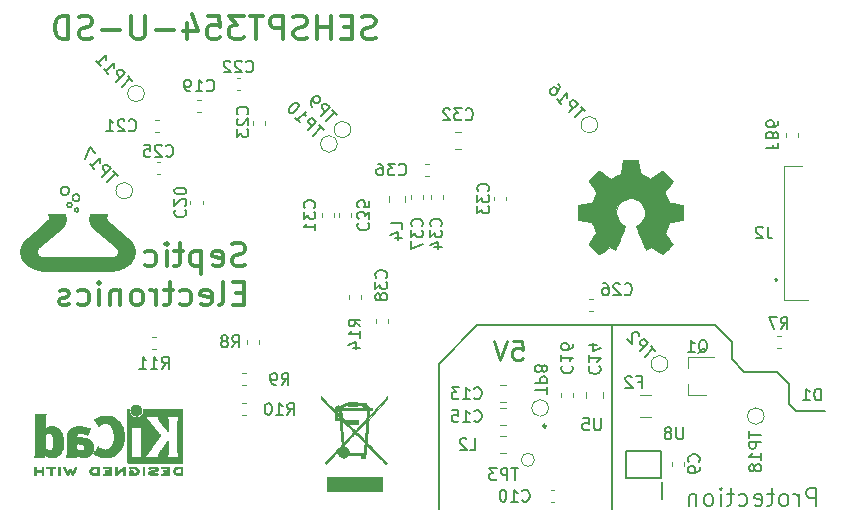
<source format=gbr>
G04 #@! TF.GenerationSoftware,KiCad,Pcbnew,(5.1.6)-1*
G04 #@! TF.CreationDate,2020-07-25T18:11:15+02:00*
G04 #@! TF.ProjectId,PrecisionTimer_RevF,50726563-6973-4696-9f6e-54696d65725f,rev?*
G04 #@! TF.SameCoordinates,Original*
G04 #@! TF.FileFunction,Legend,Bot*
G04 #@! TF.FilePolarity,Positive*
%FSLAX46Y46*%
G04 Gerber Fmt 4.6, Leading zero omitted, Abs format (unit mm)*
G04 Created by KiCad (PCBNEW (5.1.6)-1) date 2020-07-25 18:11:15*
%MOMM*%
%LPD*%
G01*
G04 APERTURE LIST*
%ADD10C,0.200000*%
%ADD11C,0.250000*%
%ADD12C,0.300000*%
%ADD13C,0.120000*%
%ADD14C,0.100000*%
%ADD15C,0.010000*%
%ADD16C,0.254000*%
%ADD17C,0.150000*%
G04 APERTURE END LIST*
D10*
X166725600Y-88265000D02*
X163906200Y-88265000D01*
X167741600Y-89281000D02*
X166725600Y-88265000D01*
X167741600Y-90982800D02*
X167741600Y-89281000D01*
X163906200Y-88265000D02*
X162839400Y-87198200D01*
X168325800Y-91567000D02*
X167741600Y-90982800D01*
X170764200Y-91567000D02*
X168325800Y-91567000D01*
X170010257Y-99611571D02*
X170010257Y-98111571D01*
X169438828Y-98111571D01*
X169295971Y-98183000D01*
X169224542Y-98254428D01*
X169153114Y-98397285D01*
X169153114Y-98611571D01*
X169224542Y-98754428D01*
X169295971Y-98825857D01*
X169438828Y-98897285D01*
X170010257Y-98897285D01*
X168510257Y-99611571D02*
X168510257Y-98611571D01*
X168510257Y-98897285D02*
X168438828Y-98754428D01*
X168367400Y-98683000D01*
X168224542Y-98611571D01*
X168081685Y-98611571D01*
X167367400Y-99611571D02*
X167510257Y-99540142D01*
X167581685Y-99468714D01*
X167653114Y-99325857D01*
X167653114Y-98897285D01*
X167581685Y-98754428D01*
X167510257Y-98683000D01*
X167367400Y-98611571D01*
X167153114Y-98611571D01*
X167010257Y-98683000D01*
X166938828Y-98754428D01*
X166867400Y-98897285D01*
X166867400Y-99325857D01*
X166938828Y-99468714D01*
X167010257Y-99540142D01*
X167153114Y-99611571D01*
X167367400Y-99611571D01*
X166438828Y-98611571D02*
X165867400Y-98611571D01*
X166224542Y-98111571D02*
X166224542Y-99397285D01*
X166153114Y-99540142D01*
X166010257Y-99611571D01*
X165867400Y-99611571D01*
X164795971Y-99540142D02*
X164938828Y-99611571D01*
X165224542Y-99611571D01*
X165367400Y-99540142D01*
X165438828Y-99397285D01*
X165438828Y-98825857D01*
X165367400Y-98683000D01*
X165224542Y-98611571D01*
X164938828Y-98611571D01*
X164795971Y-98683000D01*
X164724542Y-98825857D01*
X164724542Y-98968714D01*
X165438828Y-99111571D01*
X163438828Y-99540142D02*
X163581685Y-99611571D01*
X163867400Y-99611571D01*
X164010257Y-99540142D01*
X164081685Y-99468714D01*
X164153114Y-99325857D01*
X164153114Y-98897285D01*
X164081685Y-98754428D01*
X164010257Y-98683000D01*
X163867400Y-98611571D01*
X163581685Y-98611571D01*
X163438828Y-98683000D01*
X163010257Y-98611571D02*
X162438828Y-98611571D01*
X162795971Y-98111571D02*
X162795971Y-99397285D01*
X162724542Y-99540142D01*
X162581685Y-99611571D01*
X162438828Y-99611571D01*
X161938828Y-99611571D02*
X161938828Y-98611571D01*
X161938828Y-98111571D02*
X162010257Y-98183000D01*
X161938828Y-98254428D01*
X161867400Y-98183000D01*
X161938828Y-98111571D01*
X161938828Y-98254428D01*
X161010257Y-99611571D02*
X161153114Y-99540142D01*
X161224542Y-99468714D01*
X161295971Y-99325857D01*
X161295971Y-98897285D01*
X161224542Y-98754428D01*
X161153114Y-98683000D01*
X161010257Y-98611571D01*
X160795971Y-98611571D01*
X160653114Y-98683000D01*
X160581685Y-98754428D01*
X160510257Y-98897285D01*
X160510257Y-99325857D01*
X160581685Y-99468714D01*
X160653114Y-99540142D01*
X160795971Y-99611571D01*
X161010257Y-99611571D01*
X159867400Y-98611571D02*
X159867400Y-99611571D01*
X159867400Y-98754428D02*
X159795971Y-98683000D01*
X159653114Y-98611571D01*
X159438828Y-98611571D01*
X159295971Y-98683000D01*
X159224542Y-98825857D01*
X159224542Y-99611571D01*
X152679400Y-84328000D02*
X152679400Y-99898200D01*
X161467800Y-84328000D02*
X162839400Y-85699600D01*
X162839400Y-85699600D02*
X162839400Y-87198200D01*
X141325600Y-84328000D02*
X161467800Y-84328000D01*
X138049000Y-87579200D02*
X141325600Y-84328000D01*
X138049000Y-99898200D02*
X138049000Y-87579200D01*
D11*
X144322761Y-85610809D02*
X145084666Y-85610809D01*
X145160857Y-86372714D01*
X145084666Y-86296523D01*
X144932285Y-86220333D01*
X144551333Y-86220333D01*
X144398952Y-86296523D01*
X144322761Y-86372714D01*
X144246571Y-86525095D01*
X144246571Y-86906047D01*
X144322761Y-87058428D01*
X144398952Y-87134619D01*
X144551333Y-87210809D01*
X144932285Y-87210809D01*
X145084666Y-87134619D01*
X145160857Y-87058428D01*
X143789428Y-85610809D02*
X143256095Y-87210809D01*
X142722761Y-85610809D01*
D12*
X121674247Y-79233023D02*
X121388533Y-79328261D01*
X120912342Y-79328261D01*
X120721866Y-79233023D01*
X120626628Y-79137785D01*
X120531390Y-78947309D01*
X120531390Y-78756833D01*
X120626628Y-78566357D01*
X120721866Y-78471119D01*
X120912342Y-78375880D01*
X121293295Y-78280642D01*
X121483771Y-78185404D01*
X121579009Y-78090166D01*
X121674247Y-77899690D01*
X121674247Y-77709214D01*
X121579009Y-77518738D01*
X121483771Y-77423500D01*
X121293295Y-77328261D01*
X120817104Y-77328261D01*
X120531390Y-77423500D01*
X118912342Y-79233023D02*
X119102819Y-79328261D01*
X119483771Y-79328261D01*
X119674247Y-79233023D01*
X119769485Y-79042547D01*
X119769485Y-78280642D01*
X119674247Y-78090166D01*
X119483771Y-77994928D01*
X119102819Y-77994928D01*
X118912342Y-78090166D01*
X118817104Y-78280642D01*
X118817104Y-78471119D01*
X119769485Y-78661595D01*
X117959961Y-77994928D02*
X117959961Y-79994928D01*
X117959961Y-78090166D02*
X117769485Y-77994928D01*
X117388533Y-77994928D01*
X117198057Y-78090166D01*
X117102819Y-78185404D01*
X117007580Y-78375880D01*
X117007580Y-78947309D01*
X117102819Y-79137785D01*
X117198057Y-79233023D01*
X117388533Y-79328261D01*
X117769485Y-79328261D01*
X117959961Y-79233023D01*
X116436152Y-77994928D02*
X115674247Y-77994928D01*
X116150438Y-77328261D02*
X116150438Y-79042547D01*
X116055200Y-79233023D01*
X115864723Y-79328261D01*
X115674247Y-79328261D01*
X115007580Y-79328261D02*
X115007580Y-77994928D01*
X115007580Y-77328261D02*
X115102819Y-77423500D01*
X115007580Y-77518738D01*
X114912342Y-77423500D01*
X115007580Y-77328261D01*
X115007580Y-77518738D01*
X113198057Y-79233023D02*
X113388533Y-79328261D01*
X113769485Y-79328261D01*
X113959961Y-79233023D01*
X114055200Y-79137785D01*
X114150438Y-78947309D01*
X114150438Y-78375880D01*
X114055200Y-78185404D01*
X113959961Y-78090166D01*
X113769485Y-77994928D01*
X113388533Y-77994928D01*
X113198057Y-78090166D01*
X121579009Y-81580642D02*
X120912342Y-81580642D01*
X120626628Y-82628261D02*
X121579009Y-82628261D01*
X121579009Y-80628261D01*
X120626628Y-80628261D01*
X119483771Y-82628261D02*
X119674247Y-82533023D01*
X119769485Y-82342547D01*
X119769485Y-80628261D01*
X117959961Y-82533023D02*
X118150438Y-82628261D01*
X118531390Y-82628261D01*
X118721866Y-82533023D01*
X118817104Y-82342547D01*
X118817104Y-81580642D01*
X118721866Y-81390166D01*
X118531390Y-81294928D01*
X118150438Y-81294928D01*
X117959961Y-81390166D01*
X117864723Y-81580642D01*
X117864723Y-81771119D01*
X118817104Y-81961595D01*
X116150438Y-82533023D02*
X116340914Y-82628261D01*
X116721866Y-82628261D01*
X116912342Y-82533023D01*
X117007580Y-82437785D01*
X117102819Y-82247309D01*
X117102819Y-81675880D01*
X117007580Y-81485404D01*
X116912342Y-81390166D01*
X116721866Y-81294928D01*
X116340914Y-81294928D01*
X116150438Y-81390166D01*
X115579009Y-81294928D02*
X114817104Y-81294928D01*
X115293295Y-80628261D02*
X115293295Y-82342547D01*
X115198057Y-82533023D01*
X115007580Y-82628261D01*
X114817104Y-82628261D01*
X114150438Y-82628261D02*
X114150438Y-81294928D01*
X114150438Y-81675880D02*
X114055200Y-81485404D01*
X113959961Y-81390166D01*
X113769485Y-81294928D01*
X113579009Y-81294928D01*
X112626628Y-82628261D02*
X112817104Y-82533023D01*
X112912342Y-82437785D01*
X113007580Y-82247309D01*
X113007580Y-81675880D01*
X112912342Y-81485404D01*
X112817104Y-81390166D01*
X112626628Y-81294928D01*
X112340914Y-81294928D01*
X112150438Y-81390166D01*
X112055200Y-81485404D01*
X111959961Y-81675880D01*
X111959961Y-82247309D01*
X112055200Y-82437785D01*
X112150438Y-82533023D01*
X112340914Y-82628261D01*
X112626628Y-82628261D01*
X111102819Y-81294928D02*
X111102819Y-82628261D01*
X111102819Y-81485404D02*
X111007580Y-81390166D01*
X110817104Y-81294928D01*
X110531390Y-81294928D01*
X110340914Y-81390166D01*
X110245676Y-81580642D01*
X110245676Y-82628261D01*
X109293295Y-82628261D02*
X109293295Y-81294928D01*
X109293295Y-80628261D02*
X109388533Y-80723500D01*
X109293295Y-80818738D01*
X109198057Y-80723500D01*
X109293295Y-80628261D01*
X109293295Y-80818738D01*
X107483771Y-82533023D02*
X107674247Y-82628261D01*
X108055200Y-82628261D01*
X108245676Y-82533023D01*
X108340914Y-82437785D01*
X108436152Y-82247309D01*
X108436152Y-81675880D01*
X108340914Y-81485404D01*
X108245676Y-81390166D01*
X108055200Y-81294928D01*
X107674247Y-81294928D01*
X107483771Y-81390166D01*
X106721866Y-82533023D02*
X106531390Y-82628261D01*
X106150438Y-82628261D01*
X105959961Y-82533023D01*
X105864723Y-82342547D01*
X105864723Y-82247309D01*
X105959961Y-82056833D01*
X106150438Y-81961595D01*
X106436152Y-81961595D01*
X106626628Y-81866357D01*
X106721866Y-81675880D01*
X106721866Y-81580642D01*
X106626628Y-81390166D01*
X106436152Y-81294928D01*
X106150438Y-81294928D01*
X105959961Y-81390166D01*
X132697428Y-59991523D02*
X132411714Y-60086761D01*
X131935523Y-60086761D01*
X131745047Y-59991523D01*
X131649809Y-59896285D01*
X131554571Y-59705809D01*
X131554571Y-59515333D01*
X131649809Y-59324857D01*
X131745047Y-59229619D01*
X131935523Y-59134380D01*
X132316476Y-59039142D01*
X132506952Y-58943904D01*
X132602190Y-58848666D01*
X132697428Y-58658190D01*
X132697428Y-58467714D01*
X132602190Y-58277238D01*
X132506952Y-58182000D01*
X132316476Y-58086761D01*
X131840285Y-58086761D01*
X131554571Y-58182000D01*
X130697428Y-59039142D02*
X130030761Y-59039142D01*
X129745047Y-60086761D02*
X130697428Y-60086761D01*
X130697428Y-58086761D01*
X129745047Y-58086761D01*
X128887904Y-60086761D02*
X128887904Y-58086761D01*
X128887904Y-59039142D02*
X127745047Y-59039142D01*
X127745047Y-60086761D02*
X127745047Y-58086761D01*
X126887904Y-59991523D02*
X126602190Y-60086761D01*
X126126000Y-60086761D01*
X125935523Y-59991523D01*
X125840285Y-59896285D01*
X125745047Y-59705809D01*
X125745047Y-59515333D01*
X125840285Y-59324857D01*
X125935523Y-59229619D01*
X126126000Y-59134380D01*
X126506952Y-59039142D01*
X126697428Y-58943904D01*
X126792666Y-58848666D01*
X126887904Y-58658190D01*
X126887904Y-58467714D01*
X126792666Y-58277238D01*
X126697428Y-58182000D01*
X126506952Y-58086761D01*
X126030761Y-58086761D01*
X125745047Y-58182000D01*
X124887904Y-60086761D02*
X124887904Y-58086761D01*
X124126000Y-58086761D01*
X123935523Y-58182000D01*
X123840285Y-58277238D01*
X123745047Y-58467714D01*
X123745047Y-58753428D01*
X123840285Y-58943904D01*
X123935523Y-59039142D01*
X124126000Y-59134380D01*
X124887904Y-59134380D01*
X123173619Y-58086761D02*
X122030761Y-58086761D01*
X122602190Y-60086761D02*
X122602190Y-58086761D01*
X121554571Y-58086761D02*
X120316476Y-58086761D01*
X120983142Y-58848666D01*
X120697428Y-58848666D01*
X120506952Y-58943904D01*
X120411714Y-59039142D01*
X120316476Y-59229619D01*
X120316476Y-59705809D01*
X120411714Y-59896285D01*
X120506952Y-59991523D01*
X120697428Y-60086761D01*
X121268857Y-60086761D01*
X121459333Y-59991523D01*
X121554571Y-59896285D01*
X118506952Y-58086761D02*
X119459333Y-58086761D01*
X119554571Y-59039142D01*
X119459333Y-58943904D01*
X119268857Y-58848666D01*
X118792666Y-58848666D01*
X118602190Y-58943904D01*
X118506952Y-59039142D01*
X118411714Y-59229619D01*
X118411714Y-59705809D01*
X118506952Y-59896285D01*
X118602190Y-59991523D01*
X118792666Y-60086761D01*
X119268857Y-60086761D01*
X119459333Y-59991523D01*
X119554571Y-59896285D01*
X116697428Y-58753428D02*
X116697428Y-60086761D01*
X117173619Y-57991523D02*
X117649809Y-59420095D01*
X116411714Y-59420095D01*
X115649809Y-59324857D02*
X114126000Y-59324857D01*
X113173619Y-58086761D02*
X113173619Y-59705809D01*
X113078380Y-59896285D01*
X112983142Y-59991523D01*
X112792666Y-60086761D01*
X112411714Y-60086761D01*
X112221238Y-59991523D01*
X112126000Y-59896285D01*
X112030761Y-59705809D01*
X112030761Y-58086761D01*
X111078380Y-59324857D02*
X109554571Y-59324857D01*
X108697428Y-59991523D02*
X108411714Y-60086761D01*
X107935523Y-60086761D01*
X107745047Y-59991523D01*
X107649809Y-59896285D01*
X107554571Y-59705809D01*
X107554571Y-59515333D01*
X107649809Y-59324857D01*
X107745047Y-59229619D01*
X107935523Y-59134380D01*
X108316476Y-59039142D01*
X108506952Y-58943904D01*
X108602190Y-58848666D01*
X108697428Y-58658190D01*
X108697428Y-58467714D01*
X108602190Y-58277238D01*
X108506952Y-58182000D01*
X108316476Y-58086761D01*
X107840285Y-58086761D01*
X107554571Y-58182000D01*
X106697428Y-60086761D02*
X106697428Y-58086761D01*
X106221238Y-58086761D01*
X105935523Y-58182000D01*
X105745047Y-58372476D01*
X105649809Y-58562952D01*
X105554571Y-58943904D01*
X105554571Y-59229619D01*
X105649809Y-59610571D01*
X105745047Y-59801047D01*
X105935523Y-59991523D01*
X106221238Y-60086761D01*
X106697428Y-60086761D01*
D13*
X130465100Y-81764921D02*
X130465100Y-82090479D01*
X131485100Y-81764921D02*
X131485100Y-82090479D01*
X132725700Y-83758821D02*
X132725700Y-84084379D01*
X133745700Y-83758821D02*
X133745700Y-84084379D01*
X146151600Y-95707200D02*
G75*
G03*
X146151600Y-95707200I-558800J0D01*
G01*
D14*
X168809800Y-70804800D02*
X167311800Y-70804800D01*
X167311800Y-70804800D02*
X167311800Y-82204800D01*
X167311800Y-82204800D02*
X169309800Y-82204800D01*
D10*
X166606600Y-80362000D02*
X166606600Y-80362000D01*
X166606600Y-80562000D02*
X166606600Y-80562000D01*
X166606600Y-80362000D02*
G75*
G02*
X166606600Y-80562000I0J-100000D01*
G01*
X166606600Y-80562000D02*
G75*
G02*
X166606600Y-80362000I0J100000D01*
G01*
D13*
X114132579Y-85316600D02*
X113807021Y-85316600D01*
X114132579Y-86336600D02*
X113807021Y-86336600D01*
X121401621Y-91950000D02*
X121727179Y-91950000D01*
X121401621Y-90930000D02*
X121727179Y-90930000D01*
X121401621Y-89410000D02*
X121727179Y-89410000D01*
X121401621Y-88390000D02*
X121727179Y-88390000D01*
X121841800Y-85562221D02*
X121841800Y-85887779D01*
X122861800Y-85562221D02*
X122861800Y-85887779D01*
X135228400Y-73842378D02*
X135228400Y-73325222D01*
X133808400Y-73842378D02*
X133808400Y-73325222D01*
X136755600Y-73594179D02*
X136755600Y-73268621D01*
X135735600Y-73594179D02*
X135735600Y-73268621D01*
X137221179Y-70660800D02*
X136895621Y-70660800D01*
X137221179Y-71680800D02*
X136895621Y-71680800D01*
X142746000Y-73421021D02*
X142746000Y-73746579D01*
X143766000Y-73421021D02*
X143766000Y-73746579D01*
X139416022Y-69391600D02*
X139933178Y-69391600D01*
X139416022Y-67971600D02*
X139933178Y-67971600D01*
X129211800Y-75168979D02*
X129211800Y-74843421D01*
X128191800Y-75168979D02*
X128191800Y-74843421D01*
D10*
X156921800Y-98988200D02*
X156921800Y-97588200D01*
X153871800Y-97238200D02*
X156871800Y-97238200D01*
X153871800Y-94938200D02*
X153871800Y-97238200D01*
X156871800Y-94938200D02*
X153871800Y-94938200D01*
X156871800Y-97238200D02*
X156871800Y-94938200D01*
D13*
X159183800Y-90175200D02*
X159183800Y-89245200D01*
X159183800Y-87015200D02*
X159183800Y-87945200D01*
X159183800Y-87015200D02*
X161343800Y-87015200D01*
X159183800Y-90175200D02*
X160643800Y-90175200D01*
X137361200Y-73268621D02*
X137361200Y-73594179D01*
X138381200Y-73268621D02*
X138381200Y-73594179D01*
X158802800Y-96200179D02*
X158802800Y-95874621D01*
X157782800Y-96200179D02*
X157782800Y-95874621D01*
X155059145Y-92045200D02*
X156040055Y-92045200D01*
X155059145Y-90225200D02*
X156040055Y-90225200D01*
D15*
G36*
X103842077Y-96279933D02*
G01*
X103810698Y-96302176D01*
X103782989Y-96329885D01*
X103782989Y-96639320D01*
X103783062Y-96731199D01*
X103783405Y-96803240D01*
X103784208Y-96858180D01*
X103785659Y-96898760D01*
X103787948Y-96927717D01*
X103791264Y-96947791D01*
X103795795Y-96961721D01*
X103801731Y-96972245D01*
X103806386Y-96978500D01*
X103837117Y-97003073D01*
X103872404Y-97005741D01*
X103904655Y-96990671D01*
X103915312Y-96981774D01*
X103922436Y-96969957D01*
X103926733Y-96950926D01*
X103928909Y-96920392D01*
X103929672Y-96874062D01*
X103929745Y-96838271D01*
X103929745Y-96703445D01*
X104426456Y-96703445D01*
X104426456Y-96826100D01*
X104426969Y-96882187D01*
X104429024Y-96920733D01*
X104433392Y-96946761D01*
X104440844Y-96965297D01*
X104449853Y-96978500D01*
X104480756Y-97003004D01*
X104515704Y-97005906D01*
X104549162Y-96988489D01*
X104558296Y-96979359D01*
X104564748Y-96967255D01*
X104569003Y-96948401D01*
X104571548Y-96919020D01*
X104572871Y-96875337D01*
X104573457Y-96813575D01*
X104573525Y-96799400D01*
X104574009Y-96683031D01*
X104574259Y-96587127D01*
X104574177Y-96509577D01*
X104573669Y-96448269D01*
X104572638Y-96401090D01*
X104570987Y-96365930D01*
X104568621Y-96340676D01*
X104565443Y-96323217D01*
X104561356Y-96311441D01*
X104556266Y-96303235D01*
X104550634Y-96297045D01*
X104518772Y-96277244D01*
X104485543Y-96279933D01*
X104454165Y-96302176D01*
X104441467Y-96316526D01*
X104433374Y-96332378D01*
X104428858Y-96354954D01*
X104426894Y-96389478D01*
X104426456Y-96441176D01*
X104426456Y-96556689D01*
X103929745Y-96556689D01*
X103929745Y-96438156D01*
X103929238Y-96383548D01*
X103927202Y-96346675D01*
X103922865Y-96322707D01*
X103915453Y-96306815D01*
X103907167Y-96297045D01*
X103875306Y-96277244D01*
X103842077Y-96279933D01*
G37*
X103842077Y-96279933D02*
X103810698Y-96302176D01*
X103782989Y-96329885D01*
X103782989Y-96639320D01*
X103783062Y-96731199D01*
X103783405Y-96803240D01*
X103784208Y-96858180D01*
X103785659Y-96898760D01*
X103787948Y-96927717D01*
X103791264Y-96947791D01*
X103795795Y-96961721D01*
X103801731Y-96972245D01*
X103806386Y-96978500D01*
X103837117Y-97003073D01*
X103872404Y-97005741D01*
X103904655Y-96990671D01*
X103915312Y-96981774D01*
X103922436Y-96969957D01*
X103926733Y-96950926D01*
X103928909Y-96920392D01*
X103929672Y-96874062D01*
X103929745Y-96838271D01*
X103929745Y-96703445D01*
X104426456Y-96703445D01*
X104426456Y-96826100D01*
X104426969Y-96882187D01*
X104429024Y-96920733D01*
X104433392Y-96946761D01*
X104440844Y-96965297D01*
X104449853Y-96978500D01*
X104480756Y-97003004D01*
X104515704Y-97005906D01*
X104549162Y-96988489D01*
X104558296Y-96979359D01*
X104564748Y-96967255D01*
X104569003Y-96948401D01*
X104571548Y-96919020D01*
X104572871Y-96875337D01*
X104573457Y-96813575D01*
X104573525Y-96799400D01*
X104574009Y-96683031D01*
X104574259Y-96587127D01*
X104574177Y-96509577D01*
X104573669Y-96448269D01*
X104572638Y-96401090D01*
X104570987Y-96365930D01*
X104568621Y-96340676D01*
X104565443Y-96323217D01*
X104561356Y-96311441D01*
X104556266Y-96303235D01*
X104550634Y-96297045D01*
X104518772Y-96277244D01*
X104485543Y-96279933D01*
X104454165Y-96302176D01*
X104441467Y-96316526D01*
X104433374Y-96332378D01*
X104428858Y-96354954D01*
X104426894Y-96389478D01*
X104426456Y-96441176D01*
X104426456Y-96556689D01*
X103929745Y-96556689D01*
X103929745Y-96438156D01*
X103929238Y-96383548D01*
X103927202Y-96346675D01*
X103922865Y-96322707D01*
X103915453Y-96306815D01*
X103907167Y-96297045D01*
X103875306Y-96277244D01*
X103842077Y-96279933D01*
G36*
X105107835Y-96274563D02*
G01*
X105029128Y-96274942D01*
X104968037Y-96275733D01*
X104922083Y-96277070D01*
X104888786Y-96279083D01*
X104865664Y-96281906D01*
X104850238Y-96285669D01*
X104840029Y-96290505D01*
X104835087Y-96294222D01*
X104809443Y-96326758D01*
X104806341Y-96360538D01*
X104822189Y-96391226D01*
X104832552Y-96403489D01*
X104843704Y-96411850D01*
X104859865Y-96417057D01*
X104885258Y-96419857D01*
X104924102Y-96420996D01*
X104980620Y-96421221D01*
X104991720Y-96421222D01*
X105137656Y-96421222D01*
X105137656Y-96692156D01*
X105137752Y-96777554D01*
X105138189Y-96843264D01*
X105139188Y-96892174D01*
X105140972Y-96927173D01*
X105143763Y-96951149D01*
X105147783Y-96966993D01*
X105153255Y-96977591D01*
X105160234Y-96985667D01*
X105193166Y-97005512D01*
X105227546Y-97003948D01*
X105258724Y-96981306D01*
X105261014Y-96978500D01*
X105268471Y-96967892D01*
X105274153Y-96955481D01*
X105278299Y-96938250D01*
X105281150Y-96913184D01*
X105282946Y-96877267D01*
X105283928Y-96827483D01*
X105284336Y-96760817D01*
X105284411Y-96684989D01*
X105284411Y-96421222D01*
X105423773Y-96421222D01*
X105483578Y-96420818D01*
X105524982Y-96419240D01*
X105552152Y-96415947D01*
X105569254Y-96410392D01*
X105580457Y-96402031D01*
X105581817Y-96400578D01*
X105598175Y-96367339D01*
X105596728Y-96329762D01*
X105577922Y-96297045D01*
X105570650Y-96290698D01*
X105561273Y-96285666D01*
X105547291Y-96281796D01*
X105526204Y-96278937D01*
X105495511Y-96276935D01*
X105452711Y-96275639D01*
X105395305Y-96274898D01*
X105320790Y-96274558D01*
X105226667Y-96274468D01*
X105206640Y-96274467D01*
X105107835Y-96274563D01*
G37*
X105107835Y-96274563D02*
X105029128Y-96274942D01*
X104968037Y-96275733D01*
X104922083Y-96277070D01*
X104888786Y-96279083D01*
X104865664Y-96281906D01*
X104850238Y-96285669D01*
X104840029Y-96290505D01*
X104835087Y-96294222D01*
X104809443Y-96326758D01*
X104806341Y-96360538D01*
X104822189Y-96391226D01*
X104832552Y-96403489D01*
X104843704Y-96411850D01*
X104859865Y-96417057D01*
X104885258Y-96419857D01*
X104924102Y-96420996D01*
X104980620Y-96421221D01*
X104991720Y-96421222D01*
X105137656Y-96421222D01*
X105137656Y-96692156D01*
X105137752Y-96777554D01*
X105138189Y-96843264D01*
X105139188Y-96892174D01*
X105140972Y-96927173D01*
X105143763Y-96951149D01*
X105147783Y-96966993D01*
X105153255Y-96977591D01*
X105160234Y-96985667D01*
X105193166Y-97005512D01*
X105227546Y-97003948D01*
X105258724Y-96981306D01*
X105261014Y-96978500D01*
X105268471Y-96967892D01*
X105274153Y-96955481D01*
X105278299Y-96938250D01*
X105281150Y-96913184D01*
X105282946Y-96877267D01*
X105283928Y-96827483D01*
X105284336Y-96760817D01*
X105284411Y-96684989D01*
X105284411Y-96421222D01*
X105423773Y-96421222D01*
X105483578Y-96420818D01*
X105524982Y-96419240D01*
X105552152Y-96415947D01*
X105569254Y-96410392D01*
X105580457Y-96402031D01*
X105581817Y-96400578D01*
X105598175Y-96367339D01*
X105596728Y-96329762D01*
X105577922Y-96297045D01*
X105570650Y-96290698D01*
X105561273Y-96285666D01*
X105547291Y-96281796D01*
X105526204Y-96278937D01*
X105495511Y-96276935D01*
X105452711Y-96275639D01*
X105395305Y-96274898D01*
X105320790Y-96274558D01*
X105226667Y-96274468D01*
X105206640Y-96274467D01*
X105107835Y-96274563D01*
G36*
X105882286Y-96281277D02*
G01*
X105858573Y-96296047D01*
X105831922Y-96317627D01*
X105831922Y-96639173D01*
X105832007Y-96733230D01*
X105832371Y-96807332D01*
X105833176Y-96864104D01*
X105834587Y-96906168D01*
X105836767Y-96936148D01*
X105839879Y-96956667D01*
X105844086Y-96970349D01*
X105849552Y-96979816D01*
X105853428Y-96984482D01*
X105884866Y-97004975D01*
X105920667Y-97004139D01*
X105952027Y-96986664D01*
X105978678Y-96965084D01*
X105978678Y-96317627D01*
X105952027Y-96296047D01*
X105926306Y-96280349D01*
X105905300Y-96274467D01*
X105882286Y-96281277D01*
G37*
X105882286Y-96281277D02*
X105858573Y-96296047D01*
X105831922Y-96317627D01*
X105831922Y-96639173D01*
X105832007Y-96733230D01*
X105832371Y-96807332D01*
X105833176Y-96864104D01*
X105834587Y-96906168D01*
X105836767Y-96936148D01*
X105839879Y-96956667D01*
X105844086Y-96970349D01*
X105849552Y-96979816D01*
X105853428Y-96984482D01*
X105884866Y-97004975D01*
X105920667Y-97004139D01*
X105952027Y-96986664D01*
X105978678Y-96965084D01*
X105978678Y-96317627D01*
X105952027Y-96296047D01*
X105926306Y-96280349D01*
X105905300Y-96274467D01*
X105882286Y-96281277D01*
G36*
X106326235Y-96276434D02*
G01*
X106306645Y-96283435D01*
X106305890Y-96283777D01*
X106279287Y-96304078D01*
X106264630Y-96324961D01*
X106261762Y-96334752D01*
X106261904Y-96347761D01*
X106265939Y-96366295D01*
X106274754Y-96392657D01*
X106289231Y-96429152D01*
X106310255Y-96478087D01*
X106338712Y-96541765D01*
X106375485Y-96622493D01*
X106395725Y-96666616D01*
X106432275Y-96745385D01*
X106466585Y-96817823D01*
X106497348Y-96881280D01*
X106523252Y-96933108D01*
X106542990Y-96970659D01*
X106555250Y-96991284D01*
X106557676Y-96994133D01*
X106588717Y-97006702D01*
X106623779Y-97005019D01*
X106651900Y-96989732D01*
X106653046Y-96988489D01*
X106664232Y-96971554D01*
X106682996Y-96938570D01*
X106707025Y-96893780D01*
X106734003Y-96841432D01*
X106743699Y-96822142D01*
X106816886Y-96675550D01*
X106896660Y-96834793D01*
X106925133Y-96889815D01*
X106951550Y-96937532D01*
X106973752Y-96974293D01*
X106989581Y-96996444D01*
X106994946Y-97001141D01*
X107036643Y-97007502D01*
X107071051Y-96994133D01*
X107081172Y-96979846D01*
X107098686Y-96948092D01*
X107122165Y-96901997D01*
X107150180Y-96844685D01*
X107181301Y-96779280D01*
X107214101Y-96708907D01*
X107247150Y-96636691D01*
X107279019Y-96565755D01*
X107308281Y-96499225D01*
X107333505Y-96440226D01*
X107353264Y-96391881D01*
X107366128Y-96357315D01*
X107370669Y-96339653D01*
X107370623Y-96339013D01*
X107359574Y-96316788D01*
X107337490Y-96294153D01*
X107336190Y-96293168D01*
X107309047Y-96277825D01*
X107283942Y-96277974D01*
X107274532Y-96280866D01*
X107263066Y-96287118D01*
X107250890Y-96299414D01*
X107236543Y-96320308D01*
X107218564Y-96352349D01*
X107195493Y-96398088D01*
X107165870Y-96460077D01*
X107139155Y-96517298D01*
X107108420Y-96583626D01*
X107080879Y-96643274D01*
X107057962Y-96693125D01*
X107041102Y-96730064D01*
X107031727Y-96750973D01*
X107030360Y-96754245D01*
X107024211Y-96748897D01*
X107010078Y-96726509D01*
X106989843Y-96690346D01*
X106965385Y-96643677D01*
X106955652Y-96624422D01*
X106922683Y-96559404D01*
X106897257Y-96512054D01*
X106877288Y-96479619D01*
X106860690Y-96459346D01*
X106845376Y-96448482D01*
X106829260Y-96444275D01*
X106818757Y-96443800D01*
X106800230Y-96445442D01*
X106783996Y-96452231D01*
X106767865Y-96466966D01*
X106749649Y-96492444D01*
X106727161Y-96531461D01*
X106698211Y-96586814D01*
X106682238Y-96618303D01*
X106656330Y-96668487D01*
X106633733Y-96710104D01*
X106616442Y-96739642D01*
X106606450Y-96753589D01*
X106605091Y-96754170D01*
X106598639Y-96743193D01*
X106584192Y-96714690D01*
X106563197Y-96671644D01*
X106537103Y-96617038D01*
X106507354Y-96553854D01*
X106492720Y-96522471D01*
X106454650Y-96441478D01*
X106423995Y-96379156D01*
X106399163Y-96333471D01*
X106378563Y-96302389D01*
X106360602Y-96283878D01*
X106343690Y-96275904D01*
X106326235Y-96276434D01*
G37*
X106326235Y-96276434D02*
X106306645Y-96283435D01*
X106305890Y-96283777D01*
X106279287Y-96304078D01*
X106264630Y-96324961D01*
X106261762Y-96334752D01*
X106261904Y-96347761D01*
X106265939Y-96366295D01*
X106274754Y-96392657D01*
X106289231Y-96429152D01*
X106310255Y-96478087D01*
X106338712Y-96541765D01*
X106375485Y-96622493D01*
X106395725Y-96666616D01*
X106432275Y-96745385D01*
X106466585Y-96817823D01*
X106497348Y-96881280D01*
X106523252Y-96933108D01*
X106542990Y-96970659D01*
X106555250Y-96991284D01*
X106557676Y-96994133D01*
X106588717Y-97006702D01*
X106623779Y-97005019D01*
X106651900Y-96989732D01*
X106653046Y-96988489D01*
X106664232Y-96971554D01*
X106682996Y-96938570D01*
X106707025Y-96893780D01*
X106734003Y-96841432D01*
X106743699Y-96822142D01*
X106816886Y-96675550D01*
X106896660Y-96834793D01*
X106925133Y-96889815D01*
X106951550Y-96937532D01*
X106973752Y-96974293D01*
X106989581Y-96996444D01*
X106994946Y-97001141D01*
X107036643Y-97007502D01*
X107071051Y-96994133D01*
X107081172Y-96979846D01*
X107098686Y-96948092D01*
X107122165Y-96901997D01*
X107150180Y-96844685D01*
X107181301Y-96779280D01*
X107214101Y-96708907D01*
X107247150Y-96636691D01*
X107279019Y-96565755D01*
X107308281Y-96499225D01*
X107333505Y-96440226D01*
X107353264Y-96391881D01*
X107366128Y-96357315D01*
X107370669Y-96339653D01*
X107370623Y-96339013D01*
X107359574Y-96316788D01*
X107337490Y-96294153D01*
X107336190Y-96293168D01*
X107309047Y-96277825D01*
X107283942Y-96277974D01*
X107274532Y-96280866D01*
X107263066Y-96287118D01*
X107250890Y-96299414D01*
X107236543Y-96320308D01*
X107218564Y-96352349D01*
X107195493Y-96398088D01*
X107165870Y-96460077D01*
X107139155Y-96517298D01*
X107108420Y-96583626D01*
X107080879Y-96643274D01*
X107057962Y-96693125D01*
X107041102Y-96730064D01*
X107031727Y-96750973D01*
X107030360Y-96754245D01*
X107024211Y-96748897D01*
X107010078Y-96726509D01*
X106989843Y-96690346D01*
X106965385Y-96643677D01*
X106955652Y-96624422D01*
X106922683Y-96559404D01*
X106897257Y-96512054D01*
X106877288Y-96479619D01*
X106860690Y-96459346D01*
X106845376Y-96448482D01*
X106829260Y-96444275D01*
X106818757Y-96443800D01*
X106800230Y-96445442D01*
X106783996Y-96452231D01*
X106767865Y-96466966D01*
X106749649Y-96492444D01*
X106727161Y-96531461D01*
X106698211Y-96586814D01*
X106682238Y-96618303D01*
X106656330Y-96668487D01*
X106633733Y-96710104D01*
X106616442Y-96739642D01*
X106606450Y-96753589D01*
X106605091Y-96754170D01*
X106598639Y-96743193D01*
X106584192Y-96714690D01*
X106563197Y-96671644D01*
X106537103Y-96617038D01*
X106507354Y-96553854D01*
X106492720Y-96522471D01*
X106454650Y-96441478D01*
X106423995Y-96379156D01*
X106399163Y-96333471D01*
X106378563Y-96302389D01*
X106360602Y-96283878D01*
X106343690Y-96275904D01*
X106326235Y-96276434D01*
G36*
X109052591Y-96274675D02*
G01*
X108923612Y-96279036D01*
X108813909Y-96292261D01*
X108721674Y-96315141D01*
X108645098Y-96348470D01*
X108582373Y-96393038D01*
X108531688Y-96449636D01*
X108491237Y-96519058D01*
X108490441Y-96520751D01*
X108466299Y-96582883D01*
X108457697Y-96637909D01*
X108464669Y-96693287D01*
X108487246Y-96756473D01*
X108491528Y-96766089D01*
X108520728Y-96822366D01*
X108553544Y-96865851D01*
X108595898Y-96902817D01*
X108653710Y-96939535D01*
X108657069Y-96941452D01*
X108707396Y-96965627D01*
X108764279Y-96983682D01*
X108831373Y-96996239D01*
X108912335Y-97003922D01*
X109010818Y-97007353D01*
X109045614Y-97007651D01*
X109211306Y-97008245D01*
X109234703Y-96978500D01*
X109241643Y-96968719D01*
X109247058Y-96957297D01*
X109251135Y-96941495D01*
X109254063Y-96918575D01*
X109256033Y-96885796D01*
X109256675Y-96861489D01*
X109100056Y-96861489D01*
X109006174Y-96861489D01*
X108951236Y-96859883D01*
X108894840Y-96855655D01*
X108848555Y-96849692D01*
X108845761Y-96849190D01*
X108763552Y-96827136D01*
X108699786Y-96794000D01*
X108652448Y-96748247D01*
X108619518Y-96688339D01*
X108613792Y-96672461D01*
X108608179Y-96647733D01*
X108610609Y-96623302D01*
X108622433Y-96590800D01*
X108629560Y-96574834D01*
X108652900Y-96532406D01*
X108681020Y-96502640D01*
X108711960Y-96481911D01*
X108773934Y-96454937D01*
X108853249Y-96435398D01*
X108945647Y-96424146D01*
X109012567Y-96421670D01*
X109100056Y-96421222D01*
X109100056Y-96861489D01*
X109256675Y-96861489D01*
X109257232Y-96840421D01*
X109257850Y-96779711D01*
X109258075Y-96700926D01*
X109258100Y-96639320D01*
X109258100Y-96329885D01*
X109230391Y-96302176D01*
X109218094Y-96290944D01*
X109204797Y-96283253D01*
X109186228Y-96278440D01*
X109158114Y-96275846D01*
X109116183Y-96274810D01*
X109056163Y-96274670D01*
X109052591Y-96274675D01*
G37*
X109052591Y-96274675D02*
X108923612Y-96279036D01*
X108813909Y-96292261D01*
X108721674Y-96315141D01*
X108645098Y-96348470D01*
X108582373Y-96393038D01*
X108531688Y-96449636D01*
X108491237Y-96519058D01*
X108490441Y-96520751D01*
X108466299Y-96582883D01*
X108457697Y-96637909D01*
X108464669Y-96693287D01*
X108487246Y-96756473D01*
X108491528Y-96766089D01*
X108520728Y-96822366D01*
X108553544Y-96865851D01*
X108595898Y-96902817D01*
X108653710Y-96939535D01*
X108657069Y-96941452D01*
X108707396Y-96965627D01*
X108764279Y-96983682D01*
X108831373Y-96996239D01*
X108912335Y-97003922D01*
X109010818Y-97007353D01*
X109045614Y-97007651D01*
X109211306Y-97008245D01*
X109234703Y-96978500D01*
X109241643Y-96968719D01*
X109247058Y-96957297D01*
X109251135Y-96941495D01*
X109254063Y-96918575D01*
X109256033Y-96885796D01*
X109256675Y-96861489D01*
X109100056Y-96861489D01*
X109006174Y-96861489D01*
X108951236Y-96859883D01*
X108894840Y-96855655D01*
X108848555Y-96849692D01*
X108845761Y-96849190D01*
X108763552Y-96827136D01*
X108699786Y-96794000D01*
X108652448Y-96748247D01*
X108619518Y-96688339D01*
X108613792Y-96672461D01*
X108608179Y-96647733D01*
X108610609Y-96623302D01*
X108622433Y-96590800D01*
X108629560Y-96574834D01*
X108652900Y-96532406D01*
X108681020Y-96502640D01*
X108711960Y-96481911D01*
X108773934Y-96454937D01*
X108853249Y-96435398D01*
X108945647Y-96424146D01*
X109012567Y-96421670D01*
X109100056Y-96421222D01*
X109100056Y-96861489D01*
X109256675Y-96861489D01*
X109257232Y-96840421D01*
X109257850Y-96779711D01*
X109258075Y-96700926D01*
X109258100Y-96639320D01*
X109258100Y-96329885D01*
X109230391Y-96302176D01*
X109218094Y-96290944D01*
X109204797Y-96283253D01*
X109186228Y-96278440D01*
X109158114Y-96275846D01*
X109116183Y-96274810D01*
X109056163Y-96274670D01*
X109052591Y-96274675D01*
G36*
X109840557Y-96274660D02*
G01*
X109764199Y-96275574D01*
X109705683Y-96277711D01*
X109662645Y-96281575D01*
X109632717Y-96287667D01*
X109613532Y-96296490D01*
X109602724Y-96308546D01*
X109597927Y-96324339D01*
X109596773Y-96344370D01*
X109596767Y-96346735D01*
X109597769Y-96369392D01*
X109602504Y-96386903D01*
X109613567Y-96399974D01*
X109633552Y-96409313D01*
X109665054Y-96415627D01*
X109710668Y-96419622D01*
X109772987Y-96422006D01*
X109854607Y-96423486D01*
X109879623Y-96423814D01*
X110121700Y-96426867D01*
X110125086Y-96491778D01*
X110128471Y-96556689D01*
X109960324Y-96556689D01*
X109894634Y-96556931D01*
X109847728Y-96557956D01*
X109815817Y-96560211D01*
X109795109Y-96564142D01*
X109781816Y-96570198D01*
X109772145Y-96578824D01*
X109772083Y-96578893D01*
X109754544Y-96612512D01*
X109755178Y-96648848D01*
X109773586Y-96679823D01*
X109777229Y-96683007D01*
X109790159Y-96691212D01*
X109807876Y-96696921D01*
X109834330Y-96700562D01*
X109873468Y-96702567D01*
X109929238Y-96703364D01*
X109964906Y-96703445D01*
X110127345Y-96703445D01*
X110127345Y-96861489D01*
X109880739Y-96861489D01*
X109799320Y-96861631D01*
X109737490Y-96862214D01*
X109692263Y-96863468D01*
X109660652Y-96865627D01*
X109639669Y-96868923D01*
X109626327Y-96873589D01*
X109617639Y-96879857D01*
X109615450Y-96882133D01*
X109599286Y-96913680D01*
X109598103Y-96949568D01*
X109611364Y-96980685D01*
X109621857Y-96990671D01*
X109632771Y-96996169D01*
X109649683Y-97000422D01*
X109675267Y-97003580D01*
X109712199Y-97005792D01*
X109763154Y-97007206D01*
X109830806Y-97007972D01*
X109917831Y-97008238D01*
X109937506Y-97008245D01*
X110025989Y-97008187D01*
X110094673Y-97007867D01*
X110146336Y-97007067D01*
X110183755Y-97005567D01*
X110209710Y-97003149D01*
X110226978Y-96999594D01*
X110238338Y-96994682D01*
X110246568Y-96988195D01*
X110251083Y-96983538D01*
X110257879Y-96975289D01*
X110263188Y-96965069D01*
X110267194Y-96950200D01*
X110270079Y-96928002D01*
X110272026Y-96895793D01*
X110273219Y-96850896D01*
X110273839Y-96790628D01*
X110274071Y-96712311D01*
X110274100Y-96646394D01*
X110274029Y-96554028D01*
X110273692Y-96481517D01*
X110272902Y-96426137D01*
X110271474Y-96385165D01*
X110269221Y-96355878D01*
X110265957Y-96335553D01*
X110261496Y-96321466D01*
X110255652Y-96310895D01*
X110250703Y-96304211D01*
X110227306Y-96274467D01*
X109937126Y-96274467D01*
X109840557Y-96274660D01*
G37*
X109840557Y-96274660D02*
X109764199Y-96275574D01*
X109705683Y-96277711D01*
X109662645Y-96281575D01*
X109632717Y-96287667D01*
X109613532Y-96296490D01*
X109602724Y-96308546D01*
X109597927Y-96324339D01*
X109596773Y-96344370D01*
X109596767Y-96346735D01*
X109597769Y-96369392D01*
X109602504Y-96386903D01*
X109613567Y-96399974D01*
X109633552Y-96409313D01*
X109665054Y-96415627D01*
X109710668Y-96419622D01*
X109772987Y-96422006D01*
X109854607Y-96423486D01*
X109879623Y-96423814D01*
X110121700Y-96426867D01*
X110125086Y-96491778D01*
X110128471Y-96556689D01*
X109960324Y-96556689D01*
X109894634Y-96556931D01*
X109847728Y-96557956D01*
X109815817Y-96560211D01*
X109795109Y-96564142D01*
X109781816Y-96570198D01*
X109772145Y-96578824D01*
X109772083Y-96578893D01*
X109754544Y-96612512D01*
X109755178Y-96648848D01*
X109773586Y-96679823D01*
X109777229Y-96683007D01*
X109790159Y-96691212D01*
X109807876Y-96696921D01*
X109834330Y-96700562D01*
X109873468Y-96702567D01*
X109929238Y-96703364D01*
X109964906Y-96703445D01*
X110127345Y-96703445D01*
X110127345Y-96861489D01*
X109880739Y-96861489D01*
X109799320Y-96861631D01*
X109737490Y-96862214D01*
X109692263Y-96863468D01*
X109660652Y-96865627D01*
X109639669Y-96868923D01*
X109626327Y-96873589D01*
X109617639Y-96879857D01*
X109615450Y-96882133D01*
X109599286Y-96913680D01*
X109598103Y-96949568D01*
X109611364Y-96980685D01*
X109621857Y-96990671D01*
X109632771Y-96996169D01*
X109649683Y-97000422D01*
X109675267Y-97003580D01*
X109712199Y-97005792D01*
X109763154Y-97007206D01*
X109830806Y-97007972D01*
X109917831Y-97008238D01*
X109937506Y-97008245D01*
X110025989Y-97008187D01*
X110094673Y-97007867D01*
X110146336Y-97007067D01*
X110183755Y-97005567D01*
X110209710Y-97003149D01*
X110226978Y-96999594D01*
X110238338Y-96994682D01*
X110246568Y-96988195D01*
X110251083Y-96983538D01*
X110257879Y-96975289D01*
X110263188Y-96965069D01*
X110267194Y-96950200D01*
X110270079Y-96928002D01*
X110272026Y-96895793D01*
X110273219Y-96850896D01*
X110273839Y-96790628D01*
X110274071Y-96712311D01*
X110274100Y-96646394D01*
X110274029Y-96554028D01*
X110273692Y-96481517D01*
X110272902Y-96426137D01*
X110271474Y-96385165D01*
X110269221Y-96355878D01*
X110265957Y-96335553D01*
X110261496Y-96321466D01*
X110255652Y-96310895D01*
X110250703Y-96304211D01*
X110227306Y-96274467D01*
X109937126Y-96274467D01*
X109840557Y-96274660D01*
G36*
X111371014Y-96278848D02*
G01*
X111347448Y-96292673D01*
X111316635Y-96315281D01*
X111276978Y-96347738D01*
X111226880Y-96391108D01*
X111164743Y-96446458D01*
X111088972Y-96514851D01*
X111002234Y-96593484D01*
X110821611Y-96757278D01*
X110815967Y-96537429D01*
X110813929Y-96461751D01*
X110811963Y-96405394D01*
X110809634Y-96365106D01*
X110806506Y-96337635D01*
X110802145Y-96319729D01*
X110796116Y-96308137D01*
X110787984Y-96299608D01*
X110783672Y-96296023D01*
X110749141Y-96277070D01*
X110716283Y-96279841D01*
X110690218Y-96296033D01*
X110663567Y-96317599D01*
X110660252Y-96632551D01*
X110659335Y-96725179D01*
X110658868Y-96797944D01*
X110659013Y-96853561D01*
X110659932Y-96894742D01*
X110661787Y-96924203D01*
X110664739Y-96944655D01*
X110668950Y-96958813D01*
X110674582Y-96969391D01*
X110680827Y-96977874D01*
X110694339Y-96993607D01*
X110707783Y-97004036D01*
X110723024Y-97008039D01*
X110741926Y-97004494D01*
X110766355Y-96992279D01*
X110798173Y-96970271D01*
X110839248Y-96937349D01*
X110891442Y-96892391D01*
X110956622Y-96834275D01*
X111030456Y-96767499D01*
X111295745Y-96526858D01*
X111301389Y-96745989D01*
X111303431Y-96821528D01*
X111305402Y-96877754D01*
X111307739Y-96917924D01*
X111310881Y-96945296D01*
X111315264Y-96963128D01*
X111321324Y-96974679D01*
X111329500Y-96983207D01*
X111333684Y-96986682D01*
X111370665Y-97005772D01*
X111405608Y-97002893D01*
X111436036Y-96978500D01*
X111442997Y-96968686D01*
X111448423Y-96957226D01*
X111452503Y-96941368D01*
X111455429Y-96918363D01*
X111457392Y-96885462D01*
X111458583Y-96839916D01*
X111459192Y-96778973D01*
X111459411Y-96699886D01*
X111459434Y-96641356D01*
X111459360Y-96549807D01*
X111459013Y-96478087D01*
X111458201Y-96423445D01*
X111456733Y-96383132D01*
X111454419Y-96354398D01*
X111451067Y-96334493D01*
X111446488Y-96320668D01*
X111440489Y-96310172D01*
X111436036Y-96304211D01*
X111424750Y-96290091D01*
X111414201Y-96279429D01*
X111402793Y-96273292D01*
X111388930Y-96272743D01*
X111371014Y-96278848D01*
G37*
X111371014Y-96278848D02*
X111347448Y-96292673D01*
X111316635Y-96315281D01*
X111276978Y-96347738D01*
X111226880Y-96391108D01*
X111164743Y-96446458D01*
X111088972Y-96514851D01*
X111002234Y-96593484D01*
X110821611Y-96757278D01*
X110815967Y-96537429D01*
X110813929Y-96461751D01*
X110811963Y-96405394D01*
X110809634Y-96365106D01*
X110806506Y-96337635D01*
X110802145Y-96319729D01*
X110796116Y-96308137D01*
X110787984Y-96299608D01*
X110783672Y-96296023D01*
X110749141Y-96277070D01*
X110716283Y-96279841D01*
X110690218Y-96296033D01*
X110663567Y-96317599D01*
X110660252Y-96632551D01*
X110659335Y-96725179D01*
X110658868Y-96797944D01*
X110659013Y-96853561D01*
X110659932Y-96894742D01*
X110661787Y-96924203D01*
X110664739Y-96944655D01*
X110668950Y-96958813D01*
X110674582Y-96969391D01*
X110680827Y-96977874D01*
X110694339Y-96993607D01*
X110707783Y-97004036D01*
X110723024Y-97008039D01*
X110741926Y-97004494D01*
X110766355Y-96992279D01*
X110798173Y-96970271D01*
X110839248Y-96937349D01*
X110891442Y-96892391D01*
X110956622Y-96834275D01*
X111030456Y-96767499D01*
X111295745Y-96526858D01*
X111301389Y-96745989D01*
X111303431Y-96821528D01*
X111305402Y-96877754D01*
X111307739Y-96917924D01*
X111310881Y-96945296D01*
X111315264Y-96963128D01*
X111321324Y-96974679D01*
X111329500Y-96983207D01*
X111333684Y-96986682D01*
X111370665Y-97005772D01*
X111405608Y-97002893D01*
X111436036Y-96978500D01*
X111442997Y-96968686D01*
X111448423Y-96957226D01*
X111452503Y-96941368D01*
X111455429Y-96918363D01*
X111457392Y-96885462D01*
X111458583Y-96839916D01*
X111459192Y-96778973D01*
X111459411Y-96699886D01*
X111459434Y-96641356D01*
X111459360Y-96549807D01*
X111459013Y-96478087D01*
X111458201Y-96423445D01*
X111456733Y-96383132D01*
X111454419Y-96354398D01*
X111451067Y-96334493D01*
X111446488Y-96320668D01*
X111440489Y-96310172D01*
X111436036Y-96304211D01*
X111424750Y-96290091D01*
X111414201Y-96279429D01*
X111402793Y-96273292D01*
X111388930Y-96272743D01*
X111371014Y-96278848D01*
G36*
X112020981Y-96279999D02*
G01*
X111952465Y-96291495D01*
X111899843Y-96309367D01*
X111865608Y-96332899D01*
X111856279Y-96346324D01*
X111846793Y-96377548D01*
X111853177Y-96405795D01*
X111873330Y-96432582D01*
X111904645Y-96445113D01*
X111950083Y-96444096D01*
X111985226Y-96437306D01*
X112063319Y-96424371D01*
X112143126Y-96423142D01*
X112232455Y-96433641D01*
X112257129Y-96438090D01*
X112340191Y-96461508D01*
X112405173Y-96496345D01*
X112451361Y-96542004D01*
X112478045Y-96597894D01*
X112483563Y-96626788D01*
X112479951Y-96685412D01*
X112456629Y-96737279D01*
X112415724Y-96781378D01*
X112359359Y-96816699D01*
X112289660Y-96842229D01*
X112208752Y-96856959D01*
X112118760Y-96859878D01*
X112021810Y-96849975D01*
X112016336Y-96849041D01*
X111977775Y-96841859D01*
X111956394Y-96834921D01*
X111947127Y-96824627D01*
X111944906Y-96807376D01*
X111944856Y-96798241D01*
X111944856Y-96759889D01*
X112013331Y-96759889D01*
X112073800Y-96755747D01*
X112115065Y-96742547D01*
X112139075Y-96719130D01*
X112147777Y-96684336D01*
X112147883Y-96679794D01*
X112142792Y-96650054D01*
X112125333Y-96628819D01*
X112092839Y-96614766D01*
X112042643Y-96606573D01*
X111994023Y-96603561D01*
X111923356Y-96601833D01*
X111872098Y-96604470D01*
X111837139Y-96614200D01*
X111815370Y-96633753D01*
X111803680Y-96665856D01*
X111798960Y-96713238D01*
X111798100Y-96775471D01*
X111799509Y-96844935D01*
X111803748Y-96892186D01*
X111810836Y-96917412D01*
X111812211Y-96919388D01*
X111851128Y-96950908D01*
X111908186Y-96975870D01*
X111979769Y-96993740D01*
X112062258Y-97003986D01*
X112152039Y-97006073D01*
X112245492Y-96999468D01*
X112300456Y-96991356D01*
X112386666Y-96966954D01*
X112466792Y-96927062D01*
X112533877Y-96875287D01*
X112544073Y-96864939D01*
X112577202Y-96821435D01*
X112607094Y-96767518D01*
X112630257Y-96710992D01*
X112643198Y-96659659D01*
X112644758Y-96639944D01*
X112638118Y-96598819D01*
X112620468Y-96547652D01*
X112595197Y-96493794D01*
X112565689Y-96444595D01*
X112539619Y-96411734D01*
X112478665Y-96362852D01*
X112399869Y-96323945D01*
X112306057Y-96295894D01*
X112200050Y-96279579D01*
X112102900Y-96275592D01*
X112020981Y-96279999D01*
G37*
X112020981Y-96279999D02*
X111952465Y-96291495D01*
X111899843Y-96309367D01*
X111865608Y-96332899D01*
X111856279Y-96346324D01*
X111846793Y-96377548D01*
X111853177Y-96405795D01*
X111873330Y-96432582D01*
X111904645Y-96445113D01*
X111950083Y-96444096D01*
X111985226Y-96437306D01*
X112063319Y-96424371D01*
X112143126Y-96423142D01*
X112232455Y-96433641D01*
X112257129Y-96438090D01*
X112340191Y-96461508D01*
X112405173Y-96496345D01*
X112451361Y-96542004D01*
X112478045Y-96597894D01*
X112483563Y-96626788D01*
X112479951Y-96685412D01*
X112456629Y-96737279D01*
X112415724Y-96781378D01*
X112359359Y-96816699D01*
X112289660Y-96842229D01*
X112208752Y-96856959D01*
X112118760Y-96859878D01*
X112021810Y-96849975D01*
X112016336Y-96849041D01*
X111977775Y-96841859D01*
X111956394Y-96834921D01*
X111947127Y-96824627D01*
X111944906Y-96807376D01*
X111944856Y-96798241D01*
X111944856Y-96759889D01*
X112013331Y-96759889D01*
X112073800Y-96755747D01*
X112115065Y-96742547D01*
X112139075Y-96719130D01*
X112147777Y-96684336D01*
X112147883Y-96679794D01*
X112142792Y-96650054D01*
X112125333Y-96628819D01*
X112092839Y-96614766D01*
X112042643Y-96606573D01*
X111994023Y-96603561D01*
X111923356Y-96601833D01*
X111872098Y-96604470D01*
X111837139Y-96614200D01*
X111815370Y-96633753D01*
X111803680Y-96665856D01*
X111798960Y-96713238D01*
X111798100Y-96775471D01*
X111799509Y-96844935D01*
X111803748Y-96892186D01*
X111810836Y-96917412D01*
X111812211Y-96919388D01*
X111851128Y-96950908D01*
X111908186Y-96975870D01*
X111979769Y-96993740D01*
X112062258Y-97003986D01*
X112152039Y-97006073D01*
X112245492Y-96999468D01*
X112300456Y-96991356D01*
X112386666Y-96966954D01*
X112466792Y-96927062D01*
X112533877Y-96875287D01*
X112544073Y-96864939D01*
X112577202Y-96821435D01*
X112607094Y-96767518D01*
X112630257Y-96710992D01*
X112643198Y-96659659D01*
X112644758Y-96639944D01*
X112638118Y-96598819D01*
X112620468Y-96547652D01*
X112595197Y-96493794D01*
X112565689Y-96444595D01*
X112539619Y-96411734D01*
X112478665Y-96362852D01*
X112399869Y-96323945D01*
X112306057Y-96295894D01*
X112200050Y-96279579D01*
X112102900Y-96275592D01*
X112020981Y-96279999D01*
G36*
X112994722Y-96297045D02*
G01*
X112988142Y-96304618D01*
X112982979Y-96314387D01*
X112979064Y-96328971D01*
X112976224Y-96350985D01*
X112974287Y-96383048D01*
X112973083Y-96427775D01*
X112972439Y-96487785D01*
X112972184Y-96565694D01*
X112972145Y-96641356D01*
X112972214Y-96735202D01*
X112972538Y-96809089D01*
X112973286Y-96865632D01*
X112974632Y-96907449D01*
X112976746Y-96937157D01*
X112979800Y-96957373D01*
X112983966Y-96970714D01*
X112989416Y-96979798D01*
X112994722Y-96985667D01*
X113027726Y-97005347D01*
X113062891Y-97003581D01*
X113094355Y-96982117D01*
X113101584Y-96973737D01*
X113107234Y-96964014D01*
X113111499Y-96950261D01*
X113114573Y-96929789D01*
X113116652Y-96899912D01*
X113117930Y-96857941D01*
X113118601Y-96801189D01*
X113118859Y-96726967D01*
X113118900Y-96642937D01*
X113118900Y-96329885D01*
X113091191Y-96302176D01*
X113057037Y-96278863D01*
X113023906Y-96278023D01*
X112994722Y-96297045D01*
G37*
X112994722Y-96297045D02*
X112988142Y-96304618D01*
X112982979Y-96314387D01*
X112979064Y-96328971D01*
X112976224Y-96350985D01*
X112974287Y-96383048D01*
X112973083Y-96427775D01*
X112972439Y-96487785D01*
X112972184Y-96565694D01*
X112972145Y-96641356D01*
X112972214Y-96735202D01*
X112972538Y-96809089D01*
X112973286Y-96865632D01*
X112974632Y-96907449D01*
X112976746Y-96937157D01*
X112979800Y-96957373D01*
X112983966Y-96970714D01*
X112989416Y-96979798D01*
X112994722Y-96985667D01*
X113027726Y-97005347D01*
X113062891Y-97003581D01*
X113094355Y-96982117D01*
X113101584Y-96973737D01*
X113107234Y-96964014D01*
X113111499Y-96950261D01*
X113114573Y-96929789D01*
X113116652Y-96899912D01*
X113117930Y-96857941D01*
X113118601Y-96801189D01*
X113118859Y-96726967D01*
X113118900Y-96642937D01*
X113118900Y-96329885D01*
X113091191Y-96302176D01*
X113057037Y-96278863D01*
X113023906Y-96278023D01*
X112994722Y-96297045D01*
G36*
X113762603Y-96275751D02*
G01*
X113687788Y-96280981D01*
X113618206Y-96289150D01*
X113557902Y-96299950D01*
X113510920Y-96313073D01*
X113481306Y-96328213D01*
X113476760Y-96332669D01*
X113460954Y-96367250D01*
X113465747Y-96402751D01*
X113490264Y-96433125D01*
X113491434Y-96433996D01*
X113505854Y-96443354D01*
X113520908Y-96448276D01*
X113541905Y-96448873D01*
X113574157Y-96445261D01*
X113622973Y-96437554D01*
X113626900Y-96436905D01*
X113699639Y-96427969D01*
X113778117Y-96423561D01*
X113856827Y-96423519D01*
X113930261Y-96427679D01*
X113992911Y-96435879D01*
X114039270Y-96447957D01*
X114042316Y-96449171D01*
X114075948Y-96468015D01*
X114087764Y-96487085D01*
X114078514Y-96505839D01*
X114048947Y-96523737D01*
X113999811Y-96540237D01*
X113931857Y-96554796D01*
X113886545Y-96561806D01*
X113792356Y-96575289D01*
X113717444Y-96587614D01*
X113658617Y-96599849D01*
X113612685Y-96613061D01*
X113576455Y-96628317D01*
X113546738Y-96646685D01*
X113520342Y-96669231D01*
X113499130Y-96691371D01*
X113473965Y-96722219D01*
X113461581Y-96748745D01*
X113457708Y-96781426D01*
X113457567Y-96793395D01*
X113460476Y-96833112D01*
X113472102Y-96862659D01*
X113492223Y-96888886D01*
X113533116Y-96928976D01*
X113578717Y-96959549D01*
X113632413Y-96981603D01*
X113697592Y-96996135D01*
X113777644Y-97004141D01*
X113875957Y-97006618D01*
X113892189Y-97006577D01*
X113957749Y-97005218D01*
X114022766Y-97002130D01*
X114080152Y-96997756D01*
X114122822Y-96992540D01*
X114126272Y-96991941D01*
X114168696Y-96981891D01*
X114204680Y-96969196D01*
X114225050Y-96957590D01*
X114244007Y-96926972D01*
X114245327Y-96891318D01*
X114228985Y-96859544D01*
X114225329Y-96855951D01*
X114210215Y-96845276D01*
X114191315Y-96840676D01*
X114162062Y-96841459D01*
X114126551Y-96845527D01*
X114086870Y-96849162D01*
X114031245Y-96852228D01*
X113966306Y-96854453D01*
X113898685Y-96855564D01*
X113880900Y-96855637D01*
X113813028Y-96855364D01*
X113763354Y-96854046D01*
X113727510Y-96851227D01*
X113701124Y-96846450D01*
X113679826Y-96839257D01*
X113667026Y-96833267D01*
X113638900Y-96816633D01*
X113620968Y-96801568D01*
X113618347Y-96797297D01*
X113623876Y-96779663D01*
X113650160Y-96762592D01*
X113695378Y-96746858D01*
X113757708Y-96733238D01*
X113776071Y-96730204D01*
X113871990Y-96715138D01*
X113948541Y-96702546D01*
X114008680Y-96691511D01*
X114055360Y-96681120D01*
X114091537Y-96670456D01*
X114120165Y-96658605D01*
X114144198Y-96644651D01*
X114166592Y-96627681D01*
X114190302Y-96606778D01*
X114198280Y-96599449D01*
X114226253Y-96572099D01*
X114241060Y-96550429D01*
X114246852Y-96525632D01*
X114247789Y-96494383D01*
X114237475Y-96433105D01*
X114206652Y-96381040D01*
X114155495Y-96338358D01*
X114084183Y-96305225D01*
X114033300Y-96290364D01*
X113978000Y-96280766D01*
X113911753Y-96275336D01*
X113838606Y-96273767D01*
X113762603Y-96275751D01*
G37*
X113762603Y-96275751D02*
X113687788Y-96280981D01*
X113618206Y-96289150D01*
X113557902Y-96299950D01*
X113510920Y-96313073D01*
X113481306Y-96328213D01*
X113476760Y-96332669D01*
X113460954Y-96367250D01*
X113465747Y-96402751D01*
X113490264Y-96433125D01*
X113491434Y-96433996D01*
X113505854Y-96443354D01*
X113520908Y-96448276D01*
X113541905Y-96448873D01*
X113574157Y-96445261D01*
X113622973Y-96437554D01*
X113626900Y-96436905D01*
X113699639Y-96427969D01*
X113778117Y-96423561D01*
X113856827Y-96423519D01*
X113930261Y-96427679D01*
X113992911Y-96435879D01*
X114039270Y-96447957D01*
X114042316Y-96449171D01*
X114075948Y-96468015D01*
X114087764Y-96487085D01*
X114078514Y-96505839D01*
X114048947Y-96523737D01*
X113999811Y-96540237D01*
X113931857Y-96554796D01*
X113886545Y-96561806D01*
X113792356Y-96575289D01*
X113717444Y-96587614D01*
X113658617Y-96599849D01*
X113612685Y-96613061D01*
X113576455Y-96628317D01*
X113546738Y-96646685D01*
X113520342Y-96669231D01*
X113499130Y-96691371D01*
X113473965Y-96722219D01*
X113461581Y-96748745D01*
X113457708Y-96781426D01*
X113457567Y-96793395D01*
X113460476Y-96833112D01*
X113472102Y-96862659D01*
X113492223Y-96888886D01*
X113533116Y-96928976D01*
X113578717Y-96959549D01*
X113632413Y-96981603D01*
X113697592Y-96996135D01*
X113777644Y-97004141D01*
X113875957Y-97006618D01*
X113892189Y-97006577D01*
X113957749Y-97005218D01*
X114022766Y-97002130D01*
X114080152Y-96997756D01*
X114122822Y-96992540D01*
X114126272Y-96991941D01*
X114168696Y-96981891D01*
X114204680Y-96969196D01*
X114225050Y-96957590D01*
X114244007Y-96926972D01*
X114245327Y-96891318D01*
X114228985Y-96859544D01*
X114225329Y-96855951D01*
X114210215Y-96845276D01*
X114191315Y-96840676D01*
X114162062Y-96841459D01*
X114126551Y-96845527D01*
X114086870Y-96849162D01*
X114031245Y-96852228D01*
X113966306Y-96854453D01*
X113898685Y-96855564D01*
X113880900Y-96855637D01*
X113813028Y-96855364D01*
X113763354Y-96854046D01*
X113727510Y-96851227D01*
X113701124Y-96846450D01*
X113679826Y-96839257D01*
X113667026Y-96833267D01*
X113638900Y-96816633D01*
X113620968Y-96801568D01*
X113618347Y-96797297D01*
X113623876Y-96779663D01*
X113650160Y-96762592D01*
X113695378Y-96746858D01*
X113757708Y-96733238D01*
X113776071Y-96730204D01*
X113871990Y-96715138D01*
X113948541Y-96702546D01*
X114008680Y-96691511D01*
X114055360Y-96681120D01*
X114091537Y-96670456D01*
X114120165Y-96658605D01*
X114144198Y-96644651D01*
X114166592Y-96627681D01*
X114190302Y-96606778D01*
X114198280Y-96599449D01*
X114226253Y-96572099D01*
X114241060Y-96550429D01*
X114246852Y-96525632D01*
X114247789Y-96494383D01*
X114237475Y-96433105D01*
X114206652Y-96381040D01*
X114155495Y-96338358D01*
X114084183Y-96305225D01*
X114033300Y-96290364D01*
X113978000Y-96280766D01*
X113911753Y-96275336D01*
X113838606Y-96273767D01*
X113762603Y-96275751D01*
G36*
X114783694Y-96274546D02*
G01*
X114714286Y-96274918D01*
X114661897Y-96275785D01*
X114623747Y-96277346D01*
X114597059Y-96279803D01*
X114579053Y-96283357D01*
X114566949Y-96288210D01*
X114557969Y-96294561D01*
X114554718Y-96297484D01*
X114534943Y-96328542D01*
X114531382Y-96364228D01*
X114544391Y-96395910D01*
X114550406Y-96402313D01*
X114560135Y-96408521D01*
X114575801Y-96413310D01*
X114600308Y-96416914D01*
X114636561Y-96419564D01*
X114687465Y-96421495D01*
X114755926Y-96422939D01*
X114818517Y-96423818D01*
X115066234Y-96426867D01*
X115069619Y-96491778D01*
X115073005Y-96556689D01*
X114904858Y-96556689D01*
X114831859Y-96557319D01*
X114778417Y-96559953D01*
X114741528Y-96565709D01*
X114718188Y-96575704D01*
X114705394Y-96591056D01*
X114700142Y-96612882D01*
X114699345Y-96633138D01*
X114701823Y-96657992D01*
X114711177Y-96676306D01*
X114730283Y-96689037D01*
X114762018Y-96697141D01*
X114809259Y-96701576D01*
X114874883Y-96703299D01*
X114910701Y-96703445D01*
X115071878Y-96703445D01*
X115071878Y-96861489D01*
X114823522Y-96861489D01*
X114742113Y-96861602D01*
X114680242Y-96862112D01*
X114634868Y-96863270D01*
X114602954Y-96865330D01*
X114581459Y-96868546D01*
X114567343Y-96873172D01*
X114557568Y-96879459D01*
X114552589Y-96884067D01*
X114535510Y-96910960D01*
X114530011Y-96934867D01*
X114537863Y-96964067D01*
X114552589Y-96985667D01*
X114560446Y-96992466D01*
X114570588Y-96997746D01*
X114585744Y-97001698D01*
X114608641Y-97004513D01*
X114642009Y-97006382D01*
X114688575Y-97007498D01*
X114751067Y-97008051D01*
X114832214Y-97008233D01*
X114874322Y-97008245D01*
X114964498Y-97008165D01*
X115034824Y-97007798D01*
X115088029Y-97006952D01*
X115126840Y-97005436D01*
X115153987Y-97003059D01*
X115172198Y-96999629D01*
X115184200Y-96994954D01*
X115192722Y-96988844D01*
X115196056Y-96985667D01*
X115202655Y-96978070D01*
X115207827Y-96968270D01*
X115211746Y-96953639D01*
X115214584Y-96931552D01*
X115216515Y-96899382D01*
X115217712Y-96854503D01*
X115218348Y-96794289D01*
X115218597Y-96716113D01*
X115218634Y-96643323D01*
X115218600Y-96550107D01*
X115218365Y-96476831D01*
X115217730Y-96420858D01*
X115216494Y-96379551D01*
X115214456Y-96350272D01*
X115211417Y-96330384D01*
X115207177Y-96317250D01*
X115201535Y-96308232D01*
X115194291Y-96300693D01*
X115192506Y-96299012D01*
X115183845Y-96291572D01*
X115173782Y-96285809D01*
X115159525Y-96281512D01*
X115138283Y-96278464D01*
X115107264Y-96276451D01*
X115063677Y-96275260D01*
X115004731Y-96274675D01*
X114927634Y-96274483D01*
X114872901Y-96274467D01*
X114783694Y-96274546D01*
G37*
X114783694Y-96274546D02*
X114714286Y-96274918D01*
X114661897Y-96275785D01*
X114623747Y-96277346D01*
X114597059Y-96279803D01*
X114579053Y-96283357D01*
X114566949Y-96288210D01*
X114557969Y-96294561D01*
X114554718Y-96297484D01*
X114534943Y-96328542D01*
X114531382Y-96364228D01*
X114544391Y-96395910D01*
X114550406Y-96402313D01*
X114560135Y-96408521D01*
X114575801Y-96413310D01*
X114600308Y-96416914D01*
X114636561Y-96419564D01*
X114687465Y-96421495D01*
X114755926Y-96422939D01*
X114818517Y-96423818D01*
X115066234Y-96426867D01*
X115069619Y-96491778D01*
X115073005Y-96556689D01*
X114904858Y-96556689D01*
X114831859Y-96557319D01*
X114778417Y-96559953D01*
X114741528Y-96565709D01*
X114718188Y-96575704D01*
X114705394Y-96591056D01*
X114700142Y-96612882D01*
X114699345Y-96633138D01*
X114701823Y-96657992D01*
X114711177Y-96676306D01*
X114730283Y-96689037D01*
X114762018Y-96697141D01*
X114809259Y-96701576D01*
X114874883Y-96703299D01*
X114910701Y-96703445D01*
X115071878Y-96703445D01*
X115071878Y-96861489D01*
X114823522Y-96861489D01*
X114742113Y-96861602D01*
X114680242Y-96862112D01*
X114634868Y-96863270D01*
X114602954Y-96865330D01*
X114581459Y-96868546D01*
X114567343Y-96873172D01*
X114557568Y-96879459D01*
X114552589Y-96884067D01*
X114535510Y-96910960D01*
X114530011Y-96934867D01*
X114537863Y-96964067D01*
X114552589Y-96985667D01*
X114560446Y-96992466D01*
X114570588Y-96997746D01*
X114585744Y-97001698D01*
X114608641Y-97004513D01*
X114642009Y-97006382D01*
X114688575Y-97007498D01*
X114751067Y-97008051D01*
X114832214Y-97008233D01*
X114874322Y-97008245D01*
X114964498Y-97008165D01*
X115034824Y-97007798D01*
X115088029Y-97006952D01*
X115126840Y-97005436D01*
X115153987Y-97003059D01*
X115172198Y-96999629D01*
X115184200Y-96994954D01*
X115192722Y-96988844D01*
X115196056Y-96985667D01*
X115202655Y-96978070D01*
X115207827Y-96968270D01*
X115211746Y-96953639D01*
X115214584Y-96931552D01*
X115216515Y-96899382D01*
X115217712Y-96854503D01*
X115218348Y-96794289D01*
X115218597Y-96716113D01*
X115218634Y-96643323D01*
X115218600Y-96550107D01*
X115218365Y-96476831D01*
X115217730Y-96420858D01*
X115216494Y-96379551D01*
X115214456Y-96350272D01*
X115211417Y-96330384D01*
X115207177Y-96317250D01*
X115201535Y-96308232D01*
X115194291Y-96300693D01*
X115192506Y-96299012D01*
X115183845Y-96291572D01*
X115173782Y-96285809D01*
X115159525Y-96281512D01*
X115138283Y-96278464D01*
X115107264Y-96276451D01*
X115063677Y-96275260D01*
X115004731Y-96274675D01*
X114927634Y-96274483D01*
X114872901Y-96274467D01*
X114783694Y-96274546D01*
G36*
X116192271Y-96274466D02*
G01*
X116152789Y-96274867D01*
X116037100Y-96277659D01*
X115940211Y-96285950D01*
X115858819Y-96300632D01*
X115789623Y-96322593D01*
X115729320Y-96352722D01*
X115674608Y-96391910D01*
X115655067Y-96408932D01*
X115622650Y-96448763D01*
X115593420Y-96502813D01*
X115570891Y-96562723D01*
X115558579Y-96620139D01*
X115557300Y-96641356D01*
X115565317Y-96700169D01*
X115586799Y-96764413D01*
X115617899Y-96825221D01*
X115654766Y-96873730D01*
X115660754Y-96879582D01*
X115711479Y-96920721D01*
X115767025Y-96952835D01*
X115830596Y-96976765D01*
X115905394Y-96993353D01*
X115994622Y-97003441D01*
X116101482Y-97007869D01*
X116150428Y-97008245D01*
X116212662Y-97007945D01*
X116256428Y-97006692D01*
X116285831Y-97003954D01*
X116304979Y-96999201D01*
X116317977Y-96991901D01*
X116324945Y-96985667D01*
X116331526Y-96978094D01*
X116336688Y-96968324D01*
X116340603Y-96953740D01*
X116343443Y-96931726D01*
X116345380Y-96899664D01*
X116346584Y-96854936D01*
X116347228Y-96794926D01*
X116347483Y-96717017D01*
X116347522Y-96641356D01*
X116347770Y-96540441D01*
X116347717Y-96459827D01*
X116346757Y-96421222D01*
X116200767Y-96421222D01*
X116200767Y-96861489D01*
X116107634Y-96861404D01*
X116051593Y-96859796D01*
X115992899Y-96855656D01*
X115943928Y-96849864D01*
X115942438Y-96849626D01*
X115863292Y-96830490D01*
X115801902Y-96800687D01*
X115755205Y-96758278D01*
X115725535Y-96712361D01*
X115707253Y-96661426D01*
X115708671Y-96613600D01*
X115729888Y-96562333D01*
X115771389Y-96509299D01*
X115828898Y-96470000D01*
X115903650Y-96443731D01*
X115953608Y-96434435D01*
X116010316Y-96427907D01*
X116070419Y-96423182D01*
X116121539Y-96421217D01*
X116124567Y-96421208D01*
X116200767Y-96421222D01*
X116346757Y-96421222D01*
X116346160Y-96397251D01*
X116341898Y-96350455D01*
X116333730Y-96317178D01*
X116320456Y-96295159D01*
X116300874Y-96282139D01*
X116273783Y-96275857D01*
X116237982Y-96274053D01*
X116192271Y-96274466D01*
G37*
X116192271Y-96274466D02*
X116152789Y-96274867D01*
X116037100Y-96277659D01*
X115940211Y-96285950D01*
X115858819Y-96300632D01*
X115789623Y-96322593D01*
X115729320Y-96352722D01*
X115674608Y-96391910D01*
X115655067Y-96408932D01*
X115622650Y-96448763D01*
X115593420Y-96502813D01*
X115570891Y-96562723D01*
X115558579Y-96620139D01*
X115557300Y-96641356D01*
X115565317Y-96700169D01*
X115586799Y-96764413D01*
X115617899Y-96825221D01*
X115654766Y-96873730D01*
X115660754Y-96879582D01*
X115711479Y-96920721D01*
X115767025Y-96952835D01*
X115830596Y-96976765D01*
X115905394Y-96993353D01*
X115994622Y-97003441D01*
X116101482Y-97007869D01*
X116150428Y-97008245D01*
X116212662Y-97007945D01*
X116256428Y-97006692D01*
X116285831Y-97003954D01*
X116304979Y-96999201D01*
X116317977Y-96991901D01*
X116324945Y-96985667D01*
X116331526Y-96978094D01*
X116336688Y-96968324D01*
X116340603Y-96953740D01*
X116343443Y-96931726D01*
X116345380Y-96899664D01*
X116346584Y-96854936D01*
X116347228Y-96794926D01*
X116347483Y-96717017D01*
X116347522Y-96641356D01*
X116347770Y-96540441D01*
X116347717Y-96459827D01*
X116346757Y-96421222D01*
X116200767Y-96421222D01*
X116200767Y-96861489D01*
X116107634Y-96861404D01*
X116051593Y-96859796D01*
X115992899Y-96855656D01*
X115943928Y-96849864D01*
X115942438Y-96849626D01*
X115863292Y-96830490D01*
X115801902Y-96800687D01*
X115755205Y-96758278D01*
X115725535Y-96712361D01*
X115707253Y-96661426D01*
X115708671Y-96613600D01*
X115729888Y-96562333D01*
X115771389Y-96509299D01*
X115828898Y-96470000D01*
X115903650Y-96443731D01*
X115953608Y-96434435D01*
X116010316Y-96427907D01*
X116070419Y-96423182D01*
X116121539Y-96421217D01*
X116124567Y-96421208D01*
X116200767Y-96421222D01*
X116346757Y-96421222D01*
X116346160Y-96397251D01*
X116341898Y-96350455D01*
X116333730Y-96317178D01*
X116320456Y-96295159D01*
X116300874Y-96282139D01*
X116273783Y-96275857D01*
X116237982Y-96274053D01*
X116192271Y-96274466D01*
G36*
X112343943Y-91031971D02*
G01*
X112247668Y-91056209D01*
X112161084Y-91099041D01*
X112086273Y-91158819D01*
X112025318Y-91233894D01*
X111980299Y-91322620D01*
X111954036Y-91418930D01*
X111948186Y-91516195D01*
X111963040Y-91610054D01*
X111996740Y-91697911D01*
X112047428Y-91777170D01*
X112113245Y-91845236D01*
X112192334Y-91899512D01*
X112282834Y-91937402D01*
X112334100Y-91949826D01*
X112378598Y-91957347D01*
X112412899Y-91960319D01*
X112445860Y-91958494D01*
X112486334Y-91951625D01*
X112519431Y-91944650D01*
X112612847Y-91913141D01*
X112696519Y-91862017D01*
X112768565Y-91792829D01*
X112827100Y-91707128D01*
X112841048Y-91679889D01*
X112857486Y-91643522D01*
X112867794Y-91612982D01*
X112873360Y-91580850D01*
X112875569Y-91539707D01*
X112875848Y-91493622D01*
X112871761Y-91409265D01*
X112858346Y-91339986D01*
X112833156Y-91279361D01*
X112793746Y-91220967D01*
X112755198Y-91176702D01*
X112683306Y-91110884D01*
X112608213Y-91065453D01*
X112525462Y-91038250D01*
X112447828Y-91027976D01*
X112343943Y-91031971D01*
G37*
X112343943Y-91031971D02*
X112247668Y-91056209D01*
X112161084Y-91099041D01*
X112086273Y-91158819D01*
X112025318Y-91233894D01*
X111980299Y-91322620D01*
X111954036Y-91418930D01*
X111948186Y-91516195D01*
X111963040Y-91610054D01*
X111996740Y-91697911D01*
X112047428Y-91777170D01*
X112113245Y-91845236D01*
X112192334Y-91899512D01*
X112282834Y-91937402D01*
X112334100Y-91949826D01*
X112378598Y-91957347D01*
X112412899Y-91960319D01*
X112445860Y-91958494D01*
X112486334Y-91951625D01*
X112519431Y-91944650D01*
X112612847Y-91913141D01*
X112696519Y-91862017D01*
X112768565Y-91792829D01*
X112827100Y-91707128D01*
X112841048Y-91679889D01*
X112857486Y-91643522D01*
X112867794Y-91612982D01*
X112873360Y-91580850D01*
X112875569Y-91539707D01*
X112875848Y-91493622D01*
X112871761Y-91409265D01*
X112858346Y-91339986D01*
X112833156Y-91279361D01*
X112793746Y-91220967D01*
X112755198Y-91176702D01*
X112683306Y-91110884D01*
X112608213Y-91065453D01*
X112525462Y-91038250D01*
X112447828Y-91027976D01*
X112343943Y-91031971D01*
G36*
X103884393Y-93477645D02*
G01*
X103884374Y-93712062D01*
X103884348Y-93925003D01*
X103884275Y-94117568D01*
X103884118Y-94290859D01*
X103883836Y-94445976D01*
X103883391Y-94584020D01*
X103882744Y-94706092D01*
X103881855Y-94813294D01*
X103880687Y-94906726D01*
X103879199Y-94987490D01*
X103877354Y-95056686D01*
X103875111Y-95115415D01*
X103872431Y-95164779D01*
X103869277Y-95205878D01*
X103865608Y-95239813D01*
X103861387Y-95267686D01*
X103856573Y-95290598D01*
X103851127Y-95309649D01*
X103845012Y-95325940D01*
X103838188Y-95340573D01*
X103830615Y-95354649D01*
X103822255Y-95369268D01*
X103817061Y-95378374D01*
X103782796Y-95439089D01*
X104640945Y-95439089D01*
X104640945Y-95343133D01*
X104641676Y-95299770D01*
X104643628Y-95266605D01*
X104646437Y-95248824D01*
X104647679Y-95247178D01*
X104659101Y-95254062D01*
X104681816Y-95271905D01*
X104704515Y-95291279D01*
X104759100Y-95332014D01*
X104828579Y-95373017D01*
X104905630Y-95410523D01*
X104982935Y-95440764D01*
X105013787Y-95450412D01*
X105082284Y-95464978D01*
X105165136Y-95474939D01*
X105254529Y-95479983D01*
X105342652Y-95479796D01*
X105421693Y-95474066D01*
X105459389Y-95468258D01*
X105597486Y-95430197D01*
X105724787Y-95372473D01*
X105840608Y-95295611D01*
X105944263Y-95200139D01*
X106035067Y-95086579D01*
X106101869Y-94975781D01*
X106156736Y-94859025D01*
X106198737Y-94739676D01*
X106228733Y-94613683D01*
X106247589Y-94476994D01*
X106256168Y-94325558D01*
X106256894Y-94248111D01*
X106254800Y-94191334D01*
X105425683Y-94191334D01*
X105425476Y-94284402D01*
X105422563Y-94372092D01*
X105416900Y-94449172D01*
X105408445Y-94510409D01*
X105405862Y-94522750D01*
X105374060Y-94630033D01*
X105332402Y-94717058D01*
X105280537Y-94784042D01*
X105218119Y-94831205D01*
X105144800Y-94858765D01*
X105060231Y-94866941D01*
X104964065Y-94855951D01*
X104900589Y-94840229D01*
X104851446Y-94822039D01*
X104797317Y-94796191D01*
X104756656Y-94772489D01*
X104686100Y-94726121D01*
X104686100Y-93575930D01*
X104753508Y-93532362D01*
X104832033Y-93491440D01*
X104916219Y-93464789D01*
X105001343Y-93452865D01*
X105082684Y-93456122D01*
X105155520Y-93475015D01*
X105187474Y-93490584D01*
X105245399Y-93533581D01*
X105294356Y-93590353D01*
X105335510Y-93662975D01*
X105370026Y-93753521D01*
X105399067Y-93864066D01*
X105400348Y-93869933D01*
X105410519Y-93932188D01*
X105418161Y-94009994D01*
X105423230Y-94098120D01*
X105425683Y-94191334D01*
X106254800Y-94191334D01*
X106249043Y-94035295D01*
X106227098Y-93839459D01*
X106191114Y-93660732D01*
X106141141Y-93499245D01*
X106077232Y-93355126D01*
X105999438Y-93228506D01*
X105907811Y-93119515D01*
X105802403Y-93028283D01*
X105757238Y-92997332D01*
X105656289Y-92941185D01*
X105552999Y-92901574D01*
X105442911Y-92877414D01*
X105321570Y-92867619D01*
X105229064Y-92868665D01*
X105099410Y-92879631D01*
X104986816Y-92901446D01*
X104888025Y-92935114D01*
X104799779Y-92981636D01*
X104750914Y-93015848D01*
X104721547Y-93037762D01*
X104699857Y-93052733D01*
X104691647Y-93057133D01*
X104690032Y-93046304D01*
X104688741Y-93015651D01*
X104687762Y-92967926D01*
X104687083Y-92905879D01*
X104686690Y-92832262D01*
X104686570Y-92749827D01*
X104686712Y-92661325D01*
X104687103Y-92569507D01*
X104687729Y-92477124D01*
X104688580Y-92386928D01*
X104689640Y-92301671D01*
X104690899Y-92224103D01*
X104692344Y-92156976D01*
X104693962Y-92103041D01*
X104695739Y-92065050D01*
X104696231Y-92058067D01*
X104703808Y-91987651D01*
X104715369Y-91932502D01*
X104733108Y-91885381D01*
X104759218Y-91839047D01*
X104765485Y-91829467D01*
X104789917Y-91792778D01*
X103884589Y-91792778D01*
X103884393Y-93477645D01*
G37*
X103884393Y-93477645D02*
X103884374Y-93712062D01*
X103884348Y-93925003D01*
X103884275Y-94117568D01*
X103884118Y-94290859D01*
X103883836Y-94445976D01*
X103883391Y-94584020D01*
X103882744Y-94706092D01*
X103881855Y-94813294D01*
X103880687Y-94906726D01*
X103879199Y-94987490D01*
X103877354Y-95056686D01*
X103875111Y-95115415D01*
X103872431Y-95164779D01*
X103869277Y-95205878D01*
X103865608Y-95239813D01*
X103861387Y-95267686D01*
X103856573Y-95290598D01*
X103851127Y-95309649D01*
X103845012Y-95325940D01*
X103838188Y-95340573D01*
X103830615Y-95354649D01*
X103822255Y-95369268D01*
X103817061Y-95378374D01*
X103782796Y-95439089D01*
X104640945Y-95439089D01*
X104640945Y-95343133D01*
X104641676Y-95299770D01*
X104643628Y-95266605D01*
X104646437Y-95248824D01*
X104647679Y-95247178D01*
X104659101Y-95254062D01*
X104681816Y-95271905D01*
X104704515Y-95291279D01*
X104759100Y-95332014D01*
X104828579Y-95373017D01*
X104905630Y-95410523D01*
X104982935Y-95440764D01*
X105013787Y-95450412D01*
X105082284Y-95464978D01*
X105165136Y-95474939D01*
X105254529Y-95479983D01*
X105342652Y-95479796D01*
X105421693Y-95474066D01*
X105459389Y-95468258D01*
X105597486Y-95430197D01*
X105724787Y-95372473D01*
X105840608Y-95295611D01*
X105944263Y-95200139D01*
X106035067Y-95086579D01*
X106101869Y-94975781D01*
X106156736Y-94859025D01*
X106198737Y-94739676D01*
X106228733Y-94613683D01*
X106247589Y-94476994D01*
X106256168Y-94325558D01*
X106256894Y-94248111D01*
X106254800Y-94191334D01*
X105425683Y-94191334D01*
X105425476Y-94284402D01*
X105422563Y-94372092D01*
X105416900Y-94449172D01*
X105408445Y-94510409D01*
X105405862Y-94522750D01*
X105374060Y-94630033D01*
X105332402Y-94717058D01*
X105280537Y-94784042D01*
X105218119Y-94831205D01*
X105144800Y-94858765D01*
X105060231Y-94866941D01*
X104964065Y-94855951D01*
X104900589Y-94840229D01*
X104851446Y-94822039D01*
X104797317Y-94796191D01*
X104756656Y-94772489D01*
X104686100Y-94726121D01*
X104686100Y-93575930D01*
X104753508Y-93532362D01*
X104832033Y-93491440D01*
X104916219Y-93464789D01*
X105001343Y-93452865D01*
X105082684Y-93456122D01*
X105155520Y-93475015D01*
X105187474Y-93490584D01*
X105245399Y-93533581D01*
X105294356Y-93590353D01*
X105335510Y-93662975D01*
X105370026Y-93753521D01*
X105399067Y-93864066D01*
X105400348Y-93869933D01*
X105410519Y-93932188D01*
X105418161Y-94009994D01*
X105423230Y-94098120D01*
X105425683Y-94191334D01*
X106254800Y-94191334D01*
X106249043Y-94035295D01*
X106227098Y-93839459D01*
X106191114Y-93660732D01*
X106141141Y-93499245D01*
X106077232Y-93355126D01*
X105999438Y-93228506D01*
X105907811Y-93119515D01*
X105802403Y-93028283D01*
X105757238Y-92997332D01*
X105656289Y-92941185D01*
X105552999Y-92901574D01*
X105442911Y-92877414D01*
X105321570Y-92867619D01*
X105229064Y-92868665D01*
X105099410Y-92879631D01*
X104986816Y-92901446D01*
X104888025Y-92935114D01*
X104799779Y-92981636D01*
X104750914Y-93015848D01*
X104721547Y-93037762D01*
X104699857Y-93052733D01*
X104691647Y-93057133D01*
X104690032Y-93046304D01*
X104688741Y-93015651D01*
X104687762Y-92967926D01*
X104687083Y-92905879D01*
X104686690Y-92832262D01*
X104686570Y-92749827D01*
X104686712Y-92661325D01*
X104687103Y-92569507D01*
X104687729Y-92477124D01*
X104688580Y-92386928D01*
X104689640Y-92301671D01*
X104690899Y-92224103D01*
X104692344Y-92156976D01*
X104693962Y-92103041D01*
X104695739Y-92065050D01*
X104696231Y-92058067D01*
X104703808Y-91987651D01*
X104715369Y-91932502D01*
X104733108Y-91885381D01*
X104759218Y-91839047D01*
X104765485Y-91829467D01*
X104789917Y-91792778D01*
X103884589Y-91792778D01*
X103884393Y-93477645D01*
G36*
X107397326Y-92871952D02*
G01*
X107245408Y-92891967D01*
X107110144Y-92925602D01*
X106990661Y-92973125D01*
X106886085Y-93034805D01*
X106808476Y-93098365D01*
X106739635Y-93172499D01*
X106685894Y-93252271D01*
X106642990Y-93344491D01*
X106627516Y-93387561D01*
X106614656Y-93426542D01*
X106603454Y-93462689D01*
X106593780Y-93497834D01*
X106585504Y-93533810D01*
X106578497Y-93572450D01*
X106572628Y-93615585D01*
X106567769Y-93665049D01*
X106563790Y-93722673D01*
X106560560Y-93790291D01*
X106557951Y-93869734D01*
X106555833Y-93962836D01*
X106554076Y-94071427D01*
X106552551Y-94197342D01*
X106551128Y-94342412D01*
X106549875Y-94485178D01*
X106548549Y-94641368D01*
X106547344Y-94776639D01*
X106546134Y-94892646D01*
X106544794Y-94991045D01*
X106543200Y-95073493D01*
X106541225Y-95141646D01*
X106538744Y-95197160D01*
X106535631Y-95241692D01*
X106531762Y-95276898D01*
X106527011Y-95304434D01*
X106521252Y-95325956D01*
X106514361Y-95343122D01*
X106506211Y-95357586D01*
X106496677Y-95371006D01*
X106485634Y-95385038D01*
X106481334Y-95390471D01*
X106465514Y-95413310D01*
X106458478Y-95428863D01*
X106458456Y-95429322D01*
X106469333Y-95431521D01*
X106500318Y-95433547D01*
X106548943Y-95435342D01*
X106612737Y-95436851D01*
X106689231Y-95438016D01*
X106775956Y-95438780D01*
X106870443Y-95439086D01*
X106881350Y-95439089D01*
X107304243Y-95439089D01*
X107307505Y-95343022D01*
X107310767Y-95246956D01*
X107372856Y-95297943D01*
X107470186Y-95365457D01*
X107580087Y-95420149D01*
X107666551Y-95450378D01*
X107735622Y-95465066D01*
X107818975Y-95475059D01*
X107908741Y-95480046D01*
X107997055Y-95479713D01*
X108076049Y-95473751D01*
X108112278Y-95468038D01*
X108252297Y-95430176D01*
X108378722Y-95375332D01*
X108490640Y-95304324D01*
X108587138Y-95217968D01*
X108667300Y-95117079D01*
X108730213Y-95002476D01*
X108774588Y-94876384D01*
X108786922Y-94819801D01*
X108794532Y-94757602D01*
X108798161Y-94682763D01*
X108798655Y-94648867D01*
X108798590Y-94645682D01*
X108038652Y-94645682D01*
X108029359Y-94720733D01*
X108001172Y-94784560D01*
X107952703Y-94840198D01*
X107947646Y-94844611D01*
X107899352Y-94879437D01*
X107847643Y-94902020D01*
X107786911Y-94913940D01*
X107711548Y-94916783D01*
X107693441Y-94916378D01*
X107639622Y-94913725D01*
X107599592Y-94908309D01*
X107564576Y-94898145D01*
X107525797Y-94881250D01*
X107515155Y-94876072D01*
X107454504Y-94840244D01*
X107407685Y-94797612D01*
X107394948Y-94782373D01*
X107350278Y-94725862D01*
X107350278Y-94529986D01*
X107350814Y-94451339D01*
X107352504Y-94393388D01*
X107355472Y-94354275D01*
X107359843Y-94332141D01*
X107363928Y-94325674D01*
X107379853Y-94322511D01*
X107413636Y-94319888D01*
X107460560Y-94318055D01*
X107515907Y-94317257D01*
X107524794Y-94317242D01*
X107645570Y-94322496D01*
X107748240Y-94338663D01*
X107834794Y-94366361D01*
X107907219Y-94406208D01*
X107962149Y-94453158D01*
X108006696Y-94511045D01*
X108031420Y-94574093D01*
X108038652Y-94645682D01*
X108798590Y-94645682D01*
X108796722Y-94555112D01*
X108788378Y-94476212D01*
X108772132Y-94404990D01*
X108746495Y-94334264D01*
X108722499Y-94281893D01*
X108663880Y-94186596D01*
X108585783Y-94098570D01*
X108490585Y-94019417D01*
X108380662Y-93950740D01*
X108258390Y-93894141D01*
X108126145Y-93851221D01*
X108061478Y-93836282D01*
X107925296Y-93814177D01*
X107776851Y-93799594D01*
X107625395Y-93793213D01*
X107498836Y-93794845D01*
X107336950Y-93801624D01*
X107344370Y-93742645D01*
X107363662Y-93643492D01*
X107394796Y-93562772D01*
X107438631Y-93499866D01*
X107496029Y-93454156D01*
X107567852Y-93425022D01*
X107654959Y-93411847D01*
X107758214Y-93414011D01*
X107796189Y-93418012D01*
X107937380Y-93443180D01*
X108074193Y-93484214D01*
X108168722Y-93522215D01*
X108213882Y-93541590D01*
X108252315Y-93557160D01*
X108278666Y-93566805D01*
X108286354Y-93568852D01*
X108296098Y-93559774D01*
X108312817Y-93530805D01*
X108336668Y-93481617D01*
X108367807Y-93411884D01*
X108406393Y-93321279D01*
X108412990Y-93305489D01*
X108443047Y-93233172D01*
X108470026Y-93167825D01*
X108492764Y-93112306D01*
X108510094Y-93069472D01*
X108520852Y-93042181D01*
X108523959Y-93033342D01*
X108513960Y-93028587D01*
X108487683Y-93023310D01*
X108459411Y-93019631D01*
X108429254Y-93014874D01*
X108381467Y-93005428D01*
X108320288Y-92992220D01*
X108249954Y-92976176D01*
X108174706Y-92958220D01*
X108146145Y-92951197D01*
X108041084Y-92925609D01*
X107953420Y-92905547D01*
X107878832Y-92890369D01*
X107812997Y-92879435D01*
X107751593Y-92872104D01*
X107690298Y-92867735D01*
X107624790Y-92865687D01*
X107566772Y-92865289D01*
X107397326Y-92871952D01*
G37*
X107397326Y-92871952D02*
X107245408Y-92891967D01*
X107110144Y-92925602D01*
X106990661Y-92973125D01*
X106886085Y-93034805D01*
X106808476Y-93098365D01*
X106739635Y-93172499D01*
X106685894Y-93252271D01*
X106642990Y-93344491D01*
X106627516Y-93387561D01*
X106614656Y-93426542D01*
X106603454Y-93462689D01*
X106593780Y-93497834D01*
X106585504Y-93533810D01*
X106578497Y-93572450D01*
X106572628Y-93615585D01*
X106567769Y-93665049D01*
X106563790Y-93722673D01*
X106560560Y-93790291D01*
X106557951Y-93869734D01*
X106555833Y-93962836D01*
X106554076Y-94071427D01*
X106552551Y-94197342D01*
X106551128Y-94342412D01*
X106549875Y-94485178D01*
X106548549Y-94641368D01*
X106547344Y-94776639D01*
X106546134Y-94892646D01*
X106544794Y-94991045D01*
X106543200Y-95073493D01*
X106541225Y-95141646D01*
X106538744Y-95197160D01*
X106535631Y-95241692D01*
X106531762Y-95276898D01*
X106527011Y-95304434D01*
X106521252Y-95325956D01*
X106514361Y-95343122D01*
X106506211Y-95357586D01*
X106496677Y-95371006D01*
X106485634Y-95385038D01*
X106481334Y-95390471D01*
X106465514Y-95413310D01*
X106458478Y-95428863D01*
X106458456Y-95429322D01*
X106469333Y-95431521D01*
X106500318Y-95433547D01*
X106548943Y-95435342D01*
X106612737Y-95436851D01*
X106689231Y-95438016D01*
X106775956Y-95438780D01*
X106870443Y-95439086D01*
X106881350Y-95439089D01*
X107304243Y-95439089D01*
X107307505Y-95343022D01*
X107310767Y-95246956D01*
X107372856Y-95297943D01*
X107470186Y-95365457D01*
X107580087Y-95420149D01*
X107666551Y-95450378D01*
X107735622Y-95465066D01*
X107818975Y-95475059D01*
X107908741Y-95480046D01*
X107997055Y-95479713D01*
X108076049Y-95473751D01*
X108112278Y-95468038D01*
X108252297Y-95430176D01*
X108378722Y-95375332D01*
X108490640Y-95304324D01*
X108587138Y-95217968D01*
X108667300Y-95117079D01*
X108730213Y-95002476D01*
X108774588Y-94876384D01*
X108786922Y-94819801D01*
X108794532Y-94757602D01*
X108798161Y-94682763D01*
X108798655Y-94648867D01*
X108798590Y-94645682D01*
X108038652Y-94645682D01*
X108029359Y-94720733D01*
X108001172Y-94784560D01*
X107952703Y-94840198D01*
X107947646Y-94844611D01*
X107899352Y-94879437D01*
X107847643Y-94902020D01*
X107786911Y-94913940D01*
X107711548Y-94916783D01*
X107693441Y-94916378D01*
X107639622Y-94913725D01*
X107599592Y-94908309D01*
X107564576Y-94898145D01*
X107525797Y-94881250D01*
X107515155Y-94876072D01*
X107454504Y-94840244D01*
X107407685Y-94797612D01*
X107394948Y-94782373D01*
X107350278Y-94725862D01*
X107350278Y-94529986D01*
X107350814Y-94451339D01*
X107352504Y-94393388D01*
X107355472Y-94354275D01*
X107359843Y-94332141D01*
X107363928Y-94325674D01*
X107379853Y-94322511D01*
X107413636Y-94319888D01*
X107460560Y-94318055D01*
X107515907Y-94317257D01*
X107524794Y-94317242D01*
X107645570Y-94322496D01*
X107748240Y-94338663D01*
X107834794Y-94366361D01*
X107907219Y-94406208D01*
X107962149Y-94453158D01*
X108006696Y-94511045D01*
X108031420Y-94574093D01*
X108038652Y-94645682D01*
X108798590Y-94645682D01*
X108796722Y-94555112D01*
X108788378Y-94476212D01*
X108772132Y-94404990D01*
X108746495Y-94334264D01*
X108722499Y-94281893D01*
X108663880Y-94186596D01*
X108585783Y-94098570D01*
X108490585Y-94019417D01*
X108380662Y-93950740D01*
X108258390Y-93894141D01*
X108126145Y-93851221D01*
X108061478Y-93836282D01*
X107925296Y-93814177D01*
X107776851Y-93799594D01*
X107625395Y-93793213D01*
X107498836Y-93794845D01*
X107336950Y-93801624D01*
X107344370Y-93742645D01*
X107363662Y-93643492D01*
X107394796Y-93562772D01*
X107438631Y-93499866D01*
X107496029Y-93454156D01*
X107567852Y-93425022D01*
X107654959Y-93411847D01*
X107758214Y-93414011D01*
X107796189Y-93418012D01*
X107937380Y-93443180D01*
X108074193Y-93484214D01*
X108168722Y-93522215D01*
X108213882Y-93541590D01*
X108252315Y-93557160D01*
X108278666Y-93566805D01*
X108286354Y-93568852D01*
X108296098Y-93559774D01*
X108312817Y-93530805D01*
X108336668Y-93481617D01*
X108367807Y-93411884D01*
X108406393Y-93321279D01*
X108412990Y-93305489D01*
X108443047Y-93233172D01*
X108470026Y-93167825D01*
X108492764Y-93112306D01*
X108510094Y-93069472D01*
X108520852Y-93042181D01*
X108523959Y-93033342D01*
X108513960Y-93028587D01*
X108487683Y-93023310D01*
X108459411Y-93019631D01*
X108429254Y-93014874D01*
X108381467Y-93005428D01*
X108320288Y-92992220D01*
X108249954Y-92976176D01*
X108174706Y-92958220D01*
X108146145Y-92951197D01*
X108041084Y-92925609D01*
X107953420Y-92905547D01*
X107878832Y-92890369D01*
X107812997Y-92879435D01*
X107751593Y-92872104D01*
X107690298Y-92867735D01*
X107624790Y-92865687D01*
X107566772Y-92865289D01*
X107397326Y-92871952D01*
G36*
X109742471Y-91954471D02*
G01*
X109582330Y-91975645D01*
X109418390Y-92015785D01*
X109248587Y-92075289D01*
X109070857Y-92154554D01*
X109059590Y-92160099D01*
X109001895Y-92188125D01*
X108950348Y-92212202D01*
X108908709Y-92230649D01*
X108880738Y-92241786D01*
X108871167Y-92244333D01*
X108851950Y-92249341D01*
X108847339Y-92253547D01*
X108852442Y-92263980D01*
X108868482Y-92290268D01*
X108893612Y-92329657D01*
X108925986Y-92379391D01*
X108963757Y-92436715D01*
X109005078Y-92498876D01*
X109048102Y-92563118D01*
X109090983Y-92626685D01*
X109131874Y-92686825D01*
X109168929Y-92740780D01*
X109200300Y-92785797D01*
X109224141Y-92819121D01*
X109238606Y-92837997D01*
X109240591Y-92840187D01*
X109250709Y-92835538D01*
X109273050Y-92818362D01*
X109303620Y-92791840D01*
X109319364Y-92777364D01*
X109415853Y-92702082D01*
X109522564Y-92646641D01*
X109638068Y-92611541D01*
X109760938Y-92597280D01*
X109830339Y-92598451D01*
X109951477Y-92615612D01*
X110060695Y-92651494D01*
X110158318Y-92706359D01*
X110244672Y-92780470D01*
X110320085Y-92874088D01*
X110384882Y-92987476D01*
X110422299Y-93074067D01*
X110466152Y-93209766D01*
X110498472Y-93357250D01*
X110519343Y-93512714D01*
X110528849Y-93672356D01*
X110527073Y-93832373D01*
X110514097Y-93988961D01*
X110490006Y-94138318D01*
X110454882Y-94276640D01*
X110408808Y-94400124D01*
X110392527Y-94434378D01*
X110324280Y-94548464D01*
X110243821Y-94644957D01*
X110152330Y-94723070D01*
X110050989Y-94782017D01*
X109940980Y-94821012D01*
X109823485Y-94839268D01*
X109782017Y-94840611D01*
X109660459Y-94829690D01*
X109540022Y-94796874D01*
X109422234Y-94742839D01*
X109308623Y-94668265D01*
X109217215Y-94589939D01*
X109170685Y-94545408D01*
X108989417Y-94842671D01*
X108944320Y-94916833D01*
X108903081Y-94985046D01*
X108867165Y-95044859D01*
X108838034Y-95093820D01*
X108817150Y-95129479D01*
X108805976Y-95149384D01*
X108804525Y-95152479D01*
X108812754Y-95162118D01*
X108838333Y-95179399D01*
X108878027Y-95202683D01*
X108928603Y-95230334D01*
X108986826Y-95260715D01*
X109049463Y-95292190D01*
X109113279Y-95323122D01*
X109175040Y-95351873D01*
X109231512Y-95376808D01*
X109279462Y-95396289D01*
X109302914Y-95404718D01*
X109436679Y-95442533D01*
X109574573Y-95467536D01*
X109722278Y-95480540D01*
X109849067Y-95482868D01*
X109917022Y-95481773D01*
X109982623Y-95479675D01*
X110040053Y-95476834D01*
X110083497Y-95473506D01*
X110097602Y-95471822D01*
X110236616Y-95442987D01*
X110378143Y-95397868D01*
X110515625Y-95339150D01*
X110642506Y-95269520D01*
X110720011Y-95216841D01*
X110847419Y-95108639D01*
X110965722Y-94982071D01*
X111072728Y-94840266D01*
X111166248Y-94686351D01*
X111244090Y-94523453D01*
X111287944Y-94406156D01*
X111338192Y-94222528D01*
X111371691Y-94027981D01*
X111388451Y-93826725D01*
X111388484Y-93622968D01*
X111371799Y-93420921D01*
X111338407Y-93224792D01*
X111288320Y-93038791D01*
X111284503Y-93027203D01*
X111221619Y-92865150D01*
X111144872Y-92717232D01*
X111051658Y-92579265D01*
X110939373Y-92447061D01*
X110895508Y-92401799D01*
X110759366Y-92277857D01*
X110619409Y-92175315D01*
X110473489Y-92093056D01*
X110319458Y-92029964D01*
X110155168Y-91984923D01*
X110059611Y-91967433D01*
X109900877Y-91951866D01*
X109742471Y-91954471D01*
G37*
X109742471Y-91954471D02*
X109582330Y-91975645D01*
X109418390Y-92015785D01*
X109248587Y-92075289D01*
X109070857Y-92154554D01*
X109059590Y-92160099D01*
X109001895Y-92188125D01*
X108950348Y-92212202D01*
X108908709Y-92230649D01*
X108880738Y-92241786D01*
X108871167Y-92244333D01*
X108851950Y-92249341D01*
X108847339Y-92253547D01*
X108852442Y-92263980D01*
X108868482Y-92290268D01*
X108893612Y-92329657D01*
X108925986Y-92379391D01*
X108963757Y-92436715D01*
X109005078Y-92498876D01*
X109048102Y-92563118D01*
X109090983Y-92626685D01*
X109131874Y-92686825D01*
X109168929Y-92740780D01*
X109200300Y-92785797D01*
X109224141Y-92819121D01*
X109238606Y-92837997D01*
X109240591Y-92840187D01*
X109250709Y-92835538D01*
X109273050Y-92818362D01*
X109303620Y-92791840D01*
X109319364Y-92777364D01*
X109415853Y-92702082D01*
X109522564Y-92646641D01*
X109638068Y-92611541D01*
X109760938Y-92597280D01*
X109830339Y-92598451D01*
X109951477Y-92615612D01*
X110060695Y-92651494D01*
X110158318Y-92706359D01*
X110244672Y-92780470D01*
X110320085Y-92874088D01*
X110384882Y-92987476D01*
X110422299Y-93074067D01*
X110466152Y-93209766D01*
X110498472Y-93357250D01*
X110519343Y-93512714D01*
X110528849Y-93672356D01*
X110527073Y-93832373D01*
X110514097Y-93988961D01*
X110490006Y-94138318D01*
X110454882Y-94276640D01*
X110408808Y-94400124D01*
X110392527Y-94434378D01*
X110324280Y-94548464D01*
X110243821Y-94644957D01*
X110152330Y-94723070D01*
X110050989Y-94782017D01*
X109940980Y-94821012D01*
X109823485Y-94839268D01*
X109782017Y-94840611D01*
X109660459Y-94829690D01*
X109540022Y-94796874D01*
X109422234Y-94742839D01*
X109308623Y-94668265D01*
X109217215Y-94589939D01*
X109170685Y-94545408D01*
X108989417Y-94842671D01*
X108944320Y-94916833D01*
X108903081Y-94985046D01*
X108867165Y-95044859D01*
X108838034Y-95093820D01*
X108817150Y-95129479D01*
X108805976Y-95149384D01*
X108804525Y-95152479D01*
X108812754Y-95162118D01*
X108838333Y-95179399D01*
X108878027Y-95202683D01*
X108928603Y-95230334D01*
X108986826Y-95260715D01*
X109049463Y-95292190D01*
X109113279Y-95323122D01*
X109175040Y-95351873D01*
X109231512Y-95376808D01*
X109279462Y-95396289D01*
X109302914Y-95404718D01*
X109436679Y-95442533D01*
X109574573Y-95467536D01*
X109722278Y-95480540D01*
X109849067Y-95482868D01*
X109917022Y-95481773D01*
X109982623Y-95479675D01*
X110040053Y-95476834D01*
X110083497Y-95473506D01*
X110097602Y-95471822D01*
X110236616Y-95442987D01*
X110378143Y-95397868D01*
X110515625Y-95339150D01*
X110642506Y-95269520D01*
X110720011Y-95216841D01*
X110847419Y-95108639D01*
X110965722Y-94982071D01*
X111072728Y-94840266D01*
X111166248Y-94686351D01*
X111244090Y-94523453D01*
X111287944Y-94406156D01*
X111338192Y-94222528D01*
X111371691Y-94027981D01*
X111388451Y-93826725D01*
X111388484Y-93622968D01*
X111371799Y-93420921D01*
X111338407Y-93224792D01*
X111288320Y-93038791D01*
X111284503Y-93027203D01*
X111221619Y-92865150D01*
X111144872Y-92717232D01*
X111051658Y-92579265D01*
X110939373Y-92447061D01*
X110895508Y-92401799D01*
X110759366Y-92277857D01*
X110619409Y-92175315D01*
X110473489Y-92093056D01*
X110319458Y-92029964D01*
X110155168Y-91984923D01*
X110059611Y-91967433D01*
X109900877Y-91951866D01*
X109742471Y-91954471D01*
G36*
X113017300Y-91494454D02*
G01*
X113006435Y-91608393D01*
X112974818Y-91716016D01*
X112923915Y-91815015D01*
X112855193Y-91903084D01*
X112770119Y-91977916D01*
X112673132Y-92035784D01*
X112566864Y-92075405D01*
X112459850Y-92093973D01*
X112354200Y-92092834D01*
X112252025Y-92073330D01*
X112155434Y-92036806D01*
X112066538Y-91984605D01*
X111987446Y-91918073D01*
X111920269Y-91838552D01*
X111867117Y-91747387D01*
X111830099Y-91645923D01*
X111811327Y-91535502D01*
X111809389Y-91485606D01*
X111809389Y-91397667D01*
X111757460Y-91397667D01*
X111721153Y-91400511D01*
X111694255Y-91412311D01*
X111667149Y-91436049D01*
X111628767Y-91474431D01*
X111628767Y-93666002D01*
X111628776Y-93928139D01*
X111628808Y-94168641D01*
X111628872Y-94388448D01*
X111628976Y-94588501D01*
X111629127Y-94769744D01*
X111629334Y-94933116D01*
X111629606Y-95079560D01*
X111629950Y-95210017D01*
X111630374Y-95325429D01*
X111630887Y-95426738D01*
X111631497Y-95514884D01*
X111632212Y-95590810D01*
X111633040Y-95655457D01*
X111633989Y-95709767D01*
X111635067Y-95754680D01*
X111636283Y-95791140D01*
X111637645Y-95820087D01*
X111639161Y-95842463D01*
X111640838Y-95859209D01*
X111642686Y-95871268D01*
X111644713Y-95879580D01*
X111646925Y-95885087D01*
X111648008Y-95886937D01*
X111652171Y-95893949D01*
X111655705Y-95900396D01*
X111659535Y-95906300D01*
X111664582Y-95911686D01*
X111671771Y-95916578D01*
X111682023Y-95920998D01*
X111696264Y-95924972D01*
X111715414Y-95928521D01*
X111740399Y-95931670D01*
X111772140Y-95934442D01*
X111811562Y-95936861D01*
X111859586Y-95938951D01*
X111917137Y-95940735D01*
X111985137Y-95942237D01*
X112064510Y-95943480D01*
X112156179Y-95944489D01*
X112261066Y-95945285D01*
X112380096Y-95945894D01*
X112514190Y-95946339D01*
X112664273Y-95946643D01*
X112831267Y-95946830D01*
X113016096Y-95946924D01*
X113219683Y-95946948D01*
X113442950Y-95946925D01*
X113686822Y-95946880D01*
X113952221Y-95946837D01*
X113990604Y-95946832D01*
X114257582Y-95946789D01*
X114502902Y-95946718D01*
X114727483Y-95946613D01*
X114932245Y-95946466D01*
X115118106Y-95946269D01*
X115285988Y-95946016D01*
X115436808Y-95945700D01*
X115571487Y-95945313D01*
X115690944Y-95944847D01*
X115796099Y-95944297D01*
X115887871Y-95943653D01*
X115967179Y-95942911D01*
X116034943Y-95942061D01*
X116092082Y-95941097D01*
X116139517Y-95940011D01*
X116178166Y-95938797D01*
X116208949Y-95937447D01*
X116232785Y-95935955D01*
X116250594Y-95934311D01*
X116263295Y-95932511D01*
X116271808Y-95930545D01*
X116276166Y-95928877D01*
X116284628Y-95925306D01*
X116292397Y-95922670D01*
X116299502Y-95920034D01*
X116305973Y-95916462D01*
X116311839Y-95911021D01*
X116317129Y-95902775D01*
X116321874Y-95890790D01*
X116326102Y-95874131D01*
X116329843Y-95851863D01*
X116333127Y-95823052D01*
X116335983Y-95786763D01*
X116338440Y-95742061D01*
X116340529Y-95688011D01*
X116342278Y-95623679D01*
X116343717Y-95548130D01*
X116344876Y-95460430D01*
X116345783Y-95359643D01*
X116346469Y-95244834D01*
X116346963Y-95115070D01*
X116347295Y-94969415D01*
X116347493Y-94806935D01*
X116347587Y-94626695D01*
X116347608Y-94427760D01*
X116347585Y-94209196D01*
X116347546Y-93970068D01*
X116347522Y-93709440D01*
X116347522Y-93667289D01*
X116347536Y-93404392D01*
X116347561Y-93163132D01*
X116347571Y-92942565D01*
X116347542Y-92741752D01*
X116347448Y-92559749D01*
X116347262Y-92395616D01*
X116346959Y-92248411D01*
X116346514Y-92117192D01*
X116345934Y-92007267D01*
X116043097Y-92007267D01*
X116003307Y-92065111D01*
X115992136Y-92080879D01*
X115982066Y-92094841D01*
X115973038Y-92108184D01*
X115964997Y-92122093D01*
X115957886Y-92137756D01*
X115951647Y-92156358D01*
X115946225Y-92179086D01*
X115941562Y-92207127D01*
X115937601Y-92241667D01*
X115934285Y-92283892D01*
X115931559Y-92334989D01*
X115929364Y-92396144D01*
X115927645Y-92468544D01*
X115926344Y-92553375D01*
X115925405Y-92651822D01*
X115924770Y-92765074D01*
X115924384Y-92894316D01*
X115924188Y-93040734D01*
X115924127Y-93205516D01*
X115924143Y-93389847D01*
X115924180Y-93594913D01*
X115924189Y-93717533D01*
X115924165Y-93934482D01*
X115924131Y-94130042D01*
X115924143Y-94305399D01*
X115924258Y-94461741D01*
X115924530Y-94600257D01*
X115925018Y-94722134D01*
X115925776Y-94828560D01*
X115926862Y-94920722D01*
X115928331Y-94999809D01*
X115930240Y-95067008D01*
X115932644Y-95123507D01*
X115935601Y-95170493D01*
X115939166Y-95209155D01*
X115943395Y-95240680D01*
X115948346Y-95266255D01*
X115954073Y-95287070D01*
X115960633Y-95304311D01*
X115968083Y-95319165D01*
X115976479Y-95332822D01*
X115985876Y-95346469D01*
X115996332Y-95361293D01*
X116002423Y-95370183D01*
X116041196Y-95427800D01*
X115509632Y-95427800D01*
X115386383Y-95427765D01*
X115283887Y-95427615D01*
X115200320Y-95427278D01*
X115133856Y-95426686D01*
X115082671Y-95425767D01*
X115044941Y-95424451D01*
X115018840Y-95422669D01*
X115002544Y-95420351D01*
X114994228Y-95417426D01*
X114992068Y-95413824D01*
X114994239Y-95409475D01*
X114995435Y-95408045D01*
X115020585Y-95370973D01*
X115046483Y-95318172D01*
X115070092Y-95256170D01*
X115078361Y-95229757D01*
X115082978Y-95211816D01*
X115086879Y-95190755D01*
X115090148Y-95164489D01*
X115092866Y-95130932D01*
X115095115Y-95087999D01*
X115096977Y-95033604D01*
X115098536Y-94965662D01*
X115099872Y-94882088D01*
X115101069Y-94780795D01*
X115102208Y-94659700D01*
X115102585Y-94615000D01*
X115103602Y-94489849D01*
X115104360Y-94385482D01*
X115104803Y-94300107D01*
X115104870Y-94231933D01*
X115104505Y-94179165D01*
X115103648Y-94140014D01*
X115102241Y-94112685D01*
X115100225Y-94095386D01*
X115097543Y-94086326D01*
X115094136Y-94083712D01*
X115089944Y-94085751D01*
X115085471Y-94090067D01*
X115075116Y-94103002D01*
X115053058Y-94132076D01*
X115020857Y-94175159D01*
X114980074Y-94230118D01*
X114932270Y-94294823D01*
X114879005Y-94367142D01*
X114821840Y-94444944D01*
X114762337Y-94526098D01*
X114702055Y-94608472D01*
X114642555Y-94689936D01*
X114585398Y-94768357D01*
X114532145Y-94841604D01*
X114484357Y-94907547D01*
X114443593Y-94964054D01*
X114411416Y-95008993D01*
X114389385Y-95040234D01*
X114384817Y-95046866D01*
X114361896Y-95083769D01*
X114335088Y-95131759D01*
X114309689Y-95181297D01*
X114306468Y-95187977D01*
X114284790Y-95236172D01*
X114272204Y-95273734D01*
X114266474Y-95309560D01*
X114265356Y-95351600D01*
X114265990Y-95427800D01*
X113111551Y-95427800D01*
X113202715Y-95334069D01*
X113249512Y-95284175D01*
X113299799Y-95227695D01*
X113345844Y-95173426D01*
X113366269Y-95148073D01*
X113396707Y-95108528D01*
X113436762Y-95055316D01*
X113485261Y-94990067D01*
X113541035Y-94914411D01*
X113602911Y-94829977D01*
X113669719Y-94738394D01*
X113740287Y-94641292D01*
X113813445Y-94540301D01*
X113888021Y-94437050D01*
X113962844Y-94333168D01*
X114036743Y-94230285D01*
X114108546Y-94130031D01*
X114177084Y-94034036D01*
X114241184Y-93943927D01*
X114299675Y-93861336D01*
X114351386Y-93787892D01*
X114395147Y-93725224D01*
X114429785Y-93674961D01*
X114454130Y-93638734D01*
X114467011Y-93618171D01*
X114468769Y-93614068D01*
X114460810Y-93602742D01*
X114440015Y-93575562D01*
X114407747Y-93534229D01*
X114365370Y-93480444D01*
X114314247Y-93415906D01*
X114255741Y-93342318D01*
X114191214Y-93261378D01*
X114122031Y-93174788D01*
X114049553Y-93084248D01*
X113975146Y-92991460D01*
X113915417Y-92917102D01*
X112904411Y-92917102D01*
X112898502Y-92930059D01*
X112884172Y-92952308D01*
X112883125Y-92953791D01*
X112864338Y-92983944D01*
X112844691Y-93020775D01*
X112840792Y-93028911D01*
X112837256Y-93037340D01*
X112834130Y-93047459D01*
X112831386Y-93060660D01*
X112828992Y-93078338D01*
X112826919Y-93101884D01*
X112825135Y-93132693D01*
X112823612Y-93172157D01*
X112822319Y-93221669D01*
X112821226Y-93282623D01*
X112820303Y-93356411D01*
X112819519Y-93444428D01*
X112818845Y-93548065D01*
X112818250Y-93668716D01*
X112817705Y-93807774D01*
X112817179Y-93966632D01*
X112816645Y-94145489D01*
X112816106Y-94330607D01*
X112815672Y-94494545D01*
X112815409Y-94638703D01*
X112815384Y-94764479D01*
X112815665Y-94873271D01*
X112816319Y-94966477D01*
X112817414Y-95045497D01*
X112819018Y-95111728D01*
X112821197Y-95166570D01*
X112824019Y-95211421D01*
X112827551Y-95247678D01*
X112831861Y-95276741D01*
X112837017Y-95300009D01*
X112843085Y-95318879D01*
X112850133Y-95334751D01*
X112858229Y-95349022D01*
X112867440Y-95363091D01*
X112875940Y-95375558D01*
X112893076Y-95401852D01*
X112903222Y-95419437D01*
X112904411Y-95422657D01*
X112893504Y-95423734D01*
X112862311Y-95424735D01*
X112813123Y-95425635D01*
X112748233Y-95426410D01*
X112669930Y-95427037D01*
X112580507Y-95427491D01*
X112482256Y-95427749D01*
X112413345Y-95427800D01*
X112308352Y-95427580D01*
X112211510Y-95426948D01*
X112125007Y-95425949D01*
X112051032Y-95424627D01*
X111991774Y-95423026D01*
X111949420Y-95421191D01*
X111926160Y-95419165D01*
X111922278Y-95417893D01*
X111929976Y-95402991D01*
X111937974Y-95394960D01*
X111951146Y-95377834D01*
X111968385Y-95347583D01*
X111980307Y-95323022D01*
X112006945Y-95264111D01*
X112010020Y-94087245D01*
X112013095Y-92910378D01*
X112458753Y-92910378D01*
X112556570Y-92910542D01*
X112646964Y-92911011D01*
X112727530Y-92911747D01*
X112795862Y-92912716D01*
X112849556Y-92913880D01*
X112886205Y-92915203D01*
X112903404Y-92916649D01*
X112904411Y-92917102D01*
X113915417Y-92917102D01*
X113900170Y-92898122D01*
X113825990Y-92805937D01*
X113753969Y-92716604D01*
X113685469Y-92631824D01*
X113621855Y-92553298D01*
X113564488Y-92482726D01*
X113514733Y-92421809D01*
X113473952Y-92372247D01*
X113456788Y-92351578D01*
X113370496Y-92250916D01*
X113293897Y-92167659D01*
X113225083Y-92099838D01*
X113162148Y-92045489D01*
X113152767Y-92038122D01*
X113113256Y-92007517D01*
X114245016Y-92007267D01*
X114239727Y-92055244D01*
X114243030Y-92112588D01*
X114264561Y-92180863D01*
X114304535Y-92260612D01*
X114349843Y-92332895D01*
X114366061Y-92355540D01*
X114394114Y-92393096D01*
X114432330Y-92443421D01*
X114479037Y-92504373D01*
X114532561Y-92573811D01*
X114591231Y-92649594D01*
X114653375Y-92729580D01*
X114717321Y-92811628D01*
X114781395Y-92893596D01*
X114843927Y-92973343D01*
X114903243Y-93048727D01*
X114957671Y-93117607D01*
X115005539Y-93177842D01*
X115045175Y-93227289D01*
X115074906Y-93263808D01*
X115093061Y-93285258D01*
X115096120Y-93288556D01*
X115098979Y-93280549D01*
X115101193Y-93250255D01*
X115102757Y-93197956D01*
X115103667Y-93123931D01*
X115103920Y-93028463D01*
X115103513Y-92911834D01*
X115102604Y-92791845D01*
X115101282Y-92659733D01*
X115099757Y-92547994D01*
X115097781Y-92454425D01*
X115095106Y-92376819D01*
X115091482Y-92312974D01*
X115086661Y-92260683D01*
X115080394Y-92217744D01*
X115072432Y-92181951D01*
X115062527Y-92151100D01*
X115050431Y-92122986D01*
X115035893Y-92095405D01*
X115021211Y-92070366D01*
X114983214Y-92007267D01*
X116043097Y-92007267D01*
X116345934Y-92007267D01*
X116345901Y-92001017D01*
X116345095Y-91898944D01*
X116344070Y-91810033D01*
X116342800Y-91733341D01*
X116341260Y-91667927D01*
X116339424Y-91612849D01*
X116337267Y-91567165D01*
X116334763Y-91529934D01*
X116331887Y-91500213D01*
X116328613Y-91477062D01*
X116324915Y-91459539D01*
X116320769Y-91446701D01*
X116316147Y-91437608D01*
X116311026Y-91431318D01*
X116305378Y-91426888D01*
X116299179Y-91423378D01*
X116292404Y-91419845D01*
X116286408Y-91416276D01*
X116281175Y-91413700D01*
X116272999Y-91411372D01*
X116260786Y-91409278D01*
X116243441Y-91407407D01*
X116219869Y-91405747D01*
X116188977Y-91404284D01*
X116149668Y-91403008D01*
X116100850Y-91401904D01*
X116041427Y-91400961D01*
X115970304Y-91400167D01*
X115886388Y-91399509D01*
X115788583Y-91398975D01*
X115675794Y-91398553D01*
X115546929Y-91398229D01*
X115400891Y-91397992D01*
X115236586Y-91397830D01*
X115052920Y-91397730D01*
X114848797Y-91397680D01*
X114637653Y-91397667D01*
X113017300Y-91397667D01*
X113017300Y-91494454D01*
G37*
X113017300Y-91494454D02*
X113006435Y-91608393D01*
X112974818Y-91716016D01*
X112923915Y-91815015D01*
X112855193Y-91903084D01*
X112770119Y-91977916D01*
X112673132Y-92035784D01*
X112566864Y-92075405D01*
X112459850Y-92093973D01*
X112354200Y-92092834D01*
X112252025Y-92073330D01*
X112155434Y-92036806D01*
X112066538Y-91984605D01*
X111987446Y-91918073D01*
X111920269Y-91838552D01*
X111867117Y-91747387D01*
X111830099Y-91645923D01*
X111811327Y-91535502D01*
X111809389Y-91485606D01*
X111809389Y-91397667D01*
X111757460Y-91397667D01*
X111721153Y-91400511D01*
X111694255Y-91412311D01*
X111667149Y-91436049D01*
X111628767Y-91474431D01*
X111628767Y-93666002D01*
X111628776Y-93928139D01*
X111628808Y-94168641D01*
X111628872Y-94388448D01*
X111628976Y-94588501D01*
X111629127Y-94769744D01*
X111629334Y-94933116D01*
X111629606Y-95079560D01*
X111629950Y-95210017D01*
X111630374Y-95325429D01*
X111630887Y-95426738D01*
X111631497Y-95514884D01*
X111632212Y-95590810D01*
X111633040Y-95655457D01*
X111633989Y-95709767D01*
X111635067Y-95754680D01*
X111636283Y-95791140D01*
X111637645Y-95820087D01*
X111639161Y-95842463D01*
X111640838Y-95859209D01*
X111642686Y-95871268D01*
X111644713Y-95879580D01*
X111646925Y-95885087D01*
X111648008Y-95886937D01*
X111652171Y-95893949D01*
X111655705Y-95900396D01*
X111659535Y-95906300D01*
X111664582Y-95911686D01*
X111671771Y-95916578D01*
X111682023Y-95920998D01*
X111696264Y-95924972D01*
X111715414Y-95928521D01*
X111740399Y-95931670D01*
X111772140Y-95934442D01*
X111811562Y-95936861D01*
X111859586Y-95938951D01*
X111917137Y-95940735D01*
X111985137Y-95942237D01*
X112064510Y-95943480D01*
X112156179Y-95944489D01*
X112261066Y-95945285D01*
X112380096Y-95945894D01*
X112514190Y-95946339D01*
X112664273Y-95946643D01*
X112831267Y-95946830D01*
X113016096Y-95946924D01*
X113219683Y-95946948D01*
X113442950Y-95946925D01*
X113686822Y-95946880D01*
X113952221Y-95946837D01*
X113990604Y-95946832D01*
X114257582Y-95946789D01*
X114502902Y-95946718D01*
X114727483Y-95946613D01*
X114932245Y-95946466D01*
X115118106Y-95946269D01*
X115285988Y-95946016D01*
X115436808Y-95945700D01*
X115571487Y-95945313D01*
X115690944Y-95944847D01*
X115796099Y-95944297D01*
X115887871Y-95943653D01*
X115967179Y-95942911D01*
X116034943Y-95942061D01*
X116092082Y-95941097D01*
X116139517Y-95940011D01*
X116178166Y-95938797D01*
X116208949Y-95937447D01*
X116232785Y-95935955D01*
X116250594Y-95934311D01*
X116263295Y-95932511D01*
X116271808Y-95930545D01*
X116276166Y-95928877D01*
X116284628Y-95925306D01*
X116292397Y-95922670D01*
X116299502Y-95920034D01*
X116305973Y-95916462D01*
X116311839Y-95911021D01*
X116317129Y-95902775D01*
X116321874Y-95890790D01*
X116326102Y-95874131D01*
X116329843Y-95851863D01*
X116333127Y-95823052D01*
X116335983Y-95786763D01*
X116338440Y-95742061D01*
X116340529Y-95688011D01*
X116342278Y-95623679D01*
X116343717Y-95548130D01*
X116344876Y-95460430D01*
X116345783Y-95359643D01*
X116346469Y-95244834D01*
X116346963Y-95115070D01*
X116347295Y-94969415D01*
X116347493Y-94806935D01*
X116347587Y-94626695D01*
X116347608Y-94427760D01*
X116347585Y-94209196D01*
X116347546Y-93970068D01*
X116347522Y-93709440D01*
X116347522Y-93667289D01*
X116347536Y-93404392D01*
X116347561Y-93163132D01*
X116347571Y-92942565D01*
X116347542Y-92741752D01*
X116347448Y-92559749D01*
X116347262Y-92395616D01*
X116346959Y-92248411D01*
X116346514Y-92117192D01*
X116345934Y-92007267D01*
X116043097Y-92007267D01*
X116003307Y-92065111D01*
X115992136Y-92080879D01*
X115982066Y-92094841D01*
X115973038Y-92108184D01*
X115964997Y-92122093D01*
X115957886Y-92137756D01*
X115951647Y-92156358D01*
X115946225Y-92179086D01*
X115941562Y-92207127D01*
X115937601Y-92241667D01*
X115934285Y-92283892D01*
X115931559Y-92334989D01*
X115929364Y-92396144D01*
X115927645Y-92468544D01*
X115926344Y-92553375D01*
X115925405Y-92651822D01*
X115924770Y-92765074D01*
X115924384Y-92894316D01*
X115924188Y-93040734D01*
X115924127Y-93205516D01*
X115924143Y-93389847D01*
X115924180Y-93594913D01*
X115924189Y-93717533D01*
X115924165Y-93934482D01*
X115924131Y-94130042D01*
X115924143Y-94305399D01*
X115924258Y-94461741D01*
X115924530Y-94600257D01*
X115925018Y-94722134D01*
X115925776Y-94828560D01*
X115926862Y-94920722D01*
X115928331Y-94999809D01*
X115930240Y-95067008D01*
X115932644Y-95123507D01*
X115935601Y-95170493D01*
X115939166Y-95209155D01*
X115943395Y-95240680D01*
X115948346Y-95266255D01*
X115954073Y-95287070D01*
X115960633Y-95304311D01*
X115968083Y-95319165D01*
X115976479Y-95332822D01*
X115985876Y-95346469D01*
X115996332Y-95361293D01*
X116002423Y-95370183D01*
X116041196Y-95427800D01*
X115509632Y-95427800D01*
X115386383Y-95427765D01*
X115283887Y-95427615D01*
X115200320Y-95427278D01*
X115133856Y-95426686D01*
X115082671Y-95425767D01*
X115044941Y-95424451D01*
X115018840Y-95422669D01*
X115002544Y-95420351D01*
X114994228Y-95417426D01*
X114992068Y-95413824D01*
X114994239Y-95409475D01*
X114995435Y-95408045D01*
X115020585Y-95370973D01*
X115046483Y-95318172D01*
X115070092Y-95256170D01*
X115078361Y-95229757D01*
X115082978Y-95211816D01*
X115086879Y-95190755D01*
X115090148Y-95164489D01*
X115092866Y-95130932D01*
X115095115Y-95087999D01*
X115096977Y-95033604D01*
X115098536Y-94965662D01*
X115099872Y-94882088D01*
X115101069Y-94780795D01*
X115102208Y-94659700D01*
X115102585Y-94615000D01*
X115103602Y-94489849D01*
X115104360Y-94385482D01*
X115104803Y-94300107D01*
X115104870Y-94231933D01*
X115104505Y-94179165D01*
X115103648Y-94140014D01*
X115102241Y-94112685D01*
X115100225Y-94095386D01*
X115097543Y-94086326D01*
X115094136Y-94083712D01*
X115089944Y-94085751D01*
X115085471Y-94090067D01*
X115075116Y-94103002D01*
X115053058Y-94132076D01*
X115020857Y-94175159D01*
X114980074Y-94230118D01*
X114932270Y-94294823D01*
X114879005Y-94367142D01*
X114821840Y-94444944D01*
X114762337Y-94526098D01*
X114702055Y-94608472D01*
X114642555Y-94689936D01*
X114585398Y-94768357D01*
X114532145Y-94841604D01*
X114484357Y-94907547D01*
X114443593Y-94964054D01*
X114411416Y-95008993D01*
X114389385Y-95040234D01*
X114384817Y-95046866D01*
X114361896Y-95083769D01*
X114335088Y-95131759D01*
X114309689Y-95181297D01*
X114306468Y-95187977D01*
X114284790Y-95236172D01*
X114272204Y-95273734D01*
X114266474Y-95309560D01*
X114265356Y-95351600D01*
X114265990Y-95427800D01*
X113111551Y-95427800D01*
X113202715Y-95334069D01*
X113249512Y-95284175D01*
X113299799Y-95227695D01*
X113345844Y-95173426D01*
X113366269Y-95148073D01*
X113396707Y-95108528D01*
X113436762Y-95055316D01*
X113485261Y-94990067D01*
X113541035Y-94914411D01*
X113602911Y-94829977D01*
X113669719Y-94738394D01*
X113740287Y-94641292D01*
X113813445Y-94540301D01*
X113888021Y-94437050D01*
X113962844Y-94333168D01*
X114036743Y-94230285D01*
X114108546Y-94130031D01*
X114177084Y-94034036D01*
X114241184Y-93943927D01*
X114299675Y-93861336D01*
X114351386Y-93787892D01*
X114395147Y-93725224D01*
X114429785Y-93674961D01*
X114454130Y-93638734D01*
X114467011Y-93618171D01*
X114468769Y-93614068D01*
X114460810Y-93602742D01*
X114440015Y-93575562D01*
X114407747Y-93534229D01*
X114365370Y-93480444D01*
X114314247Y-93415906D01*
X114255741Y-93342318D01*
X114191214Y-93261378D01*
X114122031Y-93174788D01*
X114049553Y-93084248D01*
X113975146Y-92991460D01*
X113915417Y-92917102D01*
X112904411Y-92917102D01*
X112898502Y-92930059D01*
X112884172Y-92952308D01*
X112883125Y-92953791D01*
X112864338Y-92983944D01*
X112844691Y-93020775D01*
X112840792Y-93028911D01*
X112837256Y-93037340D01*
X112834130Y-93047459D01*
X112831386Y-93060660D01*
X112828992Y-93078338D01*
X112826919Y-93101884D01*
X112825135Y-93132693D01*
X112823612Y-93172157D01*
X112822319Y-93221669D01*
X112821226Y-93282623D01*
X112820303Y-93356411D01*
X112819519Y-93444428D01*
X112818845Y-93548065D01*
X112818250Y-93668716D01*
X112817705Y-93807774D01*
X112817179Y-93966632D01*
X112816645Y-94145489D01*
X112816106Y-94330607D01*
X112815672Y-94494545D01*
X112815409Y-94638703D01*
X112815384Y-94764479D01*
X112815665Y-94873271D01*
X112816319Y-94966477D01*
X112817414Y-95045497D01*
X112819018Y-95111728D01*
X112821197Y-95166570D01*
X112824019Y-95211421D01*
X112827551Y-95247678D01*
X112831861Y-95276741D01*
X112837017Y-95300009D01*
X112843085Y-95318879D01*
X112850133Y-95334751D01*
X112858229Y-95349022D01*
X112867440Y-95363091D01*
X112875940Y-95375558D01*
X112893076Y-95401852D01*
X112903222Y-95419437D01*
X112904411Y-95422657D01*
X112893504Y-95423734D01*
X112862311Y-95424735D01*
X112813123Y-95425635D01*
X112748233Y-95426410D01*
X112669930Y-95427037D01*
X112580507Y-95427491D01*
X112482256Y-95427749D01*
X112413345Y-95427800D01*
X112308352Y-95427580D01*
X112211510Y-95426948D01*
X112125007Y-95425949D01*
X112051032Y-95424627D01*
X111991774Y-95423026D01*
X111949420Y-95421191D01*
X111926160Y-95419165D01*
X111922278Y-95417893D01*
X111929976Y-95402991D01*
X111937974Y-95394960D01*
X111951146Y-95377834D01*
X111968385Y-95347583D01*
X111980307Y-95323022D01*
X112006945Y-95264111D01*
X112010020Y-94087245D01*
X112013095Y-92910378D01*
X112458753Y-92910378D01*
X112556570Y-92910542D01*
X112646964Y-92911011D01*
X112727530Y-92911747D01*
X112795862Y-92912716D01*
X112849556Y-92913880D01*
X112886205Y-92915203D01*
X112903404Y-92916649D01*
X112904411Y-92917102D01*
X113915417Y-92917102D01*
X113900170Y-92898122D01*
X113825990Y-92805937D01*
X113753969Y-92716604D01*
X113685469Y-92631824D01*
X113621855Y-92553298D01*
X113564488Y-92482726D01*
X113514733Y-92421809D01*
X113473952Y-92372247D01*
X113456788Y-92351578D01*
X113370496Y-92250916D01*
X113293897Y-92167659D01*
X113225083Y-92099838D01*
X113162148Y-92045489D01*
X113152767Y-92038122D01*
X113113256Y-92007517D01*
X114245016Y-92007267D01*
X114239727Y-92055244D01*
X114243030Y-92112588D01*
X114264561Y-92180863D01*
X114304535Y-92260612D01*
X114349843Y-92332895D01*
X114366061Y-92355540D01*
X114394114Y-92393096D01*
X114432330Y-92443421D01*
X114479037Y-92504373D01*
X114532561Y-92573811D01*
X114591231Y-92649594D01*
X114653375Y-92729580D01*
X114717321Y-92811628D01*
X114781395Y-92893596D01*
X114843927Y-92973343D01*
X114903243Y-93048727D01*
X114957671Y-93117607D01*
X115005539Y-93177842D01*
X115045175Y-93227289D01*
X115074906Y-93263808D01*
X115093061Y-93285258D01*
X115096120Y-93288556D01*
X115098979Y-93280549D01*
X115101193Y-93250255D01*
X115102757Y-93197956D01*
X115103667Y-93123931D01*
X115103920Y-93028463D01*
X115103513Y-92911834D01*
X115102604Y-92791845D01*
X115101282Y-92659733D01*
X115099757Y-92547994D01*
X115097781Y-92454425D01*
X115095106Y-92376819D01*
X115091482Y-92312974D01*
X115086661Y-92260683D01*
X115080394Y-92217744D01*
X115072432Y-92181951D01*
X115062527Y-92151100D01*
X115050431Y-92122986D01*
X115035893Y-92095405D01*
X115021211Y-92070366D01*
X114983214Y-92007267D01*
X116043097Y-92007267D01*
X116345934Y-92007267D01*
X116345901Y-92001017D01*
X116345095Y-91898944D01*
X116344070Y-91810033D01*
X116342800Y-91733341D01*
X116341260Y-91667927D01*
X116339424Y-91612849D01*
X116337267Y-91567165D01*
X116334763Y-91529934D01*
X116331887Y-91500213D01*
X116328613Y-91477062D01*
X116324915Y-91459539D01*
X116320769Y-91446701D01*
X116316147Y-91437608D01*
X116311026Y-91431318D01*
X116305378Y-91426888D01*
X116299179Y-91423378D01*
X116292404Y-91419845D01*
X116286408Y-91416276D01*
X116281175Y-91413700D01*
X116272999Y-91411372D01*
X116260786Y-91409278D01*
X116243441Y-91407407D01*
X116219869Y-91405747D01*
X116188977Y-91404284D01*
X116149668Y-91403008D01*
X116100850Y-91401904D01*
X116041427Y-91400961D01*
X115970304Y-91400167D01*
X115886388Y-91399509D01*
X115788583Y-91398975D01*
X115675794Y-91398553D01*
X115546929Y-91398229D01*
X115400891Y-91397992D01*
X115236586Y-91397830D01*
X115052920Y-91397730D01*
X114848797Y-91397680D01*
X114637653Y-91397667D01*
X113017300Y-91397667D01*
X113017300Y-91494454D01*
D13*
X165596800Y-91998800D02*
G75*
G03*
X165596800Y-91998800I-700000J0D01*
G01*
X112117100Y-72923400D02*
G75*
G03*
X112117100Y-72923400I-700000J0D01*
G01*
X151499800Y-67335400D02*
G75*
G03*
X151499800Y-67335400I-700000J0D01*
G01*
X113120400Y-64693800D02*
G75*
G03*
X113120400Y-64693800I-700000J0D01*
G01*
X129452600Y-68961000D02*
G75*
G03*
X129452600Y-68961000I-700000J0D01*
G01*
X130595600Y-67741800D02*
G75*
G03*
X130595600Y-67741800I-700000J0D01*
G01*
X147334200Y-91313000D02*
G75*
G03*
X147334200Y-91313000I-700000J0D01*
G01*
X157443400Y-87579200D02*
G75*
G03*
X157443400Y-87579200I-700000J0D01*
G01*
D15*
G36*
X153558464Y-70946227D02*
G01*
X153445882Y-71543418D01*
X153030469Y-71714665D01*
X152615055Y-71885912D01*
X152116698Y-71547033D01*
X151977131Y-71452677D01*
X151850971Y-71368430D01*
X151744104Y-71298138D01*
X151662417Y-71245647D01*
X151611798Y-71214804D01*
X151598013Y-71208153D01*
X151573179Y-71225258D01*
X151520111Y-71272544D01*
X151444759Y-71343972D01*
X151353070Y-71433500D01*
X151250992Y-71535089D01*
X151144473Y-71642698D01*
X151039463Y-71750287D01*
X150941908Y-71851815D01*
X150857757Y-71941241D01*
X150792959Y-72012526D01*
X150753462Y-72059628D01*
X150744019Y-72075392D01*
X150757608Y-72104453D01*
X150795706Y-72168121D01*
X150854306Y-72260167D01*
X150929402Y-72374364D01*
X151016991Y-72504484D01*
X151067745Y-72578701D01*
X151160254Y-72714222D01*
X151242459Y-72836516D01*
X151310369Y-72939495D01*
X151359999Y-73017073D01*
X151387359Y-73063161D01*
X151391470Y-73072847D01*
X151382150Y-73100374D01*
X151356745Y-73164528D01*
X151319088Y-73256290D01*
X151273013Y-73366639D01*
X151222353Y-73486555D01*
X151170940Y-73607019D01*
X151122610Y-73719009D01*
X151081193Y-73813507D01*
X151050525Y-73881492D01*
X151034438Y-73913943D01*
X151033488Y-73915220D01*
X151008227Y-73921417D01*
X150940954Y-73935240D01*
X150838639Y-73955332D01*
X150708258Y-73980334D01*
X150556783Y-74008886D01*
X150468406Y-74025351D01*
X150306547Y-74056169D01*
X150160350Y-74085494D01*
X150037212Y-74111721D01*
X149944530Y-74133246D01*
X149889698Y-74148465D01*
X149878676Y-74153293D01*
X149867881Y-74185974D01*
X149859170Y-74259785D01*
X149852539Y-74366092D01*
X149847981Y-74496267D01*
X149845490Y-74641676D01*
X149845061Y-74793690D01*
X149846688Y-74943677D01*
X149850364Y-75083006D01*
X149856084Y-75203045D01*
X149863842Y-75295165D01*
X149873631Y-75350732D01*
X149879503Y-75362300D01*
X149914600Y-75376165D01*
X149988971Y-75395988D01*
X150092776Y-75419439D01*
X150216180Y-75444191D01*
X150259258Y-75452198D01*
X150466952Y-75490241D01*
X150631015Y-75520879D01*
X150756869Y-75545329D01*
X150849934Y-75564809D01*
X150915632Y-75580536D01*
X150959382Y-75593728D01*
X150986607Y-75605604D01*
X151002727Y-75617380D01*
X151004982Y-75619708D01*
X151027496Y-75657200D01*
X151061841Y-75730165D01*
X151104588Y-75829667D01*
X151152307Y-75946773D01*
X151201569Y-76072548D01*
X151248944Y-76198057D01*
X151291004Y-76314365D01*
X151324319Y-76412539D01*
X151345458Y-76483643D01*
X151350994Y-76518742D01*
X151350533Y-76519972D01*
X151331776Y-76548661D01*
X151289223Y-76611785D01*
X151227346Y-76702773D01*
X151150617Y-76815055D01*
X151063508Y-76942060D01*
X151038701Y-76978153D01*
X150950247Y-77109003D01*
X150872411Y-77228391D01*
X150809433Y-77329462D01*
X150765554Y-77405359D01*
X150745014Y-77449227D01*
X150744019Y-77454617D01*
X150761277Y-77482944D01*
X150808964Y-77539061D01*
X150880949Y-77616937D01*
X150971102Y-77710540D01*
X151073294Y-77813841D01*
X151181394Y-77920806D01*
X151289271Y-78025406D01*
X151390795Y-78121609D01*
X151479837Y-78203384D01*
X151550266Y-78264700D01*
X151595952Y-78299526D01*
X151608590Y-78305212D01*
X151638008Y-78291820D01*
X151698238Y-78255699D01*
X151779470Y-78202936D01*
X151841969Y-78160467D01*
X151955214Y-78082540D01*
X152089325Y-77990784D01*
X152223844Y-77899175D01*
X152296166Y-77850146D01*
X152540961Y-77684570D01*
X152746449Y-77795675D01*
X152840063Y-77844348D01*
X152919669Y-77882181D01*
X152973532Y-77903758D01*
X152987242Y-77906761D01*
X153003729Y-77884593D01*
X153036254Y-77821949D01*
X153082391Y-77724609D01*
X153139709Y-77598349D01*
X153205783Y-77448950D01*
X153278184Y-77282188D01*
X153354483Y-77103842D01*
X153432253Y-76919691D01*
X153509065Y-76735512D01*
X153582493Y-76557085D01*
X153650107Y-76390187D01*
X153709479Y-76240597D01*
X153758183Y-76114093D01*
X153793789Y-76016454D01*
X153813869Y-75953457D01*
X153817099Y-75931821D01*
X153791503Y-75904224D01*
X153735461Y-75859425D01*
X153660688Y-75806734D01*
X153654412Y-75802565D01*
X153461154Y-75647869D01*
X153305325Y-75467391D01*
X153188275Y-75266902D01*
X153111354Y-75052174D01*
X153075913Y-74828977D01*
X153083302Y-74603081D01*
X153134872Y-74380259D01*
X153231973Y-74166279D01*
X153260541Y-74119464D01*
X153409131Y-73930418D01*
X153584672Y-73778612D01*
X153781089Y-73664834D01*
X153992306Y-73589875D01*
X154212246Y-73554522D01*
X154434836Y-73559567D01*
X154653998Y-73605799D01*
X154863657Y-73694006D01*
X155057738Y-73824979D01*
X155117773Y-73878137D01*
X155270564Y-74044539D01*
X155381902Y-74219712D01*
X155458276Y-74416066D01*
X155500812Y-74610517D01*
X155511313Y-74829142D01*
X155476299Y-75048852D01*
X155399326Y-75262220D01*
X155283952Y-75461822D01*
X155133734Y-75640229D01*
X154952226Y-75790017D01*
X154928372Y-75805806D01*
X154852798Y-75857512D01*
X154795348Y-75902312D01*
X154767882Y-75930917D01*
X154767482Y-75931821D01*
X154773379Y-75962764D01*
X154796754Y-76032991D01*
X154835178Y-76136725D01*
X154886222Y-76268190D01*
X154947457Y-76421607D01*
X155016455Y-76591201D01*
X155090786Y-76771193D01*
X155168021Y-76955808D01*
X155245731Y-77139268D01*
X155321488Y-77315796D01*
X155392862Y-77479614D01*
X155457425Y-77624947D01*
X155512747Y-77746017D01*
X155556399Y-77837047D01*
X155585953Y-77892260D01*
X155597855Y-77906761D01*
X155634222Y-77895469D01*
X155702269Y-77865185D01*
X155790263Y-77821320D01*
X155838649Y-77795675D01*
X156044136Y-77684570D01*
X156288931Y-77850146D01*
X156413893Y-77934970D01*
X156550704Y-78028316D01*
X156678911Y-78116208D01*
X156743128Y-78160467D01*
X156833448Y-78221118D01*
X156909928Y-78269181D01*
X156962592Y-78298570D01*
X156979697Y-78304782D01*
X157004594Y-78288023D01*
X157059694Y-78241236D01*
X157139656Y-78169280D01*
X157239139Y-78077012D01*
X157352799Y-77969290D01*
X157424684Y-77900126D01*
X157550448Y-77776557D01*
X157659136Y-77666034D01*
X157746354Y-77573285D01*
X157807710Y-77503037D01*
X157838808Y-77460020D01*
X157841791Y-77451290D01*
X157827946Y-77418084D01*
X157789687Y-77350942D01*
X157731258Y-77256663D01*
X157656902Y-77142045D01*
X157570864Y-77013883D01*
X157546397Y-76978153D01*
X157457245Y-76848289D01*
X157377261Y-76731369D01*
X157310919Y-76633962D01*
X157262688Y-76562639D01*
X157237042Y-76523970D01*
X157234564Y-76519972D01*
X157238270Y-76489155D01*
X157257938Y-76421399D01*
X157290139Y-76325639D01*
X157331444Y-76210809D01*
X157378424Y-76085844D01*
X157427650Y-75959679D01*
X157475691Y-75841248D01*
X157519118Y-75739485D01*
X157554503Y-75663326D01*
X157578415Y-75621704D01*
X157580115Y-75619708D01*
X157594737Y-75607813D01*
X157619434Y-75596050D01*
X157659627Y-75583201D01*
X157720736Y-75568049D01*
X157808182Y-75549376D01*
X157927387Y-75525965D01*
X158083772Y-75496597D01*
X158282756Y-75460055D01*
X158325839Y-75452198D01*
X158453529Y-75427527D01*
X158564846Y-75403393D01*
X158649954Y-75382124D01*
X158699016Y-75366048D01*
X158705594Y-75362300D01*
X158716435Y-75329073D01*
X158725246Y-75254821D01*
X158732023Y-75148176D01*
X158736759Y-75017767D01*
X158739449Y-74872227D01*
X158740086Y-74720186D01*
X158738665Y-74570276D01*
X158735179Y-74431128D01*
X158729623Y-74311372D01*
X158721991Y-74219641D01*
X158712277Y-74164566D01*
X158706421Y-74153293D01*
X158673819Y-74141923D01*
X158599581Y-74123424D01*
X158491103Y-74099402D01*
X158355782Y-74071462D01*
X158201014Y-74041208D01*
X158116692Y-74025351D01*
X157956703Y-73995444D01*
X157814032Y-73968350D01*
X157695651Y-73945431D01*
X157608534Y-73928043D01*
X157559654Y-73917547D01*
X157551609Y-73915220D01*
X157538012Y-73888986D01*
X157509270Y-73825795D01*
X157469214Y-73734677D01*
X157421675Y-73624657D01*
X157370484Y-73504765D01*
X157319473Y-73384027D01*
X157272473Y-73271471D01*
X157233315Y-73176126D01*
X157205830Y-73107017D01*
X157193850Y-73073174D01*
X157193627Y-73071695D01*
X157207208Y-73044997D01*
X157245284Y-72983560D01*
X157303852Y-72893489D01*
X157378911Y-72780890D01*
X157466459Y-72651870D01*
X157517352Y-72577761D01*
X157610090Y-72441877D01*
X157692458Y-72318509D01*
X157760438Y-72213897D01*
X157810011Y-72134283D01*
X157837157Y-72085907D01*
X157841078Y-72075062D01*
X157824224Y-72049820D01*
X157777631Y-71995924D01*
X157707251Y-71919413D01*
X157619034Y-71826323D01*
X157518934Y-71722695D01*
X157412901Y-71614564D01*
X157306888Y-71507970D01*
X157206847Y-71408950D01*
X157118729Y-71323542D01*
X157048486Y-71257785D01*
X157002071Y-71217716D01*
X156986543Y-71208153D01*
X156961260Y-71221600D01*
X156900788Y-71259375D01*
X156811007Y-71317635D01*
X156697796Y-71392534D01*
X156567036Y-71480225D01*
X156468400Y-71547033D01*
X155970042Y-71885912D01*
X155554629Y-71714665D01*
X155139215Y-71543418D01*
X155026633Y-70946227D01*
X154914050Y-70349035D01*
X153671047Y-70349035D01*
X153558464Y-70946227D01*
G37*
X153558464Y-70946227D02*
X153445882Y-71543418D01*
X153030469Y-71714665D01*
X152615055Y-71885912D01*
X152116698Y-71547033D01*
X151977131Y-71452677D01*
X151850971Y-71368430D01*
X151744104Y-71298138D01*
X151662417Y-71245647D01*
X151611798Y-71214804D01*
X151598013Y-71208153D01*
X151573179Y-71225258D01*
X151520111Y-71272544D01*
X151444759Y-71343972D01*
X151353070Y-71433500D01*
X151250992Y-71535089D01*
X151144473Y-71642698D01*
X151039463Y-71750287D01*
X150941908Y-71851815D01*
X150857757Y-71941241D01*
X150792959Y-72012526D01*
X150753462Y-72059628D01*
X150744019Y-72075392D01*
X150757608Y-72104453D01*
X150795706Y-72168121D01*
X150854306Y-72260167D01*
X150929402Y-72374364D01*
X151016991Y-72504484D01*
X151067745Y-72578701D01*
X151160254Y-72714222D01*
X151242459Y-72836516D01*
X151310369Y-72939495D01*
X151359999Y-73017073D01*
X151387359Y-73063161D01*
X151391470Y-73072847D01*
X151382150Y-73100374D01*
X151356745Y-73164528D01*
X151319088Y-73256290D01*
X151273013Y-73366639D01*
X151222353Y-73486555D01*
X151170940Y-73607019D01*
X151122610Y-73719009D01*
X151081193Y-73813507D01*
X151050525Y-73881492D01*
X151034438Y-73913943D01*
X151033488Y-73915220D01*
X151008227Y-73921417D01*
X150940954Y-73935240D01*
X150838639Y-73955332D01*
X150708258Y-73980334D01*
X150556783Y-74008886D01*
X150468406Y-74025351D01*
X150306547Y-74056169D01*
X150160350Y-74085494D01*
X150037212Y-74111721D01*
X149944530Y-74133246D01*
X149889698Y-74148465D01*
X149878676Y-74153293D01*
X149867881Y-74185974D01*
X149859170Y-74259785D01*
X149852539Y-74366092D01*
X149847981Y-74496267D01*
X149845490Y-74641676D01*
X149845061Y-74793690D01*
X149846688Y-74943677D01*
X149850364Y-75083006D01*
X149856084Y-75203045D01*
X149863842Y-75295165D01*
X149873631Y-75350732D01*
X149879503Y-75362300D01*
X149914600Y-75376165D01*
X149988971Y-75395988D01*
X150092776Y-75419439D01*
X150216180Y-75444191D01*
X150259258Y-75452198D01*
X150466952Y-75490241D01*
X150631015Y-75520879D01*
X150756869Y-75545329D01*
X150849934Y-75564809D01*
X150915632Y-75580536D01*
X150959382Y-75593728D01*
X150986607Y-75605604D01*
X151002727Y-75617380D01*
X151004982Y-75619708D01*
X151027496Y-75657200D01*
X151061841Y-75730165D01*
X151104588Y-75829667D01*
X151152307Y-75946773D01*
X151201569Y-76072548D01*
X151248944Y-76198057D01*
X151291004Y-76314365D01*
X151324319Y-76412539D01*
X151345458Y-76483643D01*
X151350994Y-76518742D01*
X151350533Y-76519972D01*
X151331776Y-76548661D01*
X151289223Y-76611785D01*
X151227346Y-76702773D01*
X151150617Y-76815055D01*
X151063508Y-76942060D01*
X151038701Y-76978153D01*
X150950247Y-77109003D01*
X150872411Y-77228391D01*
X150809433Y-77329462D01*
X150765554Y-77405359D01*
X150745014Y-77449227D01*
X150744019Y-77454617D01*
X150761277Y-77482944D01*
X150808964Y-77539061D01*
X150880949Y-77616937D01*
X150971102Y-77710540D01*
X151073294Y-77813841D01*
X151181394Y-77920806D01*
X151289271Y-78025406D01*
X151390795Y-78121609D01*
X151479837Y-78203384D01*
X151550266Y-78264700D01*
X151595952Y-78299526D01*
X151608590Y-78305212D01*
X151638008Y-78291820D01*
X151698238Y-78255699D01*
X151779470Y-78202936D01*
X151841969Y-78160467D01*
X151955214Y-78082540D01*
X152089325Y-77990784D01*
X152223844Y-77899175D01*
X152296166Y-77850146D01*
X152540961Y-77684570D01*
X152746449Y-77795675D01*
X152840063Y-77844348D01*
X152919669Y-77882181D01*
X152973532Y-77903758D01*
X152987242Y-77906761D01*
X153003729Y-77884593D01*
X153036254Y-77821949D01*
X153082391Y-77724609D01*
X153139709Y-77598349D01*
X153205783Y-77448950D01*
X153278184Y-77282188D01*
X153354483Y-77103842D01*
X153432253Y-76919691D01*
X153509065Y-76735512D01*
X153582493Y-76557085D01*
X153650107Y-76390187D01*
X153709479Y-76240597D01*
X153758183Y-76114093D01*
X153793789Y-76016454D01*
X153813869Y-75953457D01*
X153817099Y-75931821D01*
X153791503Y-75904224D01*
X153735461Y-75859425D01*
X153660688Y-75806734D01*
X153654412Y-75802565D01*
X153461154Y-75647869D01*
X153305325Y-75467391D01*
X153188275Y-75266902D01*
X153111354Y-75052174D01*
X153075913Y-74828977D01*
X153083302Y-74603081D01*
X153134872Y-74380259D01*
X153231973Y-74166279D01*
X153260541Y-74119464D01*
X153409131Y-73930418D01*
X153584672Y-73778612D01*
X153781089Y-73664834D01*
X153992306Y-73589875D01*
X154212246Y-73554522D01*
X154434836Y-73559567D01*
X154653998Y-73605799D01*
X154863657Y-73694006D01*
X155057738Y-73824979D01*
X155117773Y-73878137D01*
X155270564Y-74044539D01*
X155381902Y-74219712D01*
X155458276Y-74416066D01*
X155500812Y-74610517D01*
X155511313Y-74829142D01*
X155476299Y-75048852D01*
X155399326Y-75262220D01*
X155283952Y-75461822D01*
X155133734Y-75640229D01*
X154952226Y-75790017D01*
X154928372Y-75805806D01*
X154852798Y-75857512D01*
X154795348Y-75902312D01*
X154767882Y-75930917D01*
X154767482Y-75931821D01*
X154773379Y-75962764D01*
X154796754Y-76032991D01*
X154835178Y-76136725D01*
X154886222Y-76268190D01*
X154947457Y-76421607D01*
X155016455Y-76591201D01*
X155090786Y-76771193D01*
X155168021Y-76955808D01*
X155245731Y-77139268D01*
X155321488Y-77315796D01*
X155392862Y-77479614D01*
X155457425Y-77624947D01*
X155512747Y-77746017D01*
X155556399Y-77837047D01*
X155585953Y-77892260D01*
X155597855Y-77906761D01*
X155634222Y-77895469D01*
X155702269Y-77865185D01*
X155790263Y-77821320D01*
X155838649Y-77795675D01*
X156044136Y-77684570D01*
X156288931Y-77850146D01*
X156413893Y-77934970D01*
X156550704Y-78028316D01*
X156678911Y-78116208D01*
X156743128Y-78160467D01*
X156833448Y-78221118D01*
X156909928Y-78269181D01*
X156962592Y-78298570D01*
X156979697Y-78304782D01*
X157004594Y-78288023D01*
X157059694Y-78241236D01*
X157139656Y-78169280D01*
X157239139Y-78077012D01*
X157352799Y-77969290D01*
X157424684Y-77900126D01*
X157550448Y-77776557D01*
X157659136Y-77666034D01*
X157746354Y-77573285D01*
X157807710Y-77503037D01*
X157838808Y-77460020D01*
X157841791Y-77451290D01*
X157827946Y-77418084D01*
X157789687Y-77350942D01*
X157731258Y-77256663D01*
X157656902Y-77142045D01*
X157570864Y-77013883D01*
X157546397Y-76978153D01*
X157457245Y-76848289D01*
X157377261Y-76731369D01*
X157310919Y-76633962D01*
X157262688Y-76562639D01*
X157237042Y-76523970D01*
X157234564Y-76519972D01*
X157238270Y-76489155D01*
X157257938Y-76421399D01*
X157290139Y-76325639D01*
X157331444Y-76210809D01*
X157378424Y-76085844D01*
X157427650Y-75959679D01*
X157475691Y-75841248D01*
X157519118Y-75739485D01*
X157554503Y-75663326D01*
X157578415Y-75621704D01*
X157580115Y-75619708D01*
X157594737Y-75607813D01*
X157619434Y-75596050D01*
X157659627Y-75583201D01*
X157720736Y-75568049D01*
X157808182Y-75549376D01*
X157927387Y-75525965D01*
X158083772Y-75496597D01*
X158282756Y-75460055D01*
X158325839Y-75452198D01*
X158453529Y-75427527D01*
X158564846Y-75403393D01*
X158649954Y-75382124D01*
X158699016Y-75366048D01*
X158705594Y-75362300D01*
X158716435Y-75329073D01*
X158725246Y-75254821D01*
X158732023Y-75148176D01*
X158736759Y-75017767D01*
X158739449Y-74872227D01*
X158740086Y-74720186D01*
X158738665Y-74570276D01*
X158735179Y-74431128D01*
X158729623Y-74311372D01*
X158721991Y-74219641D01*
X158712277Y-74164566D01*
X158706421Y-74153293D01*
X158673819Y-74141923D01*
X158599581Y-74123424D01*
X158491103Y-74099402D01*
X158355782Y-74071462D01*
X158201014Y-74041208D01*
X158116692Y-74025351D01*
X157956703Y-73995444D01*
X157814032Y-73968350D01*
X157695651Y-73945431D01*
X157608534Y-73928043D01*
X157559654Y-73917547D01*
X157551609Y-73915220D01*
X157538012Y-73888986D01*
X157509270Y-73825795D01*
X157469214Y-73734677D01*
X157421675Y-73624657D01*
X157370484Y-73504765D01*
X157319473Y-73384027D01*
X157272473Y-73271471D01*
X157233315Y-73176126D01*
X157205830Y-73107017D01*
X157193850Y-73073174D01*
X157193627Y-73071695D01*
X157207208Y-73044997D01*
X157245284Y-72983560D01*
X157303852Y-72893489D01*
X157378911Y-72780890D01*
X157466459Y-72651870D01*
X157517352Y-72577761D01*
X157610090Y-72441877D01*
X157692458Y-72318509D01*
X157760438Y-72213897D01*
X157810011Y-72134283D01*
X157837157Y-72085907D01*
X157841078Y-72075062D01*
X157824224Y-72049820D01*
X157777631Y-71995924D01*
X157707251Y-71919413D01*
X157619034Y-71826323D01*
X157518934Y-71722695D01*
X157412901Y-71614564D01*
X157306888Y-71507970D01*
X157206847Y-71408950D01*
X157118729Y-71323542D01*
X157048486Y-71257785D01*
X157002071Y-71217716D01*
X156986543Y-71208153D01*
X156961260Y-71221600D01*
X156900788Y-71259375D01*
X156811007Y-71317635D01*
X156697796Y-71392534D01*
X156567036Y-71480225D01*
X156468400Y-71547033D01*
X155970042Y-71885912D01*
X155554629Y-71714665D01*
X155139215Y-71543418D01*
X155026633Y-70946227D01*
X154914050Y-70349035D01*
X153671047Y-70349035D01*
X153558464Y-70946227D01*
D13*
X130646900Y-74843321D02*
X130646900Y-75168879D01*
X129626900Y-74843321D02*
X129626900Y-75168879D01*
X114488179Y-71528400D02*
X114162621Y-71528400D01*
X114488179Y-70508400D02*
X114162621Y-70508400D01*
X123344400Y-67045621D02*
X123344400Y-67371179D01*
X122324400Y-67045621D02*
X122324400Y-67371179D01*
X150496200Y-90453978D02*
X150496200Y-89936822D01*
X151916200Y-90453978D02*
X151916200Y-89936822D01*
D15*
G36*
X106340054Y-72498722D02*
G01*
X106330517Y-72498813D01*
X106322672Y-72498985D01*
X106316094Y-72499260D01*
X106310359Y-72499657D01*
X106305043Y-72500199D01*
X106299722Y-72500905D01*
X106296445Y-72501401D01*
X106272607Y-72505711D01*
X106250417Y-72510949D01*
X106231568Y-72516492D01*
X106201971Y-72527325D01*
X106173640Y-72540307D01*
X106146658Y-72555338D01*
X106121111Y-72572317D01*
X106097084Y-72591146D01*
X106074662Y-72611722D01*
X106053931Y-72633947D01*
X106034975Y-72657719D01*
X106017881Y-72682938D01*
X106002732Y-72709505D01*
X105989614Y-72737319D01*
X105978613Y-72766279D01*
X105969813Y-72796286D01*
X105963300Y-72827239D01*
X105962285Y-72833498D01*
X105961182Y-72842384D01*
X105960264Y-72853205D01*
X105959549Y-72865360D01*
X105959051Y-72878248D01*
X105958787Y-72891270D01*
X105958772Y-72903825D01*
X105959023Y-72915314D01*
X105959554Y-72925136D01*
X105959790Y-72927872D01*
X105964041Y-72959076D01*
X105970632Y-72989473D01*
X105979474Y-73018964D01*
X105990480Y-73047447D01*
X106003560Y-73074823D01*
X106018627Y-73100989D01*
X106035590Y-73125847D01*
X106054362Y-73149294D01*
X106074855Y-73171231D01*
X106096979Y-73191557D01*
X106120645Y-73210170D01*
X106145766Y-73226971D01*
X106172253Y-73241859D01*
X106200016Y-73254733D01*
X106228968Y-73265492D01*
X106259020Y-73274036D01*
X106265980Y-73275656D01*
X106288091Y-73279872D01*
X106311075Y-73282916D01*
X106334173Y-73284726D01*
X106356630Y-73285243D01*
X106376470Y-73284496D01*
X106408665Y-73280970D01*
X106440023Y-73275074D01*
X106470481Y-73266836D01*
X106499973Y-73256278D01*
X106528437Y-73243426D01*
X106555806Y-73228305D01*
X106582018Y-73210938D01*
X106596657Y-73199853D01*
X106604451Y-73193347D01*
X106613325Y-73185414D01*
X106622734Y-73176581D01*
X106632137Y-73167377D01*
X106640991Y-73158328D01*
X106648752Y-73149963D01*
X106653023Y-73145059D01*
X106672510Y-73119983D01*
X106689737Y-73093749D01*
X106704700Y-73066363D01*
X106717399Y-73037831D01*
X106727830Y-73008159D01*
X106735991Y-72977353D01*
X106741878Y-72945419D01*
X106743601Y-72932290D01*
X106744224Y-72925058D01*
X106744682Y-72915890D01*
X106744973Y-72905386D01*
X106745097Y-72894145D01*
X106745074Y-72887796D01*
X106666190Y-72887796D01*
X106665672Y-72907571D01*
X106664146Y-72927404D01*
X106661645Y-72946551D01*
X106659501Y-72958325D01*
X106655227Y-72975492D01*
X106649338Y-72993698D01*
X106642109Y-73012283D01*
X106633817Y-73030589D01*
X106624738Y-73047958D01*
X106615565Y-73063100D01*
X106599573Y-73085273D01*
X106581664Y-73106057D01*
X106562056Y-73125267D01*
X106540970Y-73142719D01*
X106518622Y-73158228D01*
X106495231Y-73171610D01*
X106476531Y-73180398D01*
X106449737Y-73190477D01*
X106422502Y-73198057D01*
X106394872Y-73203131D01*
X106366891Y-73205693D01*
X106338604Y-73205737D01*
X106310430Y-73203306D01*
X106283642Y-73198575D01*
X106257304Y-73191436D01*
X106231624Y-73182003D01*
X106206812Y-73170388D01*
X106183075Y-73156708D01*
X106160622Y-73141074D01*
X106139660Y-73123601D01*
X106120399Y-73104403D01*
X106112020Y-73094850D01*
X106094496Y-73072095D01*
X106079304Y-73048360D01*
X106066421Y-73023592D01*
X106055822Y-72997738D01*
X106047484Y-72970746D01*
X106041383Y-72942562D01*
X106040324Y-72936100D01*
X106039294Y-72927344D01*
X106038555Y-72916689D01*
X106038106Y-72904759D01*
X106037949Y-72892178D01*
X106038081Y-72879571D01*
X106038505Y-72867560D01*
X106039219Y-72856772D01*
X106040224Y-72847829D01*
X106040319Y-72847200D01*
X106045945Y-72818637D01*
X106053820Y-72791229D01*
X106063929Y-72765006D01*
X106076258Y-72739998D01*
X106090791Y-72716236D01*
X106107513Y-72693751D01*
X106125992Y-72673003D01*
X106146753Y-72653311D01*
X106168644Y-72635873D01*
X106191707Y-72620669D01*
X106215984Y-72607677D01*
X106241515Y-72596876D01*
X106268343Y-72588247D01*
X106296507Y-72581768D01*
X106313605Y-72578968D01*
X106320985Y-72578215D01*
X106330293Y-72577699D01*
X106340931Y-72577417D01*
X106352299Y-72577362D01*
X106363798Y-72577529D01*
X106374828Y-72577915D01*
X106384791Y-72578513D01*
X106393086Y-72579318D01*
X106395520Y-72579654D01*
X106423178Y-72585083D01*
X106450075Y-72592770D01*
X106476042Y-72602624D01*
X106500910Y-72614552D01*
X106524508Y-72628463D01*
X106546667Y-72644266D01*
X106567216Y-72661869D01*
X106585985Y-72681181D01*
X106587695Y-72683131D01*
X106605797Y-72705809D01*
X106621587Y-72729512D01*
X106635049Y-72754206D01*
X106646168Y-72779855D01*
X106654928Y-72806424D01*
X106661312Y-72833878D01*
X106664078Y-72851392D01*
X106665670Y-72868822D01*
X106666190Y-72887796D01*
X106745074Y-72887796D01*
X106745055Y-72882764D01*
X106744845Y-72871845D01*
X106744467Y-72861984D01*
X106743922Y-72853782D01*
X106743646Y-72851010D01*
X106738791Y-72818868D01*
X106731620Y-72787736D01*
X106722153Y-72757657D01*
X106710412Y-72728675D01*
X106696417Y-72700833D01*
X106680189Y-72674175D01*
X106661748Y-72648744D01*
X106641116Y-72624583D01*
X106629848Y-72612855D01*
X106607307Y-72592031D01*
X106583150Y-72573003D01*
X106557587Y-72555890D01*
X106530828Y-72540806D01*
X106503085Y-72527870D01*
X106474568Y-72517197D01*
X106445489Y-72508904D01*
X106439351Y-72507481D01*
X106427866Y-72505001D01*
X106417739Y-72503024D01*
X106408434Y-72501495D01*
X106399414Y-72500360D01*
X106390141Y-72499567D01*
X106380079Y-72499061D01*
X106368690Y-72498788D01*
X106355437Y-72498694D01*
X106351705Y-72498692D01*
X106340054Y-72498722D01*
G37*
X106340054Y-72498722D02*
X106330517Y-72498813D01*
X106322672Y-72498985D01*
X106316094Y-72499260D01*
X106310359Y-72499657D01*
X106305043Y-72500199D01*
X106299722Y-72500905D01*
X106296445Y-72501401D01*
X106272607Y-72505711D01*
X106250417Y-72510949D01*
X106231568Y-72516492D01*
X106201971Y-72527325D01*
X106173640Y-72540307D01*
X106146658Y-72555338D01*
X106121111Y-72572317D01*
X106097084Y-72591146D01*
X106074662Y-72611722D01*
X106053931Y-72633947D01*
X106034975Y-72657719D01*
X106017881Y-72682938D01*
X106002732Y-72709505D01*
X105989614Y-72737319D01*
X105978613Y-72766279D01*
X105969813Y-72796286D01*
X105963300Y-72827239D01*
X105962285Y-72833498D01*
X105961182Y-72842384D01*
X105960264Y-72853205D01*
X105959549Y-72865360D01*
X105959051Y-72878248D01*
X105958787Y-72891270D01*
X105958772Y-72903825D01*
X105959023Y-72915314D01*
X105959554Y-72925136D01*
X105959790Y-72927872D01*
X105964041Y-72959076D01*
X105970632Y-72989473D01*
X105979474Y-73018964D01*
X105990480Y-73047447D01*
X106003560Y-73074823D01*
X106018627Y-73100989D01*
X106035590Y-73125847D01*
X106054362Y-73149294D01*
X106074855Y-73171231D01*
X106096979Y-73191557D01*
X106120645Y-73210170D01*
X106145766Y-73226971D01*
X106172253Y-73241859D01*
X106200016Y-73254733D01*
X106228968Y-73265492D01*
X106259020Y-73274036D01*
X106265980Y-73275656D01*
X106288091Y-73279872D01*
X106311075Y-73282916D01*
X106334173Y-73284726D01*
X106356630Y-73285243D01*
X106376470Y-73284496D01*
X106408665Y-73280970D01*
X106440023Y-73275074D01*
X106470481Y-73266836D01*
X106499973Y-73256278D01*
X106528437Y-73243426D01*
X106555806Y-73228305D01*
X106582018Y-73210938D01*
X106596657Y-73199853D01*
X106604451Y-73193347D01*
X106613325Y-73185414D01*
X106622734Y-73176581D01*
X106632137Y-73167377D01*
X106640991Y-73158328D01*
X106648752Y-73149963D01*
X106653023Y-73145059D01*
X106672510Y-73119983D01*
X106689737Y-73093749D01*
X106704700Y-73066363D01*
X106717399Y-73037831D01*
X106727830Y-73008159D01*
X106735991Y-72977353D01*
X106741878Y-72945419D01*
X106743601Y-72932290D01*
X106744224Y-72925058D01*
X106744682Y-72915890D01*
X106744973Y-72905386D01*
X106745097Y-72894145D01*
X106745074Y-72887796D01*
X106666190Y-72887796D01*
X106665672Y-72907571D01*
X106664146Y-72927404D01*
X106661645Y-72946551D01*
X106659501Y-72958325D01*
X106655227Y-72975492D01*
X106649338Y-72993698D01*
X106642109Y-73012283D01*
X106633817Y-73030589D01*
X106624738Y-73047958D01*
X106615565Y-73063100D01*
X106599573Y-73085273D01*
X106581664Y-73106057D01*
X106562056Y-73125267D01*
X106540970Y-73142719D01*
X106518622Y-73158228D01*
X106495231Y-73171610D01*
X106476531Y-73180398D01*
X106449737Y-73190477D01*
X106422502Y-73198057D01*
X106394872Y-73203131D01*
X106366891Y-73205693D01*
X106338604Y-73205737D01*
X106310430Y-73203306D01*
X106283642Y-73198575D01*
X106257304Y-73191436D01*
X106231624Y-73182003D01*
X106206812Y-73170388D01*
X106183075Y-73156708D01*
X106160622Y-73141074D01*
X106139660Y-73123601D01*
X106120399Y-73104403D01*
X106112020Y-73094850D01*
X106094496Y-73072095D01*
X106079304Y-73048360D01*
X106066421Y-73023592D01*
X106055822Y-72997738D01*
X106047484Y-72970746D01*
X106041383Y-72942562D01*
X106040324Y-72936100D01*
X106039294Y-72927344D01*
X106038555Y-72916689D01*
X106038106Y-72904759D01*
X106037949Y-72892178D01*
X106038081Y-72879571D01*
X106038505Y-72867560D01*
X106039219Y-72856772D01*
X106040224Y-72847829D01*
X106040319Y-72847200D01*
X106045945Y-72818637D01*
X106053820Y-72791229D01*
X106063929Y-72765006D01*
X106076258Y-72739998D01*
X106090791Y-72716236D01*
X106107513Y-72693751D01*
X106125992Y-72673003D01*
X106146753Y-72653311D01*
X106168644Y-72635873D01*
X106191707Y-72620669D01*
X106215984Y-72607677D01*
X106241515Y-72596876D01*
X106268343Y-72588247D01*
X106296507Y-72581768D01*
X106313605Y-72578968D01*
X106320985Y-72578215D01*
X106330293Y-72577699D01*
X106340931Y-72577417D01*
X106352299Y-72577362D01*
X106363798Y-72577529D01*
X106374828Y-72577915D01*
X106384791Y-72578513D01*
X106393086Y-72579318D01*
X106395520Y-72579654D01*
X106423178Y-72585083D01*
X106450075Y-72592770D01*
X106476042Y-72602624D01*
X106500910Y-72614552D01*
X106524508Y-72628463D01*
X106546667Y-72644266D01*
X106567216Y-72661869D01*
X106585985Y-72681181D01*
X106587695Y-72683131D01*
X106605797Y-72705809D01*
X106621587Y-72729512D01*
X106635049Y-72754206D01*
X106646168Y-72779855D01*
X106654928Y-72806424D01*
X106661312Y-72833878D01*
X106664078Y-72851392D01*
X106665670Y-72868822D01*
X106666190Y-72887796D01*
X106745074Y-72887796D01*
X106745055Y-72882764D01*
X106744845Y-72871845D01*
X106744467Y-72861984D01*
X106743922Y-72853782D01*
X106743646Y-72851010D01*
X106738791Y-72818868D01*
X106731620Y-72787736D01*
X106722153Y-72757657D01*
X106710412Y-72728675D01*
X106696417Y-72700833D01*
X106680189Y-72674175D01*
X106661748Y-72648744D01*
X106641116Y-72624583D01*
X106629848Y-72612855D01*
X106607307Y-72592031D01*
X106583150Y-72573003D01*
X106557587Y-72555890D01*
X106530828Y-72540806D01*
X106503085Y-72527870D01*
X106474568Y-72517197D01*
X106445489Y-72508904D01*
X106439351Y-72507481D01*
X106427866Y-72505001D01*
X106417739Y-72503024D01*
X106408434Y-72501495D01*
X106399414Y-72500360D01*
X106390141Y-72499567D01*
X106380079Y-72499061D01*
X106368690Y-72498788D01*
X106355437Y-72498694D01*
X106351705Y-72498692D01*
X106340054Y-72498722D01*
G36*
X107264727Y-73140059D02*
G01*
X107237353Y-73144034D01*
X107210286Y-73150340D01*
X107183674Y-73158984D01*
X107157667Y-73169977D01*
X107132411Y-73183326D01*
X107128945Y-73185383D01*
X107104924Y-73201287D01*
X107082612Y-73219026D01*
X107062078Y-73238494D01*
X107043392Y-73259585D01*
X107026622Y-73282195D01*
X107011839Y-73306217D01*
X106999112Y-73331545D01*
X106988511Y-73358076D01*
X106980104Y-73385702D01*
X106973961Y-73414319D01*
X106972561Y-73423145D01*
X106971506Y-73432618D01*
X106970771Y-73443949D01*
X106970354Y-73456476D01*
X106970257Y-73469534D01*
X106970480Y-73482462D01*
X106971021Y-73494598D01*
X106971882Y-73505279D01*
X106972561Y-73510775D01*
X106977989Y-73539582D01*
X106985669Y-73567359D01*
X106995506Y-73594011D01*
X107007406Y-73619443D01*
X107021278Y-73643562D01*
X107037026Y-73666273D01*
X107054558Y-73687482D01*
X107073780Y-73707093D01*
X107094600Y-73725013D01*
X107116923Y-73741147D01*
X107140656Y-73755401D01*
X107165706Y-73767681D01*
X107191980Y-73777891D01*
X107219384Y-73785938D01*
X107247825Y-73791727D01*
X107250865Y-73792200D01*
X107259940Y-73793307D01*
X107270709Y-73794200D01*
X107282491Y-73794857D01*
X107294603Y-73795257D01*
X107306365Y-73795379D01*
X107317095Y-73795202D01*
X107326112Y-73794704D01*
X107327486Y-73794580D01*
X107356697Y-73790513D01*
X107385019Y-73784076D01*
X107412382Y-73775304D01*
X107438714Y-73764233D01*
X107463947Y-73750895D01*
X107488008Y-73735327D01*
X107510827Y-73717563D01*
X107532334Y-73697637D01*
X107539238Y-73690480D01*
X107557634Y-73669037D01*
X107573978Y-73646188D01*
X107588222Y-73622091D01*
X107600317Y-73596901D01*
X107610214Y-73570774D01*
X107617866Y-73543868D01*
X107623222Y-73516338D01*
X107626235Y-73488342D01*
X107626714Y-73466442D01*
X107558743Y-73466442D01*
X107558579Y-73478919D01*
X107558031Y-73490581D01*
X107557097Y-73500617D01*
X107556993Y-73501423D01*
X107552405Y-73526378D01*
X107545425Y-73550661D01*
X107536152Y-73574100D01*
X107524684Y-73596523D01*
X107511120Y-73617761D01*
X107495557Y-73637641D01*
X107478094Y-73655992D01*
X107458830Y-73672644D01*
X107458461Y-73672932D01*
X107438395Y-73687007D01*
X107416770Y-73699260D01*
X107393938Y-73709544D01*
X107370250Y-73717713D01*
X107346058Y-73723619D01*
X107332100Y-73725926D01*
X107326819Y-73726400D01*
X107319591Y-73726703D01*
X107310932Y-73726844D01*
X107301358Y-73726833D01*
X107291386Y-73726681D01*
X107281533Y-73726399D01*
X107272313Y-73725996D01*
X107264245Y-73725482D01*
X107257844Y-73724868D01*
X107254675Y-73724393D01*
X107228589Y-73718258D01*
X107204036Y-73710108D01*
X107181026Y-73699948D01*
X107163870Y-73690458D01*
X107142537Y-73676042D01*
X107122908Y-73659802D01*
X107105073Y-73641871D01*
X107089118Y-73622382D01*
X107075133Y-73601469D01*
X107063205Y-73579266D01*
X107053422Y-73555906D01*
X107045872Y-73531523D01*
X107040643Y-73506251D01*
X107040047Y-73502270D01*
X107039092Y-73493196D01*
X107038484Y-73482358D01*
X107038223Y-73470510D01*
X107038307Y-73458405D01*
X107038736Y-73446795D01*
X107039510Y-73436434D01*
X107040114Y-73431307D01*
X107044842Y-73406327D01*
X107051860Y-73382269D01*
X107061052Y-73359247D01*
X107072299Y-73337377D01*
X107085483Y-73316776D01*
X107100487Y-73297558D01*
X107117192Y-73279839D01*
X107135481Y-73263735D01*
X107155236Y-73249361D01*
X107176339Y-73236833D01*
X107198672Y-73226266D01*
X107222117Y-73217775D01*
X107246556Y-73211477D01*
X107267977Y-73207940D01*
X107273246Y-73207456D01*
X107280245Y-73207051D01*
X107288169Y-73206760D01*
X107296207Y-73206618D01*
X107298491Y-73206610D01*
X107323308Y-73207638D01*
X107346966Y-73210778D01*
X107369834Y-73216115D01*
X107392282Y-73223732D01*
X107412155Y-73232473D01*
X107434397Y-73244659D01*
X107455184Y-73258821D01*
X107474405Y-73274809D01*
X107491950Y-73292469D01*
X107507711Y-73311652D01*
X107521576Y-73332204D01*
X107533437Y-73353976D01*
X107543184Y-73376815D01*
X107550706Y-73400570D01*
X107555894Y-73425089D01*
X107556935Y-73432232D01*
X107557920Y-73442288D01*
X107558524Y-73453961D01*
X107558743Y-73466442D01*
X107626714Y-73466442D01*
X107626855Y-73460036D01*
X107625035Y-73431575D01*
X107623517Y-73419518D01*
X107618188Y-73391464D01*
X107610434Y-73364011D01*
X107600336Y-73337344D01*
X107587973Y-73311646D01*
X107573427Y-73287103D01*
X107556778Y-73263898D01*
X107554136Y-73260585D01*
X107547690Y-73253037D01*
X107539857Y-73244545D01*
X107531160Y-73235627D01*
X107522127Y-73226799D01*
X107513281Y-73218580D01*
X107505148Y-73211486D01*
X107500420Y-73207667D01*
X107476962Y-73191072D01*
X107452475Y-73176727D01*
X107427107Y-73164641D01*
X107401008Y-73154822D01*
X107374325Y-73147281D01*
X107347207Y-73142025D01*
X107319803Y-73139063D01*
X107292260Y-73138405D01*
X107264727Y-73140059D01*
G37*
X107264727Y-73140059D02*
X107237353Y-73144034D01*
X107210286Y-73150340D01*
X107183674Y-73158984D01*
X107157667Y-73169977D01*
X107132411Y-73183326D01*
X107128945Y-73185383D01*
X107104924Y-73201287D01*
X107082612Y-73219026D01*
X107062078Y-73238494D01*
X107043392Y-73259585D01*
X107026622Y-73282195D01*
X107011839Y-73306217D01*
X106999112Y-73331545D01*
X106988511Y-73358076D01*
X106980104Y-73385702D01*
X106973961Y-73414319D01*
X106972561Y-73423145D01*
X106971506Y-73432618D01*
X106970771Y-73443949D01*
X106970354Y-73456476D01*
X106970257Y-73469534D01*
X106970480Y-73482462D01*
X106971021Y-73494598D01*
X106971882Y-73505279D01*
X106972561Y-73510775D01*
X106977989Y-73539582D01*
X106985669Y-73567359D01*
X106995506Y-73594011D01*
X107007406Y-73619443D01*
X107021278Y-73643562D01*
X107037026Y-73666273D01*
X107054558Y-73687482D01*
X107073780Y-73707093D01*
X107094600Y-73725013D01*
X107116923Y-73741147D01*
X107140656Y-73755401D01*
X107165706Y-73767681D01*
X107191980Y-73777891D01*
X107219384Y-73785938D01*
X107247825Y-73791727D01*
X107250865Y-73792200D01*
X107259940Y-73793307D01*
X107270709Y-73794200D01*
X107282491Y-73794857D01*
X107294603Y-73795257D01*
X107306365Y-73795379D01*
X107317095Y-73795202D01*
X107326112Y-73794704D01*
X107327486Y-73794580D01*
X107356697Y-73790513D01*
X107385019Y-73784076D01*
X107412382Y-73775304D01*
X107438714Y-73764233D01*
X107463947Y-73750895D01*
X107488008Y-73735327D01*
X107510827Y-73717563D01*
X107532334Y-73697637D01*
X107539238Y-73690480D01*
X107557634Y-73669037D01*
X107573978Y-73646188D01*
X107588222Y-73622091D01*
X107600317Y-73596901D01*
X107610214Y-73570774D01*
X107617866Y-73543868D01*
X107623222Y-73516338D01*
X107626235Y-73488342D01*
X107626714Y-73466442D01*
X107558743Y-73466442D01*
X107558579Y-73478919D01*
X107558031Y-73490581D01*
X107557097Y-73500617D01*
X107556993Y-73501423D01*
X107552405Y-73526378D01*
X107545425Y-73550661D01*
X107536152Y-73574100D01*
X107524684Y-73596523D01*
X107511120Y-73617761D01*
X107495557Y-73637641D01*
X107478094Y-73655992D01*
X107458830Y-73672644D01*
X107458461Y-73672932D01*
X107438395Y-73687007D01*
X107416770Y-73699260D01*
X107393938Y-73709544D01*
X107370250Y-73717713D01*
X107346058Y-73723619D01*
X107332100Y-73725926D01*
X107326819Y-73726400D01*
X107319591Y-73726703D01*
X107310932Y-73726844D01*
X107301358Y-73726833D01*
X107291386Y-73726681D01*
X107281533Y-73726399D01*
X107272313Y-73725996D01*
X107264245Y-73725482D01*
X107257844Y-73724868D01*
X107254675Y-73724393D01*
X107228589Y-73718258D01*
X107204036Y-73710108D01*
X107181026Y-73699948D01*
X107163870Y-73690458D01*
X107142537Y-73676042D01*
X107122908Y-73659802D01*
X107105073Y-73641871D01*
X107089118Y-73622382D01*
X107075133Y-73601469D01*
X107063205Y-73579266D01*
X107053422Y-73555906D01*
X107045872Y-73531523D01*
X107040643Y-73506251D01*
X107040047Y-73502270D01*
X107039092Y-73493196D01*
X107038484Y-73482358D01*
X107038223Y-73470510D01*
X107038307Y-73458405D01*
X107038736Y-73446795D01*
X107039510Y-73436434D01*
X107040114Y-73431307D01*
X107044842Y-73406327D01*
X107051860Y-73382269D01*
X107061052Y-73359247D01*
X107072299Y-73337377D01*
X107085483Y-73316776D01*
X107100487Y-73297558D01*
X107117192Y-73279839D01*
X107135481Y-73263735D01*
X107155236Y-73249361D01*
X107176339Y-73236833D01*
X107198672Y-73226266D01*
X107222117Y-73217775D01*
X107246556Y-73211477D01*
X107267977Y-73207940D01*
X107273246Y-73207456D01*
X107280245Y-73207051D01*
X107288169Y-73206760D01*
X107296207Y-73206618D01*
X107298491Y-73206610D01*
X107323308Y-73207638D01*
X107346966Y-73210778D01*
X107369834Y-73216115D01*
X107392282Y-73223732D01*
X107412155Y-73232473D01*
X107434397Y-73244659D01*
X107455184Y-73258821D01*
X107474405Y-73274809D01*
X107491950Y-73292469D01*
X107507711Y-73311652D01*
X107521576Y-73332204D01*
X107533437Y-73353976D01*
X107543184Y-73376815D01*
X107550706Y-73400570D01*
X107555894Y-73425089D01*
X107556935Y-73432232D01*
X107557920Y-73442288D01*
X107558524Y-73453961D01*
X107558743Y-73466442D01*
X107626714Y-73466442D01*
X107626855Y-73460036D01*
X107625035Y-73431575D01*
X107623517Y-73419518D01*
X107618188Y-73391464D01*
X107610434Y-73364011D01*
X107600336Y-73337344D01*
X107587973Y-73311646D01*
X107573427Y-73287103D01*
X107556778Y-73263898D01*
X107554136Y-73260585D01*
X107547690Y-73253037D01*
X107539857Y-73244545D01*
X107531160Y-73235627D01*
X107522127Y-73226799D01*
X107513281Y-73218580D01*
X107505148Y-73211486D01*
X107500420Y-73207667D01*
X107476962Y-73191072D01*
X107452475Y-73176727D01*
X107427107Y-73164641D01*
X107401008Y-73154822D01*
X107374325Y-73147281D01*
X107347207Y-73142025D01*
X107319803Y-73139063D01*
X107292260Y-73138405D01*
X107264727Y-73140059D01*
G36*
X106719584Y-73864937D02*
G01*
X106696074Y-73868690D01*
X106673820Y-73874632D01*
X106665525Y-73877650D01*
X106655958Y-73881684D01*
X106645799Y-73886398D01*
X106635732Y-73891458D01*
X106626439Y-73896529D01*
X106618601Y-73901275D01*
X106616010Y-73903019D01*
X106596538Y-73918147D01*
X106579070Y-73934828D01*
X106563640Y-73953008D01*
X106550285Y-73972632D01*
X106539039Y-73993646D01*
X106529940Y-74015998D01*
X106523021Y-74039633D01*
X106521578Y-74046005D01*
X106520449Y-74051499D01*
X106519600Y-74056282D01*
X106518992Y-74060872D01*
X106518586Y-74065787D01*
X106518342Y-74071545D01*
X106518220Y-74078665D01*
X106518181Y-74087665D01*
X106518180Y-74090530D01*
X106518203Y-74100135D01*
X106518298Y-74107719D01*
X106518504Y-74113799D01*
X106518862Y-74118894D01*
X106519411Y-74123521D01*
X106520190Y-74128200D01*
X106521238Y-74133447D01*
X106521578Y-74135054D01*
X106523389Y-74142814D01*
X106525617Y-74151276D01*
X106527943Y-74159276D01*
X106529559Y-74164264D01*
X106538483Y-74186329D01*
X106549452Y-74207019D01*
X106562321Y-74226239D01*
X106576940Y-74243894D01*
X106593163Y-74259890D01*
X106610843Y-74274133D01*
X106629831Y-74286526D01*
X106649981Y-74296977D01*
X106671145Y-74305390D01*
X106693175Y-74311670D01*
X106715925Y-74315724D01*
X106739246Y-74317455D01*
X106762991Y-74316771D01*
X106766655Y-74316447D01*
X106789792Y-74312964D01*
X106812249Y-74307116D01*
X106833869Y-74299021D01*
X106854492Y-74288800D01*
X106873961Y-74276572D01*
X106892116Y-74262457D01*
X106908800Y-74246575D01*
X106923853Y-74229047D01*
X106937118Y-74209991D01*
X106948435Y-74189527D01*
X106955398Y-74173715D01*
X106958906Y-74163854D01*
X106962305Y-74152527D01*
X106965356Y-74140664D01*
X106967823Y-74129191D01*
X106969467Y-74119038D01*
X106969533Y-74118503D01*
X106970239Y-74110327D01*
X106970655Y-74100486D01*
X106970773Y-74090530D01*
X106912410Y-74090530D01*
X106911184Y-74111328D01*
X106907556Y-74131429D01*
X106901606Y-74150688D01*
X106893410Y-74168962D01*
X106883048Y-74186103D01*
X106870597Y-74201969D01*
X106856136Y-74216414D01*
X106839743Y-74229294D01*
X106836210Y-74231688D01*
X106819435Y-74241367D01*
X106801403Y-74249029D01*
X106781953Y-74254730D01*
X106760925Y-74258528D01*
X106760010Y-74258646D01*
X106754318Y-74259024D01*
X106746837Y-74259031D01*
X106738286Y-74258707D01*
X106729381Y-74258096D01*
X106720842Y-74257242D01*
X106713384Y-74256186D01*
X106710819Y-74255708D01*
X106691430Y-74250507D01*
X106672792Y-74243062D01*
X106655189Y-74233541D01*
X106638907Y-74222113D01*
X106624233Y-74208947D01*
X106615700Y-74199546D01*
X106603154Y-74182620D01*
X106592937Y-74164689D01*
X106585031Y-74145713D01*
X106579419Y-74125652D01*
X106577029Y-74112276D01*
X106576368Y-74105082D01*
X106576098Y-74096221D01*
X106576192Y-74086467D01*
X106576625Y-74076593D01*
X106577369Y-74067371D01*
X106578398Y-74059574D01*
X106578917Y-74056875D01*
X106584585Y-74036656D01*
X106592421Y-74017635D01*
X106602295Y-73999939D01*
X106614077Y-73983698D01*
X106627636Y-73969039D01*
X106642840Y-73956090D01*
X106659560Y-73944979D01*
X106677664Y-73935834D01*
X106697022Y-73928783D01*
X106713948Y-73924613D01*
X106723673Y-73923246D01*
X106735013Y-73922515D01*
X106747126Y-73922411D01*
X106759169Y-73922926D01*
X106770302Y-73924051D01*
X106777452Y-73925270D01*
X106797412Y-73930726D01*
X106816300Y-73938384D01*
X106833962Y-73948107D01*
X106850245Y-73959760D01*
X106864993Y-73973204D01*
X106878052Y-73988304D01*
X106889269Y-74004922D01*
X106898488Y-74022921D01*
X106904124Y-74037621D01*
X106908746Y-74054405D01*
X106911462Y-74071345D01*
X106912407Y-74089311D01*
X106912410Y-74090530D01*
X106970773Y-74090530D01*
X106970782Y-74089842D01*
X106970618Y-74079252D01*
X106970165Y-74069577D01*
X106969533Y-74062556D01*
X106965667Y-74040591D01*
X106959461Y-74018723D01*
X106951089Y-73997385D01*
X106940730Y-73977012D01*
X106928558Y-73958037D01*
X106925127Y-73953396D01*
X106909871Y-73935408D01*
X106892879Y-73919129D01*
X106874357Y-73904691D01*
X106854514Y-73892226D01*
X106833558Y-73881864D01*
X106811695Y-73873738D01*
X106790715Y-73868299D01*
X106767185Y-73864726D01*
X106743381Y-73863610D01*
X106719584Y-73864937D01*
G37*
X106719584Y-73864937D02*
X106696074Y-73868690D01*
X106673820Y-73874632D01*
X106665525Y-73877650D01*
X106655958Y-73881684D01*
X106645799Y-73886398D01*
X106635732Y-73891458D01*
X106626439Y-73896529D01*
X106618601Y-73901275D01*
X106616010Y-73903019D01*
X106596538Y-73918147D01*
X106579070Y-73934828D01*
X106563640Y-73953008D01*
X106550285Y-73972632D01*
X106539039Y-73993646D01*
X106529940Y-74015998D01*
X106523021Y-74039633D01*
X106521578Y-74046005D01*
X106520449Y-74051499D01*
X106519600Y-74056282D01*
X106518992Y-74060872D01*
X106518586Y-74065787D01*
X106518342Y-74071545D01*
X106518220Y-74078665D01*
X106518181Y-74087665D01*
X106518180Y-74090530D01*
X106518203Y-74100135D01*
X106518298Y-74107719D01*
X106518504Y-74113799D01*
X106518862Y-74118894D01*
X106519411Y-74123521D01*
X106520190Y-74128200D01*
X106521238Y-74133447D01*
X106521578Y-74135054D01*
X106523389Y-74142814D01*
X106525617Y-74151276D01*
X106527943Y-74159276D01*
X106529559Y-74164264D01*
X106538483Y-74186329D01*
X106549452Y-74207019D01*
X106562321Y-74226239D01*
X106576940Y-74243894D01*
X106593163Y-74259890D01*
X106610843Y-74274133D01*
X106629831Y-74286526D01*
X106649981Y-74296977D01*
X106671145Y-74305390D01*
X106693175Y-74311670D01*
X106715925Y-74315724D01*
X106739246Y-74317455D01*
X106762991Y-74316771D01*
X106766655Y-74316447D01*
X106789792Y-74312964D01*
X106812249Y-74307116D01*
X106833869Y-74299021D01*
X106854492Y-74288800D01*
X106873961Y-74276572D01*
X106892116Y-74262457D01*
X106908800Y-74246575D01*
X106923853Y-74229047D01*
X106937118Y-74209991D01*
X106948435Y-74189527D01*
X106955398Y-74173715D01*
X106958906Y-74163854D01*
X106962305Y-74152527D01*
X106965356Y-74140664D01*
X106967823Y-74129191D01*
X106969467Y-74119038D01*
X106969533Y-74118503D01*
X106970239Y-74110327D01*
X106970655Y-74100486D01*
X106970773Y-74090530D01*
X106912410Y-74090530D01*
X106911184Y-74111328D01*
X106907556Y-74131429D01*
X106901606Y-74150688D01*
X106893410Y-74168962D01*
X106883048Y-74186103D01*
X106870597Y-74201969D01*
X106856136Y-74216414D01*
X106839743Y-74229294D01*
X106836210Y-74231688D01*
X106819435Y-74241367D01*
X106801403Y-74249029D01*
X106781953Y-74254730D01*
X106760925Y-74258528D01*
X106760010Y-74258646D01*
X106754318Y-74259024D01*
X106746837Y-74259031D01*
X106738286Y-74258707D01*
X106729381Y-74258096D01*
X106720842Y-74257242D01*
X106713384Y-74256186D01*
X106710819Y-74255708D01*
X106691430Y-74250507D01*
X106672792Y-74243062D01*
X106655189Y-74233541D01*
X106638907Y-74222113D01*
X106624233Y-74208947D01*
X106615700Y-74199546D01*
X106603154Y-74182620D01*
X106592937Y-74164689D01*
X106585031Y-74145713D01*
X106579419Y-74125652D01*
X106577029Y-74112276D01*
X106576368Y-74105082D01*
X106576098Y-74096221D01*
X106576192Y-74086467D01*
X106576625Y-74076593D01*
X106577369Y-74067371D01*
X106578398Y-74059574D01*
X106578917Y-74056875D01*
X106584585Y-74036656D01*
X106592421Y-74017635D01*
X106602295Y-73999939D01*
X106614077Y-73983698D01*
X106627636Y-73969039D01*
X106642840Y-73956090D01*
X106659560Y-73944979D01*
X106677664Y-73935834D01*
X106697022Y-73928783D01*
X106713948Y-73924613D01*
X106723673Y-73923246D01*
X106735013Y-73922515D01*
X106747126Y-73922411D01*
X106759169Y-73922926D01*
X106770302Y-73924051D01*
X106777452Y-73925270D01*
X106797412Y-73930726D01*
X106816300Y-73938384D01*
X106833962Y-73948107D01*
X106850245Y-73959760D01*
X106864993Y-73973204D01*
X106878052Y-73988304D01*
X106889269Y-74004922D01*
X106898488Y-74022921D01*
X106904124Y-74037621D01*
X106908746Y-74054405D01*
X106911462Y-74071345D01*
X106912407Y-74089311D01*
X106912410Y-74090530D01*
X106970773Y-74090530D01*
X106970782Y-74089842D01*
X106970618Y-74079252D01*
X106970165Y-74069577D01*
X106969533Y-74062556D01*
X106965667Y-74040591D01*
X106959461Y-74018723D01*
X106951089Y-73997385D01*
X106940730Y-73977012D01*
X106928558Y-73958037D01*
X106925127Y-73953396D01*
X106909871Y-73935408D01*
X106892879Y-73919129D01*
X106874357Y-73904691D01*
X106854514Y-73892226D01*
X106833558Y-73881864D01*
X106811695Y-73873738D01*
X106790715Y-73868299D01*
X106767185Y-73864726D01*
X106743381Y-73863610D01*
X106719584Y-73864937D01*
G36*
X107339745Y-74331409D02*
G01*
X107318916Y-74335019D01*
X107298949Y-74341001D01*
X107279923Y-74349323D01*
X107261917Y-74359952D01*
X107245011Y-74372858D01*
X107237247Y-74379913D01*
X107224352Y-74393381D01*
X107213504Y-74407178D01*
X107204227Y-74421931D01*
X107201422Y-74427131D01*
X107192798Y-74446432D01*
X107186525Y-74466483D01*
X107182623Y-74487047D01*
X107181112Y-74507892D01*
X107182009Y-74528783D01*
X107185336Y-74549485D01*
X107189914Y-74566232D01*
X107197616Y-74585824D01*
X107207435Y-74604193D01*
X107219206Y-74621194D01*
X107232763Y-74636683D01*
X107247941Y-74650517D01*
X107264574Y-74662551D01*
X107282498Y-74672642D01*
X107301546Y-74680645D01*
X107321554Y-74686417D01*
X107329912Y-74688091D01*
X107338999Y-74689329D01*
X107349413Y-74690179D01*
X107360258Y-74690610D01*
X107370640Y-74690589D01*
X107379663Y-74690087D01*
X107381675Y-74689874D01*
X107402530Y-74686151D01*
X107422580Y-74680130D01*
X107441655Y-74671941D01*
X107459583Y-74661712D01*
X107476192Y-74649574D01*
X107491310Y-74635657D01*
X107504766Y-74620090D01*
X107516387Y-74603002D01*
X107526003Y-74584524D01*
X107528263Y-74579240D01*
X107535142Y-74559211D01*
X107539588Y-74539003D01*
X107541680Y-74518785D01*
X107541599Y-74509864D01*
X107490095Y-74509864D01*
X107489065Y-74526680D01*
X107485812Y-74543245D01*
X107480348Y-74559340D01*
X107472684Y-74574743D01*
X107462834Y-74589234D01*
X107452257Y-74601166D01*
X107438664Y-74613014D01*
X107423803Y-74622738D01*
X107407890Y-74630264D01*
X107391142Y-74635520D01*
X107373774Y-74638432D01*
X107356002Y-74638929D01*
X107343402Y-74637795D01*
X107326359Y-74634174D01*
X107310127Y-74628265D01*
X107294904Y-74620242D01*
X107280882Y-74610280D01*
X107268258Y-74598554D01*
X107257227Y-74585240D01*
X107247982Y-74570513D01*
X107240720Y-74554547D01*
X107236731Y-74542015D01*
X107234502Y-74530642D01*
X107233306Y-74517987D01*
X107233154Y-74504948D01*
X107234056Y-74492419D01*
X107236022Y-74481300D01*
X107241461Y-74464319D01*
X107249028Y-74448394D01*
X107258538Y-74433719D01*
X107269805Y-74420488D01*
X107282644Y-74408898D01*
X107296867Y-74399142D01*
X107312290Y-74391415D01*
X107326483Y-74386510D01*
X107343959Y-74382937D01*
X107361484Y-74381794D01*
X107378824Y-74383007D01*
X107395745Y-74386503D01*
X107412013Y-74392204D01*
X107427394Y-74400037D01*
X107441655Y-74409927D01*
X107454562Y-74421798D01*
X107461490Y-74429756D01*
X107471752Y-74444513D01*
X107479731Y-74460123D01*
X107485440Y-74476365D01*
X107488891Y-74493019D01*
X107490095Y-74509864D01*
X107541599Y-74509864D01*
X107541496Y-74498726D01*
X107539114Y-74478996D01*
X107534612Y-74459765D01*
X107528069Y-74441201D01*
X107519562Y-74423474D01*
X107509171Y-74406753D01*
X107496972Y-74391209D01*
X107483045Y-74377010D01*
X107467467Y-74364326D01*
X107450317Y-74353326D01*
X107431673Y-74344180D01*
X107417323Y-74338823D01*
X107401497Y-74334401D01*
X107385761Y-74331619D01*
X107369183Y-74330332D01*
X107361355Y-74330202D01*
X107339745Y-74331409D01*
G37*
X107339745Y-74331409D02*
X107318916Y-74335019D01*
X107298949Y-74341001D01*
X107279923Y-74349323D01*
X107261917Y-74359952D01*
X107245011Y-74372858D01*
X107237247Y-74379913D01*
X107224352Y-74393381D01*
X107213504Y-74407178D01*
X107204227Y-74421931D01*
X107201422Y-74427131D01*
X107192798Y-74446432D01*
X107186525Y-74466483D01*
X107182623Y-74487047D01*
X107181112Y-74507892D01*
X107182009Y-74528783D01*
X107185336Y-74549485D01*
X107189914Y-74566232D01*
X107197616Y-74585824D01*
X107207435Y-74604193D01*
X107219206Y-74621194D01*
X107232763Y-74636683D01*
X107247941Y-74650517D01*
X107264574Y-74662551D01*
X107282498Y-74672642D01*
X107301546Y-74680645D01*
X107321554Y-74686417D01*
X107329912Y-74688091D01*
X107338999Y-74689329D01*
X107349413Y-74690179D01*
X107360258Y-74690610D01*
X107370640Y-74690589D01*
X107379663Y-74690087D01*
X107381675Y-74689874D01*
X107402530Y-74686151D01*
X107422580Y-74680130D01*
X107441655Y-74671941D01*
X107459583Y-74661712D01*
X107476192Y-74649574D01*
X107491310Y-74635657D01*
X107504766Y-74620090D01*
X107516387Y-74603002D01*
X107526003Y-74584524D01*
X107528263Y-74579240D01*
X107535142Y-74559211D01*
X107539588Y-74539003D01*
X107541680Y-74518785D01*
X107541599Y-74509864D01*
X107490095Y-74509864D01*
X107489065Y-74526680D01*
X107485812Y-74543245D01*
X107480348Y-74559340D01*
X107472684Y-74574743D01*
X107462834Y-74589234D01*
X107452257Y-74601166D01*
X107438664Y-74613014D01*
X107423803Y-74622738D01*
X107407890Y-74630264D01*
X107391142Y-74635520D01*
X107373774Y-74638432D01*
X107356002Y-74638929D01*
X107343402Y-74637795D01*
X107326359Y-74634174D01*
X107310127Y-74628265D01*
X107294904Y-74620242D01*
X107280882Y-74610280D01*
X107268258Y-74598554D01*
X107257227Y-74585240D01*
X107247982Y-74570513D01*
X107240720Y-74554547D01*
X107236731Y-74542015D01*
X107234502Y-74530642D01*
X107233306Y-74517987D01*
X107233154Y-74504948D01*
X107234056Y-74492419D01*
X107236022Y-74481300D01*
X107241461Y-74464319D01*
X107249028Y-74448394D01*
X107258538Y-74433719D01*
X107269805Y-74420488D01*
X107282644Y-74408898D01*
X107296867Y-74399142D01*
X107312290Y-74391415D01*
X107326483Y-74386510D01*
X107343959Y-74382937D01*
X107361484Y-74381794D01*
X107378824Y-74383007D01*
X107395745Y-74386503D01*
X107412013Y-74392204D01*
X107427394Y-74400037D01*
X107441655Y-74409927D01*
X107454562Y-74421798D01*
X107461490Y-74429756D01*
X107471752Y-74444513D01*
X107479731Y-74460123D01*
X107485440Y-74476365D01*
X107488891Y-74493019D01*
X107490095Y-74509864D01*
X107541599Y-74509864D01*
X107541496Y-74498726D01*
X107539114Y-74478996D01*
X107534612Y-74459765D01*
X107528069Y-74441201D01*
X107519562Y-74423474D01*
X107509171Y-74406753D01*
X107496972Y-74391209D01*
X107483045Y-74377010D01*
X107467467Y-74364326D01*
X107450317Y-74353326D01*
X107431673Y-74344180D01*
X107417323Y-74338823D01*
X107401497Y-74334401D01*
X107385761Y-74331619D01*
X107369183Y-74330332D01*
X107361355Y-74330202D01*
X107339745Y-74331409D01*
G36*
X108536774Y-74904275D02*
G01*
X108531323Y-74917807D01*
X108525496Y-74933244D01*
X108519488Y-74950019D01*
X108513489Y-74967562D01*
X108507691Y-74985302D01*
X108502287Y-75002671D01*
X108497468Y-75019100D01*
X108494833Y-75028658D01*
X108483578Y-75074309D01*
X108474454Y-75119350D01*
X108467411Y-75164206D01*
X108462395Y-75209307D01*
X108459354Y-75255077D01*
X108458237Y-75301946D01*
X108458398Y-75326875D01*
X108458674Y-75341917D01*
X108458990Y-75354937D01*
X108459379Y-75366454D01*
X108459870Y-75376983D01*
X108460494Y-75387044D01*
X108461283Y-75397154D01*
X108462266Y-75407831D01*
X108463476Y-75419593D01*
X108464443Y-75428475D01*
X108471392Y-75479793D01*
X108480809Y-75530609D01*
X108492657Y-75580833D01*
X108506896Y-75630374D01*
X108523490Y-75679142D01*
X108542399Y-75727046D01*
X108563586Y-75773996D01*
X108587013Y-75819902D01*
X108612641Y-75864673D01*
X108640432Y-75908218D01*
X108670349Y-75950448D01*
X108701154Y-75989815D01*
X108712560Y-76003356D01*
X108725279Y-76017839D01*
X108738959Y-76032897D01*
X108753247Y-76048163D01*
X108767790Y-76063273D01*
X108782236Y-76077860D01*
X108796232Y-76091558D01*
X108809425Y-76104002D01*
X108821463Y-76114825D01*
X108822490Y-76115718D01*
X108824068Y-76117050D01*
X108827558Y-76119970D01*
X108832915Y-76124441D01*
X108840099Y-76130429D01*
X108849065Y-76137898D01*
X108859772Y-76146812D01*
X108872177Y-76157136D01*
X108886236Y-76168834D01*
X108901908Y-76181870D01*
X108919149Y-76196211D01*
X108937917Y-76211818D01*
X108958169Y-76228659D01*
X108979863Y-76246695D01*
X109002955Y-76265894D01*
X109027402Y-76286218D01*
X109053163Y-76307632D01*
X109080195Y-76330100D01*
X109108454Y-76353589D01*
X109137898Y-76378060D01*
X109168484Y-76403480D01*
X109200170Y-76429813D01*
X109232913Y-76457023D01*
X109266670Y-76485075D01*
X109301399Y-76513932D01*
X109337056Y-76543561D01*
X109373599Y-76573924D01*
X109410985Y-76604988D01*
X109449171Y-76636715D01*
X109488116Y-76669071D01*
X109527776Y-76702020D01*
X109568108Y-76735527D01*
X109609069Y-76769556D01*
X109650618Y-76804072D01*
X109692710Y-76839039D01*
X109735304Y-76874421D01*
X109778357Y-76910183D01*
X109786420Y-76916881D01*
X109829528Y-76952689D01*
X109872175Y-76988118D01*
X109914321Y-77023132D01*
X109955921Y-77057696D01*
X109996935Y-77091775D01*
X110037319Y-77125333D01*
X110077031Y-77158335D01*
X110116029Y-77190746D01*
X110154270Y-77222530D01*
X110191711Y-77253653D01*
X110228311Y-77284078D01*
X110264027Y-77313770D01*
X110298815Y-77342695D01*
X110332635Y-77370817D01*
X110365443Y-77398100D01*
X110397197Y-77424509D01*
X110427855Y-77450010D01*
X110457374Y-77474565D01*
X110485711Y-77498142D01*
X110512825Y-77520703D01*
X110538672Y-77542213D01*
X110563211Y-77562638D01*
X110586398Y-77581942D01*
X110608192Y-77600090D01*
X110628550Y-77617046D01*
X110647429Y-77632775D01*
X110664787Y-77647242D01*
X110680582Y-77660411D01*
X110694771Y-77672247D01*
X110707311Y-77682716D01*
X110718161Y-77691780D01*
X110727278Y-77699406D01*
X110734619Y-77705558D01*
X110740142Y-77710200D01*
X110743804Y-77713297D01*
X110745563Y-77714815D01*
X110745685Y-77714927D01*
X110759852Y-77729555D01*
X110774308Y-77746049D01*
X110788616Y-77763840D01*
X110802341Y-77782358D01*
X110815046Y-77801034D01*
X110826295Y-77819300D01*
X110828088Y-77822425D01*
X110844498Y-77853870D01*
X110858546Y-77886118D01*
X110870229Y-77919044D01*
X110879543Y-77952526D01*
X110886486Y-77986439D01*
X110891055Y-78020659D01*
X110893245Y-78055062D01*
X110893054Y-78089523D01*
X110890478Y-78123920D01*
X110885515Y-78158127D01*
X110878160Y-78192022D01*
X110868411Y-78225479D01*
X110856264Y-78258375D01*
X110841716Y-78290586D01*
X110840534Y-78292960D01*
X110826081Y-78319624D01*
X110809749Y-78345641D01*
X110791266Y-78371432D01*
X110784155Y-78380590D01*
X110778141Y-78387806D01*
X110770615Y-78396245D01*
X110761974Y-78405509D01*
X110752612Y-78415200D01*
X110742928Y-78424919D01*
X110733317Y-78434268D01*
X110724176Y-78442850D01*
X110715901Y-78450266D01*
X110709217Y-78455856D01*
X110679861Y-78477676D01*
X110649631Y-78497116D01*
X110618471Y-78514204D01*
X110586321Y-78528964D01*
X110553124Y-78541425D01*
X110518821Y-78551612D01*
X110483356Y-78559551D01*
X110479438Y-78560278D01*
X110461891Y-78563470D01*
X104472041Y-78563470D01*
X104453812Y-78560272D01*
X104419394Y-78552971D01*
X104385667Y-78543303D01*
X104352765Y-78531345D01*
X104320824Y-78517179D01*
X104289978Y-78500882D01*
X104260362Y-78482536D01*
X104232111Y-78462219D01*
X104205359Y-78440010D01*
X104180242Y-78415990D01*
X104156894Y-78390238D01*
X104148772Y-78380339D01*
X104127410Y-78351587D01*
X104108303Y-78321714D01*
X104091483Y-78290807D01*
X104076977Y-78258953D01*
X104064816Y-78226238D01*
X104055028Y-78192750D01*
X104047642Y-78158574D01*
X104042688Y-78123799D01*
X104040195Y-78088511D01*
X104040069Y-78056740D01*
X104041163Y-78032787D01*
X104043164Y-78010361D01*
X104046189Y-77988575D01*
X104050357Y-77966542D01*
X104054419Y-77948855D01*
X104063401Y-77917208D01*
X104074685Y-77885921D01*
X104088123Y-77855253D01*
X104103567Y-77825464D01*
X104120872Y-77796816D01*
X104139890Y-77769567D01*
X104160474Y-77743980D01*
X104182477Y-77720314D01*
X104184686Y-77718125D01*
X104186655Y-77716340D01*
X104190546Y-77712962D01*
X104196325Y-77708022D01*
X104203958Y-77701546D01*
X104213410Y-77693565D01*
X104224647Y-77684105D01*
X104237635Y-77673197D01*
X104252340Y-77660867D01*
X104268727Y-77647145D01*
X104286764Y-77632060D01*
X104306414Y-77615639D01*
X104327645Y-77597912D01*
X104350422Y-77578906D01*
X104374710Y-77558650D01*
X104400477Y-77537173D01*
X104427687Y-77514504D01*
X104456306Y-77490670D01*
X104486300Y-77465701D01*
X104517636Y-77439624D01*
X104550278Y-77412468D01*
X104584193Y-77384263D01*
X104619346Y-77355035D01*
X104655704Y-77324815D01*
X104693232Y-77293629D01*
X104731896Y-77261508D01*
X104771661Y-77228478D01*
X104785160Y-77217267D01*
X104818933Y-77189220D01*
X104852224Y-77161573D01*
X104884980Y-77134369D01*
X104917146Y-77107653D01*
X104948670Y-77081471D01*
X104979497Y-77055866D01*
X105009574Y-77030883D01*
X105038847Y-77006566D01*
X105067263Y-76982961D01*
X105094768Y-76960112D01*
X105121309Y-76938063D01*
X105146831Y-76916860D01*
X105171281Y-76896545D01*
X105194605Y-76877165D01*
X105216751Y-76858764D01*
X105237663Y-76841386D01*
X105257290Y-76825075D01*
X105275576Y-76809877D01*
X105292468Y-76795836D01*
X105307912Y-76782997D01*
X105321856Y-76771404D01*
X105334245Y-76761101D01*
X105345026Y-76752134D01*
X105354145Y-76744546D01*
X105361548Y-76738383D01*
X105367182Y-76733689D01*
X105370993Y-76730508D01*
X105372927Y-76728886D01*
X105373170Y-76728677D01*
X105373017Y-76728448D01*
X105371053Y-76729349D01*
X105367643Y-76731199D01*
X105365061Y-76732687D01*
X105360636Y-76735217D01*
X105357118Y-76737108D01*
X105355014Y-76738093D01*
X105354649Y-76738161D01*
X105355586Y-76737330D01*
X105358410Y-76734933D01*
X105363053Y-76731025D01*
X105369450Y-76725662D01*
X105377532Y-76718900D01*
X105387232Y-76710796D01*
X105398483Y-76701405D01*
X105411217Y-76690784D01*
X105425369Y-76678987D01*
X105440870Y-76666072D01*
X105457653Y-76652094D01*
X105475651Y-76637108D01*
X105494796Y-76621172D01*
X105515023Y-76604341D01*
X105536262Y-76586670D01*
X105558448Y-76568217D01*
X105581513Y-76549036D01*
X105605390Y-76529184D01*
X105630011Y-76508717D01*
X105655309Y-76487691D01*
X105681218Y-76466161D01*
X105707669Y-76444184D01*
X105723421Y-76431099D01*
X105750348Y-76408728D01*
X105776856Y-76386700D01*
X105802875Y-76365074D01*
X105828331Y-76343910D01*
X105853155Y-76323267D01*
X105877273Y-76303206D01*
X105900615Y-76283785D01*
X105923109Y-76265064D01*
X105944684Y-76247104D01*
X105965267Y-76229963D01*
X105984788Y-76213701D01*
X106003175Y-76198377D01*
X106020356Y-76184053D01*
X106036260Y-76170786D01*
X106050816Y-76158637D01*
X106063951Y-76147665D01*
X106075594Y-76137929D01*
X106085674Y-76129491D01*
X106094119Y-76122408D01*
X106100858Y-76116741D01*
X106105819Y-76112549D01*
X106108930Y-76109892D01*
X106109729Y-76109195D01*
X106127686Y-76092705D01*
X106146443Y-76074508D01*
X106165529Y-76055093D01*
X106184472Y-76034951D01*
X106202801Y-76014573D01*
X106220044Y-75994450D01*
X106220202Y-75994260D01*
X106251585Y-75954654D01*
X106281132Y-75913370D01*
X106308766Y-75870562D01*
X106334406Y-75826386D01*
X106357975Y-75780999D01*
X106379393Y-75734556D01*
X106398581Y-75687213D01*
X106415460Y-75639126D01*
X106429951Y-75590451D01*
X106435413Y-75569445D01*
X106446651Y-75519077D01*
X106455441Y-75468310D01*
X106461789Y-75417253D01*
X106465704Y-75366019D01*
X106467193Y-75314717D01*
X106466264Y-75263459D01*
X106462925Y-75212356D01*
X106457182Y-75161520D01*
X106449045Y-75111060D01*
X106438521Y-75061088D01*
X106425617Y-75011716D01*
X106410341Y-74963054D01*
X106392701Y-74915213D01*
X106389455Y-74907140D01*
X106384545Y-74895075D01*
X105668038Y-74894756D01*
X105625494Y-74894738D01*
X105583586Y-74894722D01*
X105542386Y-74894709D01*
X105501965Y-74894698D01*
X105462395Y-74894689D01*
X105423747Y-74894683D01*
X105386093Y-74894679D01*
X105349505Y-74894676D01*
X105314053Y-74894676D01*
X105279811Y-74894678D01*
X105246848Y-74894683D01*
X105215238Y-74894689D01*
X105185051Y-74894697D01*
X105156359Y-74894707D01*
X105129234Y-74894719D01*
X105103746Y-74894733D01*
X105079969Y-74894749D01*
X105057973Y-74894767D01*
X105037830Y-74894787D01*
X105019612Y-74894809D01*
X105003389Y-74894832D01*
X104989234Y-74894857D01*
X104977219Y-74894884D01*
X104967414Y-74894913D01*
X104959892Y-74894943D01*
X104954724Y-74894975D01*
X104951982Y-74895009D01*
X104951530Y-74895030D01*
X104952180Y-74896278D01*
X104953928Y-74899162D01*
X104956477Y-74903196D01*
X104958381Y-74906143D01*
X104971586Y-74927943D01*
X104984131Y-74951638D01*
X104995740Y-74976610D01*
X105006133Y-75002243D01*
X105015035Y-75027919D01*
X105018915Y-75040845D01*
X105027553Y-75075930D01*
X105033707Y-75111443D01*
X105037372Y-75147261D01*
X105038543Y-75183263D01*
X105037216Y-75219325D01*
X105033386Y-75255326D01*
X105028219Y-75285491D01*
X105019990Y-75320171D01*
X105009472Y-75353909D01*
X104996715Y-75386565D01*
X104981769Y-75418000D01*
X104979758Y-75421820D01*
X104972485Y-75435485D01*
X104009825Y-76270608D01*
X103966730Y-76307996D01*
X103924053Y-76345024D01*
X103881837Y-76381656D01*
X103840123Y-76417856D01*
X103798955Y-76453586D01*
X103758373Y-76488810D01*
X103718420Y-76523493D01*
X103679138Y-76557596D01*
X103640568Y-76591084D01*
X103602754Y-76623920D01*
X103565737Y-76656067D01*
X103529558Y-76687490D01*
X103494261Y-76718151D01*
X103459887Y-76748013D01*
X103426478Y-76777041D01*
X103394076Y-76805198D01*
X103362724Y-76832447D01*
X103332462Y-76858752D01*
X103303334Y-76884076D01*
X103275382Y-76908382D01*
X103248647Y-76931634D01*
X103223171Y-76953796D01*
X103198996Y-76974831D01*
X103176165Y-76994702D01*
X103154720Y-77013373D01*
X103134702Y-77030808D01*
X103116154Y-77046969D01*
X103099118Y-77061820D01*
X103083635Y-77075325D01*
X103069748Y-77087447D01*
X103057498Y-77098149D01*
X103046929Y-77107396D01*
X103038081Y-77115150D01*
X103030997Y-77121375D01*
X103025720Y-77126034D01*
X103022290Y-77129091D01*
X103021021Y-77130249D01*
X102983529Y-77166997D01*
X102947133Y-77205846D01*
X102912059Y-77246507D01*
X102878534Y-77288696D01*
X102846786Y-77332123D01*
X102817041Y-77376504D01*
X102789527Y-77421550D01*
X102786847Y-77426185D01*
X102759241Y-77476688D01*
X102733973Y-77528142D01*
X102711060Y-77580485D01*
X102690523Y-77633658D01*
X102672380Y-77687599D01*
X102656650Y-77742249D01*
X102643353Y-77797546D01*
X102632508Y-77853432D01*
X102624133Y-77909844D01*
X102619241Y-77955140D01*
X102615843Y-78003572D01*
X102614245Y-78053070D01*
X102614447Y-78102910D01*
X102616450Y-78152364D01*
X102619251Y-78190090D01*
X102625608Y-78246739D01*
X102634467Y-78303016D01*
X102645808Y-78358842D01*
X102659611Y-78414143D01*
X102675856Y-78468842D01*
X102694522Y-78522864D01*
X102715589Y-78576131D01*
X102731182Y-78611676D01*
X102734992Y-78619862D01*
X102739795Y-78629924D01*
X102745404Y-78641490D01*
X102751634Y-78654187D01*
X102758296Y-78667642D01*
X102765204Y-78681481D01*
X102772173Y-78695333D01*
X102779015Y-78708823D01*
X102785543Y-78721580D01*
X102791572Y-78733230D01*
X102796913Y-78743401D01*
X102799847Y-78748890D01*
X102825266Y-78794654D01*
X102850863Y-78837973D01*
X102876718Y-78878937D01*
X102902907Y-78917637D01*
X102929508Y-78954166D01*
X102956601Y-78988616D01*
X102984263Y-79021076D01*
X103012571Y-79051641D01*
X103041605Y-79080400D01*
X103071442Y-79107445D01*
X103102160Y-79132869D01*
X103133838Y-79156763D01*
X103166553Y-79179218D01*
X103166590Y-79179242D01*
X103175658Y-79185282D01*
X103185764Y-79192192D01*
X103196121Y-79199420D01*
X103205943Y-79206419D01*
X103214441Y-79212639D01*
X103214805Y-79212911D01*
X103272861Y-79254744D01*
X103332772Y-79294893D01*
X103394550Y-79333363D01*
X103458207Y-79370161D01*
X103523757Y-79405293D01*
X103591209Y-79438767D01*
X103660577Y-79470588D01*
X103731872Y-79500764D01*
X103745030Y-79506070D01*
X103820880Y-79535113D01*
X103898180Y-79562133D01*
X103976811Y-79587102D01*
X104056652Y-79609992D01*
X104137583Y-79630778D01*
X104219485Y-79649431D01*
X104302237Y-79665925D01*
X104385720Y-79680231D01*
X104469813Y-79692324D01*
X104554397Y-79702175D01*
X104639351Y-79709758D01*
X104645460Y-79710215D01*
X104653460Y-79710800D01*
X104660845Y-79711329D01*
X104667922Y-79711820D01*
X104674996Y-79712293D01*
X104682373Y-79712764D01*
X104690359Y-79713254D01*
X104699259Y-79713780D01*
X104709381Y-79714362D01*
X104721029Y-79715018D01*
X104734509Y-79715767D01*
X104750127Y-79716627D01*
X104755315Y-79716912D01*
X104757407Y-79716957D01*
X104761992Y-79717002D01*
X104769027Y-79717046D01*
X104778466Y-79717090D01*
X104790262Y-79717134D01*
X104804372Y-79717177D01*
X104820749Y-79717220D01*
X104839348Y-79717262D01*
X104860124Y-79717304D01*
X104883031Y-79717345D01*
X104908024Y-79717386D01*
X104935056Y-79717427D01*
X104964084Y-79717467D01*
X104995061Y-79717506D01*
X105027943Y-79717545D01*
X105062682Y-79717584D01*
X105099235Y-79717622D01*
X105137556Y-79717659D01*
X105177599Y-79717696D01*
X105219319Y-79717733D01*
X105262670Y-79717769D01*
X105307607Y-79717804D01*
X105354085Y-79717839D01*
X105402058Y-79717873D01*
X105451481Y-79717907D01*
X105502308Y-79717940D01*
X105554494Y-79717972D01*
X105607993Y-79718004D01*
X105662761Y-79718035D01*
X105718751Y-79718066D01*
X105775918Y-79718096D01*
X105834217Y-79718126D01*
X105893602Y-79718154D01*
X105954028Y-79718182D01*
X106015449Y-79718210D01*
X106077821Y-79718237D01*
X106141097Y-79718263D01*
X106205232Y-79718289D01*
X106270182Y-79718313D01*
X106335899Y-79718338D01*
X106402339Y-79718361D01*
X106469457Y-79718384D01*
X106537207Y-79718406D01*
X106605543Y-79718427D01*
X106674421Y-79718448D01*
X106743794Y-79718468D01*
X106813617Y-79718487D01*
X106883846Y-79718505D01*
X106954434Y-79718523D01*
X107025336Y-79718540D01*
X107096506Y-79718556D01*
X107167900Y-79718572D01*
X107239472Y-79718586D01*
X107311176Y-79718600D01*
X107382966Y-79718613D01*
X107454798Y-79718625D01*
X107526627Y-79718636D01*
X107598406Y-79718647D01*
X107670090Y-79718657D01*
X107741633Y-79718666D01*
X107812992Y-79718674D01*
X107884119Y-79718681D01*
X107954969Y-79718687D01*
X108025498Y-79718693D01*
X108095659Y-79718697D01*
X108165407Y-79718701D01*
X108234697Y-79718704D01*
X108303484Y-79718706D01*
X108371721Y-79718707D01*
X108439364Y-79718707D01*
X108506367Y-79718706D01*
X108572684Y-79718704D01*
X108638271Y-79718702D01*
X108703081Y-79718698D01*
X108767070Y-79718694D01*
X108830192Y-79718688D01*
X108892401Y-79718682D01*
X108953652Y-79718674D01*
X109013900Y-79718666D01*
X109073099Y-79718656D01*
X109131204Y-79718646D01*
X109188169Y-79718634D01*
X109243949Y-79718622D01*
X109298499Y-79718609D01*
X109351773Y-79718594D01*
X109403725Y-79718579D01*
X109454310Y-79718562D01*
X109503484Y-79718544D01*
X109551199Y-79718526D01*
X109597412Y-79718506D01*
X109642076Y-79718485D01*
X109685146Y-79718463D01*
X109726577Y-79718440D01*
X109766323Y-79718416D01*
X109804338Y-79718391D01*
X109840578Y-79718365D01*
X109874997Y-79718338D01*
X109907550Y-79718309D01*
X109938191Y-79718280D01*
X109966874Y-79718249D01*
X109993554Y-79718217D01*
X110018186Y-79718184D01*
X110040725Y-79718150D01*
X110061124Y-79718114D01*
X110079339Y-79718078D01*
X110095324Y-79718040D01*
X110109034Y-79718001D01*
X110120423Y-79717961D01*
X110129446Y-79717919D01*
X110136057Y-79717877D01*
X110140211Y-79717833D01*
X110141385Y-79717810D01*
X110223437Y-79714436D01*
X110305235Y-79708952D01*
X110386683Y-79701383D01*
X110467686Y-79691755D01*
X110548146Y-79680096D01*
X110627968Y-79666430D01*
X110707056Y-79650785D01*
X110785312Y-79633185D01*
X110862640Y-79613659D01*
X110938945Y-79592231D01*
X111014129Y-79568928D01*
X111088097Y-79543775D01*
X111160752Y-79516800D01*
X111231998Y-79488029D01*
X111301738Y-79457487D01*
X111369876Y-79425200D01*
X111436316Y-79391196D01*
X111500961Y-79355500D01*
X111523780Y-79342237D01*
X111552199Y-79325243D01*
X111579494Y-79308384D01*
X111606130Y-79291350D01*
X111632574Y-79273831D01*
X111659292Y-79255516D01*
X111686751Y-79236095D01*
X111715417Y-79215259D01*
X111722766Y-79209837D01*
X111731315Y-79203619D01*
X111740969Y-79196772D01*
X111750934Y-79189849D01*
X111760415Y-79183403D01*
X111768086Y-79178330D01*
X111801354Y-79155443D01*
X111834309Y-79130195D01*
X111866760Y-79102763D01*
X111898517Y-79073322D01*
X111929391Y-79042050D01*
X111959189Y-79009122D01*
X111987538Y-78974950D01*
X112013093Y-78941477D01*
X112038581Y-78905537D01*
X112063960Y-78867201D01*
X112089187Y-78826540D01*
X112114217Y-78783627D01*
X112139010Y-78738534D01*
X112163521Y-78691332D01*
X112187707Y-78642093D01*
X112191880Y-78633320D01*
X112215191Y-78581525D01*
X112236027Y-78529778D01*
X112254441Y-78477883D01*
X112270485Y-78425640D01*
X112284214Y-78372852D01*
X112295678Y-78319320D01*
X112304933Y-78264847D01*
X112312030Y-78209235D01*
X112315722Y-78169770D01*
X112316381Y-78159896D01*
X112316964Y-78147911D01*
X112317466Y-78134245D01*
X112317882Y-78119324D01*
X112318207Y-78103577D01*
X112318435Y-78087433D01*
X112318562Y-78071319D01*
X112318582Y-78055665D01*
X112318490Y-78040898D01*
X112318281Y-78027447D01*
X112317950Y-78015740D01*
X112317659Y-78009115D01*
X112313373Y-77950896D01*
X112306668Y-77893449D01*
X112297543Y-77836774D01*
X112285998Y-77780872D01*
X112272033Y-77725741D01*
X112255648Y-77671382D01*
X112236843Y-77617794D01*
X112215618Y-77564978D01*
X112191974Y-77512933D01*
X112165908Y-77461659D01*
X112137423Y-77411155D01*
X112136167Y-77409040D01*
X112107650Y-77363459D01*
X112076816Y-77318643D01*
X112043823Y-77274783D01*
X112008829Y-77232071D01*
X111971993Y-77190699D01*
X111933472Y-77150859D01*
X111893423Y-77112744D01*
X111889529Y-77109205D01*
X111887701Y-77107586D01*
X111884022Y-77104363D01*
X111878561Y-77099595D01*
X111871388Y-77093342D01*
X111862571Y-77085664D01*
X111852179Y-77076621D01*
X111840280Y-77066273D01*
X111826944Y-77054678D01*
X111812239Y-77041898D01*
X111796234Y-77027991D01*
X111778998Y-77013018D01*
X111760600Y-76997038D01*
X111741108Y-76980110D01*
X111720591Y-76962296D01*
X111699118Y-76943654D01*
X111676758Y-76924244D01*
X111653579Y-76904125D01*
X111629650Y-76883359D01*
X111605041Y-76862004D01*
X111579819Y-76840120D01*
X111554054Y-76817766D01*
X111527814Y-76795004D01*
X111512350Y-76781590D01*
X111485824Y-76758581D01*
X111457515Y-76734025D01*
X111427557Y-76708039D01*
X111396086Y-76680740D01*
X111363238Y-76652245D01*
X111329147Y-76622672D01*
X111293949Y-76592139D01*
X111257779Y-76560761D01*
X111220771Y-76528658D01*
X111183063Y-76495945D01*
X111144787Y-76462741D01*
X111106080Y-76429162D01*
X111067077Y-76395326D01*
X111027914Y-76361350D01*
X110988724Y-76327351D01*
X110949644Y-76293447D01*
X110910808Y-76259755D01*
X110872353Y-76226392D01*
X110834412Y-76193476D01*
X110797122Y-76161124D01*
X110760617Y-76129452D01*
X110725033Y-76098579D01*
X110690504Y-76068622D01*
X110672245Y-76052780D01*
X110641037Y-76025703D01*
X110609849Y-75998644D01*
X110578762Y-75971672D01*
X110547853Y-75944855D01*
X110517201Y-75918261D01*
X110486885Y-75891958D01*
X110456984Y-75866016D01*
X110427576Y-75840501D01*
X110398740Y-75815482D01*
X110370554Y-75791028D01*
X110343097Y-75767206D01*
X110316448Y-75744085D01*
X110290685Y-75721733D01*
X110265888Y-75700218D01*
X110242134Y-75679609D01*
X110219502Y-75659974D01*
X110198071Y-75641381D01*
X110177920Y-75623898D01*
X110159127Y-75607593D01*
X110141771Y-75592535D01*
X110125930Y-75578792D01*
X110111684Y-75566432D01*
X110099111Y-75555524D01*
X110088288Y-75546135D01*
X110079296Y-75538334D01*
X110078308Y-75537476D01*
X109959350Y-75434276D01*
X109947906Y-75411055D01*
X109934912Y-75382793D01*
X109923887Y-75354611D01*
X109914695Y-75326043D01*
X109907200Y-75296623D01*
X109901264Y-75265884D01*
X109897370Y-75238597D01*
X109896425Y-75228694D01*
X109895718Y-75216823D01*
X109895249Y-75203546D01*
X109895018Y-75189424D01*
X109895026Y-75175018D01*
X109895271Y-75160888D01*
X109895755Y-75147597D01*
X109896476Y-75135705D01*
X109897382Y-75126215D01*
X109903024Y-75089276D01*
X109910958Y-75053429D01*
X109921188Y-75018667D01*
X109933714Y-74984984D01*
X109948541Y-74952372D01*
X109965670Y-74920825D01*
X109979981Y-74897932D01*
X109982293Y-74894440D01*
X108540903Y-74894440D01*
X108536774Y-74904275D01*
G37*
X108536774Y-74904275D02*
X108531323Y-74917807D01*
X108525496Y-74933244D01*
X108519488Y-74950019D01*
X108513489Y-74967562D01*
X108507691Y-74985302D01*
X108502287Y-75002671D01*
X108497468Y-75019100D01*
X108494833Y-75028658D01*
X108483578Y-75074309D01*
X108474454Y-75119350D01*
X108467411Y-75164206D01*
X108462395Y-75209307D01*
X108459354Y-75255077D01*
X108458237Y-75301946D01*
X108458398Y-75326875D01*
X108458674Y-75341917D01*
X108458990Y-75354937D01*
X108459379Y-75366454D01*
X108459870Y-75376983D01*
X108460494Y-75387044D01*
X108461283Y-75397154D01*
X108462266Y-75407831D01*
X108463476Y-75419593D01*
X108464443Y-75428475D01*
X108471392Y-75479793D01*
X108480809Y-75530609D01*
X108492657Y-75580833D01*
X108506896Y-75630374D01*
X108523490Y-75679142D01*
X108542399Y-75727046D01*
X108563586Y-75773996D01*
X108587013Y-75819902D01*
X108612641Y-75864673D01*
X108640432Y-75908218D01*
X108670349Y-75950448D01*
X108701154Y-75989815D01*
X108712560Y-76003356D01*
X108725279Y-76017839D01*
X108738959Y-76032897D01*
X108753247Y-76048163D01*
X108767790Y-76063273D01*
X108782236Y-76077860D01*
X108796232Y-76091558D01*
X108809425Y-76104002D01*
X108821463Y-76114825D01*
X108822490Y-76115718D01*
X108824068Y-76117050D01*
X108827558Y-76119970D01*
X108832915Y-76124441D01*
X108840099Y-76130429D01*
X108849065Y-76137898D01*
X108859772Y-76146812D01*
X108872177Y-76157136D01*
X108886236Y-76168834D01*
X108901908Y-76181870D01*
X108919149Y-76196211D01*
X108937917Y-76211818D01*
X108958169Y-76228659D01*
X108979863Y-76246695D01*
X109002955Y-76265894D01*
X109027402Y-76286218D01*
X109053163Y-76307632D01*
X109080195Y-76330100D01*
X109108454Y-76353589D01*
X109137898Y-76378060D01*
X109168484Y-76403480D01*
X109200170Y-76429813D01*
X109232913Y-76457023D01*
X109266670Y-76485075D01*
X109301399Y-76513932D01*
X109337056Y-76543561D01*
X109373599Y-76573924D01*
X109410985Y-76604988D01*
X109449171Y-76636715D01*
X109488116Y-76669071D01*
X109527776Y-76702020D01*
X109568108Y-76735527D01*
X109609069Y-76769556D01*
X109650618Y-76804072D01*
X109692710Y-76839039D01*
X109735304Y-76874421D01*
X109778357Y-76910183D01*
X109786420Y-76916881D01*
X109829528Y-76952689D01*
X109872175Y-76988118D01*
X109914321Y-77023132D01*
X109955921Y-77057696D01*
X109996935Y-77091775D01*
X110037319Y-77125333D01*
X110077031Y-77158335D01*
X110116029Y-77190746D01*
X110154270Y-77222530D01*
X110191711Y-77253653D01*
X110228311Y-77284078D01*
X110264027Y-77313770D01*
X110298815Y-77342695D01*
X110332635Y-77370817D01*
X110365443Y-77398100D01*
X110397197Y-77424509D01*
X110427855Y-77450010D01*
X110457374Y-77474565D01*
X110485711Y-77498142D01*
X110512825Y-77520703D01*
X110538672Y-77542213D01*
X110563211Y-77562638D01*
X110586398Y-77581942D01*
X110608192Y-77600090D01*
X110628550Y-77617046D01*
X110647429Y-77632775D01*
X110664787Y-77647242D01*
X110680582Y-77660411D01*
X110694771Y-77672247D01*
X110707311Y-77682716D01*
X110718161Y-77691780D01*
X110727278Y-77699406D01*
X110734619Y-77705558D01*
X110740142Y-77710200D01*
X110743804Y-77713297D01*
X110745563Y-77714815D01*
X110745685Y-77714927D01*
X110759852Y-77729555D01*
X110774308Y-77746049D01*
X110788616Y-77763840D01*
X110802341Y-77782358D01*
X110815046Y-77801034D01*
X110826295Y-77819300D01*
X110828088Y-77822425D01*
X110844498Y-77853870D01*
X110858546Y-77886118D01*
X110870229Y-77919044D01*
X110879543Y-77952526D01*
X110886486Y-77986439D01*
X110891055Y-78020659D01*
X110893245Y-78055062D01*
X110893054Y-78089523D01*
X110890478Y-78123920D01*
X110885515Y-78158127D01*
X110878160Y-78192022D01*
X110868411Y-78225479D01*
X110856264Y-78258375D01*
X110841716Y-78290586D01*
X110840534Y-78292960D01*
X110826081Y-78319624D01*
X110809749Y-78345641D01*
X110791266Y-78371432D01*
X110784155Y-78380590D01*
X110778141Y-78387806D01*
X110770615Y-78396245D01*
X110761974Y-78405509D01*
X110752612Y-78415200D01*
X110742928Y-78424919D01*
X110733317Y-78434268D01*
X110724176Y-78442850D01*
X110715901Y-78450266D01*
X110709217Y-78455856D01*
X110679861Y-78477676D01*
X110649631Y-78497116D01*
X110618471Y-78514204D01*
X110586321Y-78528964D01*
X110553124Y-78541425D01*
X110518821Y-78551612D01*
X110483356Y-78559551D01*
X110479438Y-78560278D01*
X110461891Y-78563470D01*
X104472041Y-78563470D01*
X104453812Y-78560272D01*
X104419394Y-78552971D01*
X104385667Y-78543303D01*
X104352765Y-78531345D01*
X104320824Y-78517179D01*
X104289978Y-78500882D01*
X104260362Y-78482536D01*
X104232111Y-78462219D01*
X104205359Y-78440010D01*
X104180242Y-78415990D01*
X104156894Y-78390238D01*
X104148772Y-78380339D01*
X104127410Y-78351587D01*
X104108303Y-78321714D01*
X104091483Y-78290807D01*
X104076977Y-78258953D01*
X104064816Y-78226238D01*
X104055028Y-78192750D01*
X104047642Y-78158574D01*
X104042688Y-78123799D01*
X104040195Y-78088511D01*
X104040069Y-78056740D01*
X104041163Y-78032787D01*
X104043164Y-78010361D01*
X104046189Y-77988575D01*
X104050357Y-77966542D01*
X104054419Y-77948855D01*
X104063401Y-77917208D01*
X104074685Y-77885921D01*
X104088123Y-77855253D01*
X104103567Y-77825464D01*
X104120872Y-77796816D01*
X104139890Y-77769567D01*
X104160474Y-77743980D01*
X104182477Y-77720314D01*
X104184686Y-77718125D01*
X104186655Y-77716340D01*
X104190546Y-77712962D01*
X104196325Y-77708022D01*
X104203958Y-77701546D01*
X104213410Y-77693565D01*
X104224647Y-77684105D01*
X104237635Y-77673197D01*
X104252340Y-77660867D01*
X104268727Y-77647145D01*
X104286764Y-77632060D01*
X104306414Y-77615639D01*
X104327645Y-77597912D01*
X104350422Y-77578906D01*
X104374710Y-77558650D01*
X104400477Y-77537173D01*
X104427687Y-77514504D01*
X104456306Y-77490670D01*
X104486300Y-77465701D01*
X104517636Y-77439624D01*
X104550278Y-77412468D01*
X104584193Y-77384263D01*
X104619346Y-77355035D01*
X104655704Y-77324815D01*
X104693232Y-77293629D01*
X104731896Y-77261508D01*
X104771661Y-77228478D01*
X104785160Y-77217267D01*
X104818933Y-77189220D01*
X104852224Y-77161573D01*
X104884980Y-77134369D01*
X104917146Y-77107653D01*
X104948670Y-77081471D01*
X104979497Y-77055866D01*
X105009574Y-77030883D01*
X105038847Y-77006566D01*
X105067263Y-76982961D01*
X105094768Y-76960112D01*
X105121309Y-76938063D01*
X105146831Y-76916860D01*
X105171281Y-76896545D01*
X105194605Y-76877165D01*
X105216751Y-76858764D01*
X105237663Y-76841386D01*
X105257290Y-76825075D01*
X105275576Y-76809877D01*
X105292468Y-76795836D01*
X105307912Y-76782997D01*
X105321856Y-76771404D01*
X105334245Y-76761101D01*
X105345026Y-76752134D01*
X105354145Y-76744546D01*
X105361548Y-76738383D01*
X105367182Y-76733689D01*
X105370993Y-76730508D01*
X105372927Y-76728886D01*
X105373170Y-76728677D01*
X105373017Y-76728448D01*
X105371053Y-76729349D01*
X105367643Y-76731199D01*
X105365061Y-76732687D01*
X105360636Y-76735217D01*
X105357118Y-76737108D01*
X105355014Y-76738093D01*
X105354649Y-76738161D01*
X105355586Y-76737330D01*
X105358410Y-76734933D01*
X105363053Y-76731025D01*
X105369450Y-76725662D01*
X105377532Y-76718900D01*
X105387232Y-76710796D01*
X105398483Y-76701405D01*
X105411217Y-76690784D01*
X105425369Y-76678987D01*
X105440870Y-76666072D01*
X105457653Y-76652094D01*
X105475651Y-76637108D01*
X105494796Y-76621172D01*
X105515023Y-76604341D01*
X105536262Y-76586670D01*
X105558448Y-76568217D01*
X105581513Y-76549036D01*
X105605390Y-76529184D01*
X105630011Y-76508717D01*
X105655309Y-76487691D01*
X105681218Y-76466161D01*
X105707669Y-76444184D01*
X105723421Y-76431099D01*
X105750348Y-76408728D01*
X105776856Y-76386700D01*
X105802875Y-76365074D01*
X105828331Y-76343910D01*
X105853155Y-76323267D01*
X105877273Y-76303206D01*
X105900615Y-76283785D01*
X105923109Y-76265064D01*
X105944684Y-76247104D01*
X105965267Y-76229963D01*
X105984788Y-76213701D01*
X106003175Y-76198377D01*
X106020356Y-76184053D01*
X106036260Y-76170786D01*
X106050816Y-76158637D01*
X106063951Y-76147665D01*
X106075594Y-76137929D01*
X106085674Y-76129491D01*
X106094119Y-76122408D01*
X106100858Y-76116741D01*
X106105819Y-76112549D01*
X106108930Y-76109892D01*
X106109729Y-76109195D01*
X106127686Y-76092705D01*
X106146443Y-76074508D01*
X106165529Y-76055093D01*
X106184472Y-76034951D01*
X106202801Y-76014573D01*
X106220044Y-75994450D01*
X106220202Y-75994260D01*
X106251585Y-75954654D01*
X106281132Y-75913370D01*
X106308766Y-75870562D01*
X106334406Y-75826386D01*
X106357975Y-75780999D01*
X106379393Y-75734556D01*
X106398581Y-75687213D01*
X106415460Y-75639126D01*
X106429951Y-75590451D01*
X106435413Y-75569445D01*
X106446651Y-75519077D01*
X106455441Y-75468310D01*
X106461789Y-75417253D01*
X106465704Y-75366019D01*
X106467193Y-75314717D01*
X106466264Y-75263459D01*
X106462925Y-75212356D01*
X106457182Y-75161520D01*
X106449045Y-75111060D01*
X106438521Y-75061088D01*
X106425617Y-75011716D01*
X106410341Y-74963054D01*
X106392701Y-74915213D01*
X106389455Y-74907140D01*
X106384545Y-74895075D01*
X105668038Y-74894756D01*
X105625494Y-74894738D01*
X105583586Y-74894722D01*
X105542386Y-74894709D01*
X105501965Y-74894698D01*
X105462395Y-74894689D01*
X105423747Y-74894683D01*
X105386093Y-74894679D01*
X105349505Y-74894676D01*
X105314053Y-74894676D01*
X105279811Y-74894678D01*
X105246848Y-74894683D01*
X105215238Y-74894689D01*
X105185051Y-74894697D01*
X105156359Y-74894707D01*
X105129234Y-74894719D01*
X105103746Y-74894733D01*
X105079969Y-74894749D01*
X105057973Y-74894767D01*
X105037830Y-74894787D01*
X105019612Y-74894809D01*
X105003389Y-74894832D01*
X104989234Y-74894857D01*
X104977219Y-74894884D01*
X104967414Y-74894913D01*
X104959892Y-74894943D01*
X104954724Y-74894975D01*
X104951982Y-74895009D01*
X104951530Y-74895030D01*
X104952180Y-74896278D01*
X104953928Y-74899162D01*
X104956477Y-74903196D01*
X104958381Y-74906143D01*
X104971586Y-74927943D01*
X104984131Y-74951638D01*
X104995740Y-74976610D01*
X105006133Y-75002243D01*
X105015035Y-75027919D01*
X105018915Y-75040845D01*
X105027553Y-75075930D01*
X105033707Y-75111443D01*
X105037372Y-75147261D01*
X105038543Y-75183263D01*
X105037216Y-75219325D01*
X105033386Y-75255326D01*
X105028219Y-75285491D01*
X105019990Y-75320171D01*
X105009472Y-75353909D01*
X104996715Y-75386565D01*
X104981769Y-75418000D01*
X104979758Y-75421820D01*
X104972485Y-75435485D01*
X104009825Y-76270608D01*
X103966730Y-76307996D01*
X103924053Y-76345024D01*
X103881837Y-76381656D01*
X103840123Y-76417856D01*
X103798955Y-76453586D01*
X103758373Y-76488810D01*
X103718420Y-76523493D01*
X103679138Y-76557596D01*
X103640568Y-76591084D01*
X103602754Y-76623920D01*
X103565737Y-76656067D01*
X103529558Y-76687490D01*
X103494261Y-76718151D01*
X103459887Y-76748013D01*
X103426478Y-76777041D01*
X103394076Y-76805198D01*
X103362724Y-76832447D01*
X103332462Y-76858752D01*
X103303334Y-76884076D01*
X103275382Y-76908382D01*
X103248647Y-76931634D01*
X103223171Y-76953796D01*
X103198996Y-76974831D01*
X103176165Y-76994702D01*
X103154720Y-77013373D01*
X103134702Y-77030808D01*
X103116154Y-77046969D01*
X103099118Y-77061820D01*
X103083635Y-77075325D01*
X103069748Y-77087447D01*
X103057498Y-77098149D01*
X103046929Y-77107396D01*
X103038081Y-77115150D01*
X103030997Y-77121375D01*
X103025720Y-77126034D01*
X103022290Y-77129091D01*
X103021021Y-77130249D01*
X102983529Y-77166997D01*
X102947133Y-77205846D01*
X102912059Y-77246507D01*
X102878534Y-77288696D01*
X102846786Y-77332123D01*
X102817041Y-77376504D01*
X102789527Y-77421550D01*
X102786847Y-77426185D01*
X102759241Y-77476688D01*
X102733973Y-77528142D01*
X102711060Y-77580485D01*
X102690523Y-77633658D01*
X102672380Y-77687599D01*
X102656650Y-77742249D01*
X102643353Y-77797546D01*
X102632508Y-77853432D01*
X102624133Y-77909844D01*
X102619241Y-77955140D01*
X102615843Y-78003572D01*
X102614245Y-78053070D01*
X102614447Y-78102910D01*
X10261645
... [80451 chars truncated]
</source>
